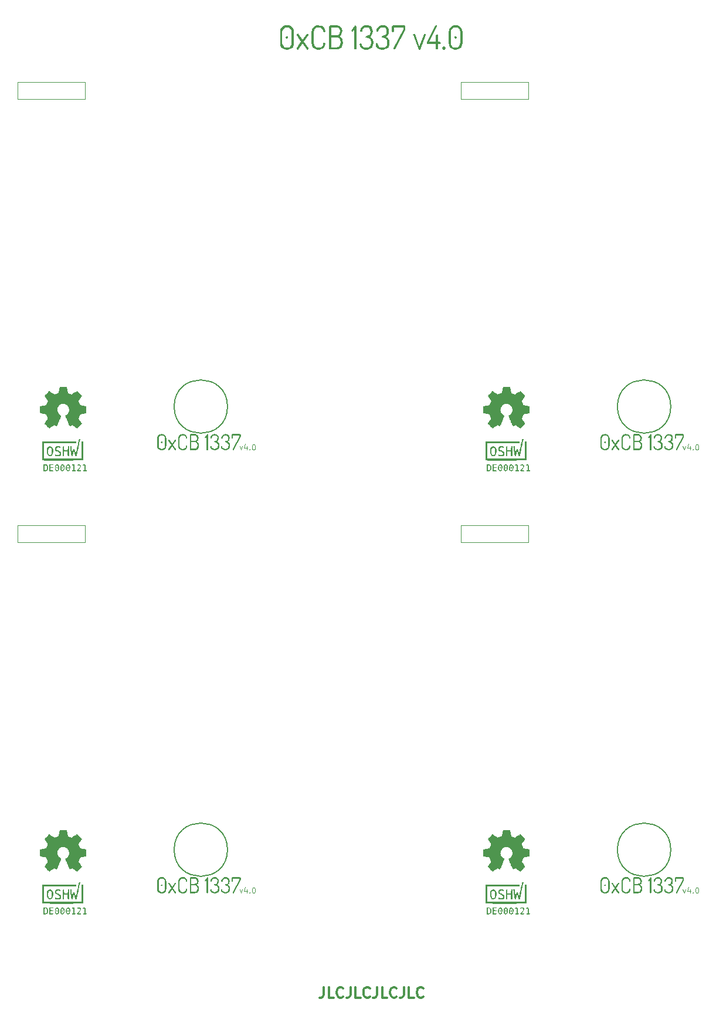
<source format=gbr>
%TF.GenerationSoftware,KiCad,Pcbnew,6.0.0*%
%TF.CreationDate,2022-01-09T18:32:07+01:00*%
%TF.ProjectId,panel,70616e65-6c2e-46b6-9963-61645f706362,rev?*%
%TF.SameCoordinates,Original*%
%TF.FileFunction,Legend,Top*%
%TF.FilePolarity,Positive*%
%FSLAX46Y46*%
G04 Gerber Fmt 4.6, Leading zero omitted, Abs format (unit mm)*
G04 Created by KiCad (PCBNEW 6.0.0) date 2022-01-09 18:32:07*
%MOMM*%
%LPD*%
G01*
G04 APERTURE LIST*
%ADD10C,0.120000*%
%ADD11C,0.300000*%
%ADD12C,0.010000*%
%ADD13C,0.200000*%
%ADD14C,3.750000*%
%ADD15C,0.500000*%
%ADD16C,1.750000*%
%ADD17C,4.000000*%
%ADD18C,2.500000*%
%ADD19R,2.000000X2.000000*%
%ADD20C,2.000000*%
%ADD21R,3.200000X2.000000*%
%ADD22R,1.600000X2.000000*%
%ADD23O,1.600000X2.000000*%
%ADD24C,1.500000*%
%ADD25C,1.000000*%
%ADD26O,1.000000X1.800000*%
%ADD27O,1.000000X2.200000*%
%ADD28C,1.700000*%
G04 APERTURE END LIST*
D10*
X62917846Y-72037731D02*
X63108323Y-72571064D01*
X63298799Y-72037731D01*
X63946418Y-72037731D02*
X63946418Y-72571064D01*
X63755942Y-71732969D02*
X63565465Y-72304398D01*
X64060704Y-72304398D01*
X64365465Y-72494874D02*
X64403561Y-72532969D01*
X64365465Y-72571064D01*
X64327370Y-72532969D01*
X64365465Y-72494874D01*
X64365465Y-72571064D01*
X64898799Y-71771064D02*
X64974989Y-71771064D01*
X65051180Y-71809160D01*
X65089275Y-71847255D01*
X65127370Y-71923445D01*
X65165465Y-72075826D01*
X65165465Y-72266302D01*
X65127370Y-72418683D01*
X65089275Y-72494874D01*
X65051180Y-72532969D01*
X64974989Y-72571064D01*
X64898799Y-72571064D01*
X64822608Y-72532969D01*
X64784513Y-72494874D01*
X64746418Y-72418683D01*
X64708323Y-72266302D01*
X64708323Y-72075826D01*
X64746418Y-71923445D01*
X64784513Y-71847255D01*
X64822608Y-71809160D01*
X64898799Y-71771064D01*
X126917849Y-72037731D02*
X127108326Y-72571064D01*
X127298802Y-72037731D01*
X127946421Y-72037731D02*
X127946421Y-72571064D01*
X127755945Y-71732969D02*
X127565468Y-72304398D01*
X128060707Y-72304398D01*
X128365468Y-72494874D02*
X128403564Y-72532969D01*
X128365468Y-72571064D01*
X128327373Y-72532969D01*
X128365468Y-72494874D01*
X128365468Y-72571064D01*
X128898802Y-71771064D02*
X128974992Y-71771064D01*
X129051183Y-71809160D01*
X129089278Y-71847255D01*
X129127373Y-71923445D01*
X129165468Y-72075826D01*
X129165468Y-72266302D01*
X129127373Y-72418683D01*
X129089278Y-72494874D01*
X129051183Y-72532969D01*
X128974992Y-72571064D01*
X128898802Y-72571064D01*
X128822611Y-72532969D01*
X128784516Y-72494874D01*
X128746421Y-72418683D01*
X128708326Y-72266302D01*
X128708326Y-72075826D01*
X128746421Y-71923445D01*
X128784516Y-71847255D01*
X128822611Y-71809160D01*
X128898802Y-71771064D01*
X62917846Y-136037739D02*
X63108323Y-136571072D01*
X63298799Y-136037739D01*
X63946418Y-136037739D02*
X63946418Y-136571072D01*
X63755942Y-135732977D02*
X63565465Y-136304406D01*
X64060704Y-136304406D01*
X64365465Y-136494882D02*
X64403561Y-136532977D01*
X64365465Y-136571072D01*
X64327370Y-136532977D01*
X64365465Y-136494882D01*
X64365465Y-136571072D01*
X64898799Y-135771072D02*
X64974989Y-135771072D01*
X65051180Y-135809168D01*
X65089275Y-135847263D01*
X65127370Y-135923453D01*
X65165465Y-136075834D01*
X65165465Y-136266310D01*
X65127370Y-136418691D01*
X65089275Y-136494882D01*
X65051180Y-136532977D01*
X64974989Y-136571072D01*
X64898799Y-136571072D01*
X64822608Y-136532977D01*
X64784513Y-136494882D01*
X64746418Y-136418691D01*
X64708323Y-136266310D01*
X64708323Y-136075834D01*
X64746418Y-135923453D01*
X64784513Y-135847263D01*
X64822608Y-135809168D01*
X64898799Y-135771072D01*
X126917849Y-136037739D02*
X127108326Y-136571072D01*
X127298802Y-136037739D01*
X127946421Y-136037739D02*
X127946421Y-136571072D01*
X127755945Y-135732977D02*
X127565468Y-136304406D01*
X128060707Y-136304406D01*
X128365468Y-136494882D02*
X128403564Y-136532977D01*
X128365468Y-136571072D01*
X128327373Y-136532977D01*
X128365468Y-136494882D01*
X128365468Y-136571072D01*
X128898802Y-135771072D02*
X128974992Y-135771072D01*
X129051183Y-135809168D01*
X129089278Y-135847263D01*
X129127373Y-135923453D01*
X129165468Y-136075834D01*
X129165468Y-136266310D01*
X129127373Y-136418691D01*
X129089278Y-136494882D01*
X129051183Y-136532977D01*
X128974992Y-136571072D01*
X128898802Y-136571072D01*
X128822611Y-136532977D01*
X128784516Y-136494882D01*
X128746421Y-136418691D01*
X128708326Y-136266310D01*
X128708326Y-136075834D01*
X128746421Y-135923453D01*
X128784516Y-135847263D01*
X128822611Y-135809168D01*
X128898802Y-135771072D01*
D11*
X75071394Y-150179570D02*
X75071394Y-151250999D01*
X74999966Y-151465284D01*
X74857108Y-151608141D01*
X74642823Y-151679570D01*
X74499966Y-151679570D01*
X76499966Y-151679570D02*
X75785680Y-151679570D01*
X75785680Y-150179570D01*
X77857108Y-151536713D02*
X77785680Y-151608141D01*
X77571394Y-151679570D01*
X77428537Y-151679570D01*
X77214251Y-151608141D01*
X77071394Y-151465284D01*
X76999966Y-151322427D01*
X76928537Y-151036713D01*
X76928537Y-150822427D01*
X76999966Y-150536713D01*
X77071394Y-150393856D01*
X77214251Y-150250999D01*
X77428537Y-150179570D01*
X77571394Y-150179570D01*
X77785680Y-150250999D01*
X77857108Y-150322427D01*
X78928537Y-150179570D02*
X78928537Y-151250999D01*
X78857108Y-151465284D01*
X78714251Y-151608141D01*
X78499966Y-151679570D01*
X78357108Y-151679570D01*
X80357108Y-151679570D02*
X79642823Y-151679570D01*
X79642823Y-150179570D01*
X81714251Y-151536713D02*
X81642823Y-151608141D01*
X81428537Y-151679570D01*
X81285680Y-151679570D01*
X81071394Y-151608141D01*
X80928537Y-151465284D01*
X80857108Y-151322427D01*
X80785680Y-151036713D01*
X80785680Y-150822427D01*
X80857108Y-150536713D01*
X80928537Y-150393856D01*
X81071394Y-150250999D01*
X81285680Y-150179570D01*
X81428537Y-150179570D01*
X81642823Y-150250999D01*
X81714251Y-150322427D01*
X82785680Y-150179570D02*
X82785680Y-151250999D01*
X82714251Y-151465284D01*
X82571394Y-151608141D01*
X82357108Y-151679570D01*
X82214251Y-151679570D01*
X84214251Y-151679570D02*
X83499966Y-151679570D01*
X83499966Y-150179570D01*
X85571394Y-151536713D02*
X85499966Y-151608141D01*
X85285680Y-151679570D01*
X85142823Y-151679570D01*
X84928537Y-151608141D01*
X84785680Y-151465284D01*
X84714251Y-151322427D01*
X84642823Y-151036713D01*
X84642823Y-150822427D01*
X84714251Y-150536713D01*
X84785680Y-150393856D01*
X84928537Y-150250999D01*
X85142823Y-150179570D01*
X85285680Y-150179570D01*
X85499966Y-150250999D01*
X85571394Y-150322427D01*
X86642823Y-150179570D02*
X86642823Y-151250999D01*
X86571394Y-151465284D01*
X86428537Y-151608141D01*
X86214251Y-151679570D01*
X86071394Y-151679570D01*
X88071394Y-151679570D02*
X87357108Y-151679570D01*
X87357108Y-150179570D01*
X89428537Y-151536713D02*
X89357108Y-151608141D01*
X89142823Y-151679570D01*
X88999966Y-151679570D01*
X88785680Y-151608141D01*
X88642823Y-151465284D01*
X88571394Y-151322427D01*
X88499966Y-151036713D01*
X88499966Y-150822427D01*
X88571394Y-150536713D01*
X88642823Y-150393856D01*
X88785680Y-150250999D01*
X88999966Y-150179570D01*
X89142823Y-150179570D01*
X89357108Y-150250999D01*
X89428537Y-150322427D01*
%TO.C,kibuzzard-61DB1B97*%
G36*
X91362131Y-11276925D02*
G01*
X91421663Y-11319787D01*
X91445475Y-11391225D01*
X91431188Y-11453137D01*
X90335813Y-13624838D01*
X91264500Y-13624838D01*
X91264500Y-12705675D01*
X91314506Y-12615187D01*
X91421663Y-12586612D01*
X91531200Y-12615187D01*
X91578825Y-12705675D01*
X91578825Y-13624838D01*
X91840763Y-13624838D01*
X91933631Y-13670081D01*
X91964588Y-13772475D01*
X91928869Y-13877250D01*
X91840763Y-13924875D01*
X91578825Y-13924875D01*
X91578825Y-14620200D01*
X91531200Y-14713069D01*
X91452619Y-14744025D01*
X91393088Y-14744025D01*
X91314506Y-14713069D01*
X91264500Y-14620200D01*
X91264500Y-13924875D01*
X90054825Y-13924875D01*
X89964337Y-13889156D01*
X89931000Y-13796288D01*
X89938144Y-13753425D01*
X89950050Y-13715325D01*
X91145438Y-11357887D01*
X91214494Y-11284069D01*
X91293075Y-11262637D01*
X91362131Y-11276925D01*
G37*
G36*
X68803955Y-11946056D02*
G01*
X68902181Y-11686500D01*
X69055772Y-11493619D01*
X69254606Y-11362650D01*
X69490945Y-11287641D01*
X69757050Y-11262637D01*
X70023750Y-11287641D01*
X70261875Y-11362650D01*
X70463091Y-11493619D01*
X70619062Y-11686500D01*
X70719075Y-11946056D01*
X70752412Y-12277050D01*
X70752412Y-13753425D01*
X70719075Y-14087991D01*
X70619062Y-14348738D01*
X70463091Y-14541619D01*
X70261875Y-14672588D01*
X69897544Y-14772600D01*
X69618937Y-14772600D01*
X69256987Y-14672588D01*
X69056367Y-14541619D01*
X68902181Y-14348738D01*
X68803955Y-14087991D01*
X68771212Y-13753425D01*
X69085537Y-13753425D01*
X69129591Y-14079656D01*
X69261750Y-14305875D01*
X69473681Y-14438034D01*
X69757050Y-14482088D01*
X70041609Y-14438034D01*
X70257112Y-14305875D01*
X70392844Y-14079656D01*
X70438087Y-13753425D01*
X70438087Y-12277050D01*
X70392844Y-11954391D01*
X70257112Y-11729362D01*
X70041609Y-11597203D01*
X69757050Y-11553150D01*
X69473681Y-11597203D01*
X69261750Y-11729362D01*
X69129591Y-11954391D01*
X69085537Y-12277050D01*
X69085537Y-13753425D01*
X68771212Y-13753425D01*
X68771212Y-12277050D01*
X68803955Y-11946056D01*
G37*
G36*
X93140330Y-11946056D02*
G01*
X93238556Y-11686500D01*
X93392147Y-11493619D01*
X93590981Y-11362650D01*
X93827320Y-11287641D01*
X94093425Y-11262637D01*
X94360125Y-11287641D01*
X94598250Y-11362650D01*
X94799466Y-11493619D01*
X94955438Y-11686500D01*
X95055450Y-11946056D01*
X95088788Y-12277050D01*
X95088788Y-13753425D01*
X95055450Y-14087991D01*
X94955438Y-14348738D01*
X94799466Y-14541619D01*
X94598250Y-14672588D01*
X94233919Y-14772600D01*
X93955313Y-14772600D01*
X93593363Y-14672588D01*
X93392742Y-14541619D01*
X93238556Y-14348738D01*
X93140330Y-14087991D01*
X93107588Y-13753425D01*
X93421913Y-13753425D01*
X93465966Y-14079656D01*
X93598125Y-14305875D01*
X93810056Y-14438034D01*
X94093425Y-14482088D01*
X94377984Y-14438034D01*
X94593488Y-14305875D01*
X94729219Y-14079656D01*
X94774463Y-13753425D01*
X94774463Y-12277050D01*
X94729219Y-11954391D01*
X94593488Y-11729362D01*
X94377984Y-11597203D01*
X94093425Y-11553150D01*
X93810056Y-11597203D01*
X93598125Y-11729362D01*
X93465966Y-11954391D01*
X93421913Y-12277050D01*
X93421913Y-13753425D01*
X93107588Y-13753425D01*
X93107588Y-12277050D01*
X93140330Y-11946056D01*
G37*
G36*
X74590987Y-11290022D02*
G01*
X74833875Y-11372175D01*
X75027352Y-11499572D01*
X75169631Y-11662687D01*
X75257142Y-11851997D01*
X75286312Y-12057975D01*
X75245831Y-12210375D01*
X75129150Y-12248475D01*
X75007706Y-12212756D01*
X74971987Y-12129412D01*
X74941031Y-11953200D01*
X74845781Y-11762700D01*
X74645756Y-11612681D01*
X74305237Y-11553150D01*
X74011153Y-11597203D01*
X73795650Y-11729362D01*
X73663491Y-11954391D01*
X73619437Y-12277050D01*
X73619437Y-13753425D01*
X73664086Y-14079656D01*
X73798031Y-14305875D01*
X74017702Y-14438034D01*
X74319525Y-14482088D01*
X74657662Y-14422556D01*
X74845781Y-14274919D01*
X74933887Y-14084419D01*
X74971987Y-13896300D01*
X75014850Y-13803431D01*
X75124387Y-13772475D01*
X75245831Y-13812956D01*
X75286312Y-13967738D01*
X75256547Y-14174311D01*
X75167250Y-14365406D01*
X75022589Y-14530903D01*
X74826731Y-14660681D01*
X74621348Y-14744620D01*
X74448112Y-14772600D01*
X74157600Y-14772600D01*
X73798031Y-14672588D01*
X73595030Y-14541619D01*
X73438462Y-14348738D01*
X73338450Y-14087991D01*
X73305112Y-13753425D01*
X73305112Y-12277050D01*
X73339045Y-11946056D01*
X73440844Y-11686500D01*
X73599197Y-11493619D01*
X73802794Y-11362650D01*
X74040323Y-11287641D01*
X74300475Y-11262637D01*
X74590987Y-11290022D01*
G37*
G36*
X81500184Y-11282878D02*
G01*
X81710925Y-11343600D01*
X81885352Y-11450161D01*
X82018106Y-11607919D01*
X82102045Y-11822827D01*
X82130025Y-12100837D01*
X82102045Y-12393731D01*
X82018106Y-12624712D01*
X81892495Y-12794972D01*
X81739500Y-12905700D01*
X81931191Y-13016428D01*
X82087163Y-13177163D01*
X82190747Y-13395047D01*
X82225275Y-13677225D01*
X82225275Y-13767713D01*
X82191938Y-14097516D01*
X82091925Y-14353500D01*
X81935358Y-14542809D01*
X81732356Y-14672588D01*
X81368025Y-14772600D01*
X81103706Y-14772600D01*
X80791762Y-14698781D01*
X80482200Y-14510663D01*
X80301225Y-14258250D01*
X80244075Y-13986788D01*
X80279794Y-13853438D01*
X80386950Y-13820100D01*
X80520300Y-13855819D01*
X80553637Y-13953450D01*
X80584594Y-14122519D01*
X80691750Y-14296350D01*
X80896537Y-14429700D01*
X81220387Y-14482088D01*
X81518044Y-14438630D01*
X81734737Y-14308256D01*
X81866897Y-14086205D01*
X81910950Y-13767713D01*
X81910950Y-13677225D01*
X81864516Y-13392666D01*
X81725212Y-13196213D01*
X81508519Y-13081913D01*
X81229912Y-13043813D01*
X81139425Y-13003331D01*
X81110850Y-12910462D01*
X81139425Y-12815212D01*
X81229912Y-12772350D01*
X81553762Y-12717581D01*
X81756169Y-12529462D01*
X81825225Y-12162750D01*
X81790697Y-11892478D01*
X81687112Y-11700787D01*
X81508519Y-11586487D01*
X81248962Y-11548387D01*
X80941781Y-11598394D01*
X80753662Y-11726981D01*
X80663175Y-11891287D01*
X80639362Y-12057975D01*
X80603644Y-12167512D01*
X80486962Y-12210375D01*
X80386950Y-12196087D01*
X80339325Y-12138937D01*
X80325037Y-12029400D01*
X80365519Y-11798419D01*
X80508394Y-11546006D01*
X80791762Y-11343600D01*
X80998931Y-11282878D01*
X81258487Y-11262637D01*
X81500184Y-11282878D01*
G37*
G36*
X83824284Y-11282878D02*
G01*
X84035025Y-11343600D01*
X84209452Y-11450161D01*
X84342206Y-11607919D01*
X84426145Y-11822827D01*
X84454125Y-12100837D01*
X84426145Y-12393731D01*
X84342206Y-12624712D01*
X84216595Y-12794972D01*
X84063600Y-12905700D01*
X84255291Y-13016428D01*
X84411263Y-13177163D01*
X84514847Y-13395047D01*
X84549375Y-13677225D01*
X84549375Y-13767713D01*
X84516038Y-14097516D01*
X84416025Y-14353500D01*
X84259458Y-14542809D01*
X84056456Y-14672588D01*
X83692125Y-14772600D01*
X83427806Y-14772600D01*
X83115863Y-14698781D01*
X82806300Y-14510663D01*
X82625325Y-14258250D01*
X82568175Y-13986788D01*
X82603894Y-13853438D01*
X82711050Y-13820100D01*
X82844400Y-13855819D01*
X82877738Y-13953450D01*
X82908694Y-14122519D01*
X83015850Y-14296350D01*
X83220638Y-14429700D01*
X83544488Y-14482088D01*
X83842144Y-14438630D01*
X84058838Y-14308256D01*
X84190997Y-14086205D01*
X84235050Y-13767713D01*
X84235050Y-13677225D01*
X84188616Y-13392666D01*
X84049313Y-13196213D01*
X83832619Y-13081913D01*
X83554013Y-13043813D01*
X83463525Y-13003331D01*
X83434950Y-12910462D01*
X83463525Y-12815212D01*
X83554013Y-12772350D01*
X83877863Y-12717581D01*
X84080269Y-12529462D01*
X84149325Y-12162750D01*
X84114797Y-11892478D01*
X84011213Y-11700787D01*
X83832619Y-11586487D01*
X83573063Y-11548387D01*
X83265881Y-11598394D01*
X83077763Y-11726981D01*
X82987275Y-11891287D01*
X82963463Y-12057975D01*
X82927744Y-12167512D01*
X82811063Y-12210375D01*
X82711050Y-12196087D01*
X82663425Y-12138937D01*
X82649138Y-12029400D01*
X82689619Y-11798419D01*
X82832494Y-11546006D01*
X83115863Y-11343600D01*
X83323031Y-11282878D01*
X83582588Y-11262637D01*
X83824284Y-11282878D01*
G37*
G36*
X86821088Y-11300737D02*
G01*
X86868713Y-11381700D01*
X86868713Y-11791275D01*
X86856806Y-11857950D01*
X86821088Y-11929387D01*
X85406625Y-14691638D01*
X85339950Y-14748788D01*
X85278038Y-14748788D01*
X85208981Y-14732119D01*
X85137544Y-14682113D01*
X85111350Y-14601150D01*
X85130400Y-14534475D01*
X86554388Y-11810325D01*
X86554388Y-11553150D01*
X85201838Y-11553150D01*
X85201838Y-12100837D01*
X85154213Y-12184181D01*
X85044675Y-12219900D01*
X84935138Y-12184181D01*
X84887513Y-12100837D01*
X84887513Y-11381700D01*
X84932756Y-11300737D01*
X85030388Y-11262637D01*
X86721075Y-11262637D01*
X86821088Y-11300737D01*
G37*
G36*
X75884006Y-11293594D02*
G01*
X75981637Y-11262637D01*
X76762687Y-11262637D01*
X77018077Y-11278116D01*
X77250844Y-11324550D01*
X77449678Y-11414442D01*
X77603269Y-11560294D01*
X77701495Y-11775202D01*
X77734237Y-12072262D01*
X77706258Y-12347892D01*
X77622319Y-12574706D01*
X77493136Y-12746752D01*
X77329425Y-12858075D01*
X77586600Y-13015237D01*
X77758050Y-13272412D01*
X77804484Y-13452197D01*
X77819962Y-13677225D01*
X77819962Y-13762950D01*
X77789006Y-14087991D01*
X77696137Y-14339213D01*
X77549691Y-14523759D01*
X77358000Y-14648775D01*
X77131781Y-14720213D01*
X76881750Y-14744025D01*
X75950681Y-14744025D01*
X75879244Y-14708306D01*
X75838762Y-14624963D01*
X75838762Y-14453513D01*
X76153087Y-14453513D01*
X76838887Y-14453513D01*
X77118684Y-14411245D01*
X77329425Y-14284444D01*
X77461584Y-14065964D01*
X77505637Y-13748663D01*
X77505637Y-13667700D01*
X77461584Y-13350994D01*
X77329425Y-13143825D01*
X77118684Y-13029525D01*
X76838887Y-12991425D01*
X76153087Y-12991425D01*
X76153087Y-14453513D01*
X75838762Y-14453513D01*
X75838762Y-12719962D01*
X76153087Y-12719962D01*
X76772212Y-12719962D01*
X77061534Y-12685434D01*
X77262750Y-12581850D01*
X77380622Y-12393731D01*
X77419912Y-12105600D01*
X77334187Y-11762700D01*
X77100825Y-11598394D01*
X76753162Y-11553150D01*
X76153087Y-11553150D01*
X76153087Y-12719962D01*
X75838762Y-12719962D01*
X75838762Y-11381700D01*
X75884006Y-11293594D01*
G37*
G36*
X79734487Y-11288831D02*
G01*
X79777350Y-11376937D01*
X79777350Y-14620200D01*
X79727344Y-14713069D01*
X79648762Y-14744025D01*
X79589231Y-14744025D01*
X79510650Y-14713069D01*
X79463025Y-14620200D01*
X79463025Y-11796037D01*
X79272525Y-12105600D01*
X79229662Y-12148462D01*
X79182037Y-12162750D01*
X79093931Y-12119887D01*
X79058212Y-12024637D01*
X79082025Y-11946056D01*
X79129650Y-11881762D01*
X79520175Y-11329312D01*
X79567800Y-11279306D01*
X79639237Y-11257875D01*
X79734487Y-11288831D01*
G37*
G36*
X89716688Y-12500887D02*
G01*
X89792888Y-12550894D01*
X89826225Y-12619950D01*
X89821463Y-12662812D01*
X89807175Y-12696150D01*
X89040413Y-14705925D01*
X88985644Y-14760694D01*
X88921350Y-14782125D01*
X88871344Y-14782125D01*
X88807050Y-14763075D01*
X88754663Y-14705925D01*
X87987900Y-12696150D01*
X87975994Y-12662812D01*
X87968850Y-12624712D01*
X87997425Y-12553275D01*
X88071244Y-12500887D01*
X88154588Y-12481837D01*
X88223644Y-12498506D01*
X88268888Y-12553275D01*
X88897538Y-14267775D01*
X89526188Y-12572325D01*
X89559525Y-12508031D01*
X89635725Y-12481837D01*
X89716688Y-12500887D01*
G37*
G36*
X72747900Y-12484219D02*
G01*
X72821719Y-12541369D01*
X72852675Y-12619950D01*
X72828862Y-12681862D01*
X72204975Y-13605788D01*
X72843150Y-14558288D01*
X72857437Y-14586863D01*
X72862200Y-14624963D01*
X72833625Y-14694019D01*
X72762187Y-14753550D01*
X72676462Y-14777363D01*
X72626456Y-14765456D01*
X72585975Y-14729738D01*
X72004950Y-13839150D01*
X71428687Y-14729738D01*
X71383444Y-14765456D01*
X71342962Y-14777363D01*
X71312006Y-14777363D01*
X71252475Y-14753550D01*
X71178656Y-14694019D01*
X71147700Y-14624963D01*
X71166750Y-14558288D01*
X71800162Y-13605788D01*
X71181037Y-12681862D01*
X71166750Y-12650906D01*
X71157225Y-12619950D01*
X71188181Y-12546131D01*
X71262000Y-12486600D01*
X71347725Y-12462787D01*
X71397731Y-12472312D01*
X71442975Y-12510412D01*
X72004950Y-13381950D01*
X72571687Y-12510412D01*
X72612169Y-12474694D01*
X72662175Y-12462787D01*
X72747900Y-12484219D01*
G37*
G36*
X92571806Y-14393981D02*
G01*
X92636100Y-14553525D01*
X92571806Y-14705925D01*
X92464650Y-14772600D01*
X92374163Y-14772600D01*
X92264625Y-14705925D01*
X92202713Y-14553525D01*
X92264625Y-14393981D01*
X92421788Y-14329688D01*
X92571806Y-14393981D01*
G37*
G36*
X69885637Y-12896175D02*
G01*
X69933262Y-13020000D01*
X69885637Y-13143825D01*
X69761812Y-13196213D01*
X69635606Y-13143825D01*
X69585600Y-13020000D01*
X69635606Y-12896175D01*
X69761812Y-12848550D01*
X69885637Y-12896175D01*
G37*
G36*
X94222013Y-12896175D02*
G01*
X94269638Y-13020000D01*
X94222013Y-13143825D01*
X94098188Y-13196213D01*
X93971981Y-13143825D01*
X93921975Y-13020000D01*
X93971981Y-12896175D01*
X94098188Y-12848550D01*
X94222013Y-12896175D01*
G37*
D10*
%TO.C,U1*%
X30845933Y-83473939D02*
X30845933Y-85886939D01*
X30845933Y-83473939D02*
X40624933Y-83473939D01*
X40624933Y-83473939D02*
X40624933Y-85886939D01*
X40624933Y-85886939D02*
X30845933Y-85886939D01*
D12*
%TO.C,REF\u002A\u002A*%
X37956518Y-63901996D02*
X38040339Y-64346620D01*
X38040339Y-64346620D02*
X38349624Y-64474118D01*
X38349624Y-64474118D02*
X38658910Y-64601616D01*
X38658910Y-64601616D02*
X39029950Y-64349311D01*
X39029950Y-64349311D02*
X39133861Y-64279061D01*
X39133861Y-64279061D02*
X39227791Y-64216337D01*
X39227791Y-64216337D02*
X39307356Y-64164003D01*
X39307356Y-64164003D02*
X39368174Y-64124922D01*
X39368174Y-64124922D02*
X39405861Y-64101958D01*
X39405861Y-64101958D02*
X39416125Y-64097007D01*
X39416125Y-64097007D02*
X39434614Y-64109741D01*
X39434614Y-64109741D02*
X39474124Y-64144947D01*
X39474124Y-64144947D02*
X39530226Y-64198127D01*
X39530226Y-64198127D02*
X39598491Y-64264783D01*
X39598491Y-64264783D02*
X39674490Y-64340419D01*
X39674490Y-64340419D02*
X39753796Y-64420537D01*
X39753796Y-64420537D02*
X39831979Y-64500639D01*
X39831979Y-64500639D02*
X39904611Y-64576229D01*
X39904611Y-64576229D02*
X39967263Y-64642810D01*
X39967263Y-64642810D02*
X40015507Y-64695883D01*
X40015507Y-64695883D02*
X40044914Y-64730952D01*
X40044914Y-64730952D02*
X40051945Y-64742688D01*
X40051945Y-64742688D02*
X40041827Y-64764325D01*
X40041827Y-64764325D02*
X40013463Y-64811727D01*
X40013463Y-64811727D02*
X39969833Y-64880258D01*
X39969833Y-64880258D02*
X39913922Y-64965280D01*
X39913922Y-64965280D02*
X39848710Y-65062158D01*
X39848710Y-65062158D02*
X39810923Y-65117415D01*
X39810923Y-65117415D02*
X39742047Y-65218313D01*
X39742047Y-65218313D02*
X39680844Y-65309364D01*
X39680844Y-65309364D02*
X39630282Y-65386035D01*
X39630282Y-65386035D02*
X39593332Y-65443793D01*
X39593332Y-65443793D02*
X39572962Y-65478108D01*
X39572962Y-65478108D02*
X39569901Y-65485319D01*
X39569901Y-65485319D02*
X39576840Y-65505813D01*
X39576840Y-65505813D02*
X39595755Y-65553578D01*
X39595755Y-65553578D02*
X39623791Y-65621897D01*
X39623791Y-65621897D02*
X39658095Y-65704054D01*
X39658095Y-65704054D02*
X39695813Y-65793335D01*
X39695813Y-65793335D02*
X39734091Y-65883023D01*
X39734091Y-65883023D02*
X39770074Y-65966403D01*
X39770074Y-65966403D02*
X39800910Y-66036759D01*
X39800910Y-66036759D02*
X39823743Y-66087375D01*
X39823743Y-66087375D02*
X39835721Y-66111536D01*
X39835721Y-66111536D02*
X39836428Y-66112487D01*
X39836428Y-66112487D02*
X39855235Y-66117101D01*
X39855235Y-66117101D02*
X39905322Y-66127393D01*
X39905322Y-66127393D02*
X39981497Y-66142352D01*
X39981497Y-66142352D02*
X40078569Y-66160966D01*
X40078569Y-66160966D02*
X40191347Y-66182224D01*
X40191347Y-66182224D02*
X40257146Y-66194483D01*
X40257146Y-66194483D02*
X40377654Y-66217427D01*
X40377654Y-66217427D02*
X40486501Y-66239260D01*
X40486501Y-66239260D02*
X40578180Y-66258787D01*
X40578180Y-66258787D02*
X40647185Y-66274813D01*
X40647185Y-66274813D02*
X40688008Y-66286144D01*
X40688008Y-66286144D02*
X40696215Y-66289739D01*
X40696215Y-66289739D02*
X40704252Y-66314071D01*
X40704252Y-66314071D02*
X40710737Y-66369024D01*
X40710737Y-66369024D02*
X40715674Y-66448173D01*
X40715674Y-66448173D02*
X40719068Y-66545091D01*
X40719068Y-66545091D02*
X40720922Y-66653352D01*
X40720922Y-66653352D02*
X40721242Y-66766530D01*
X40721242Y-66766530D02*
X40720031Y-66878200D01*
X40720031Y-66878200D02*
X40717294Y-66981933D01*
X40717294Y-66981933D02*
X40713035Y-67071306D01*
X40713035Y-67071306D02*
X40707259Y-67139891D01*
X40707259Y-67139891D02*
X40699971Y-67181262D01*
X40699971Y-67181262D02*
X40695599Y-67189875D01*
X40695599Y-67189875D02*
X40669468Y-67200198D01*
X40669468Y-67200198D02*
X40614097Y-67214957D01*
X40614097Y-67214957D02*
X40536811Y-67232417D01*
X40536811Y-67232417D02*
X40444934Y-67250845D01*
X40444934Y-67250845D02*
X40412862Y-67256806D01*
X40412862Y-67256806D02*
X40258228Y-67285131D01*
X40258228Y-67285131D02*
X40136079Y-67307941D01*
X40136079Y-67307941D02*
X40042377Y-67326145D01*
X40042377Y-67326145D02*
X39973088Y-67340648D01*
X39973088Y-67340648D02*
X39924175Y-67352357D01*
X39924175Y-67352357D02*
X39891601Y-67362180D01*
X39891601Y-67362180D02*
X39871332Y-67371021D01*
X39871332Y-67371021D02*
X39859330Y-67379789D01*
X39859330Y-67379789D02*
X39857651Y-67381522D01*
X39857651Y-67381522D02*
X39840888Y-67409436D01*
X39840888Y-67409436D02*
X39815318Y-67463760D01*
X39815318Y-67463760D02*
X39783492Y-67537842D01*
X39783492Y-67537842D02*
X39747964Y-67625030D01*
X39747964Y-67625030D02*
X39711287Y-67718673D01*
X39711287Y-67718673D02*
X39676015Y-67812117D01*
X39676015Y-67812117D02*
X39644700Y-67898712D01*
X39644700Y-67898712D02*
X39619897Y-67971805D01*
X39619897Y-67971805D02*
X39604158Y-68024743D01*
X39604158Y-68024743D02*
X39600036Y-68050876D01*
X39600036Y-68050876D02*
X39600380Y-68051791D01*
X39600380Y-68051791D02*
X39614345Y-68073151D01*
X39614345Y-68073151D02*
X39646026Y-68120149D01*
X39646026Y-68120149D02*
X39692095Y-68187892D01*
X39692095Y-68187892D02*
X39749222Y-68271488D01*
X39749222Y-68271488D02*
X39814077Y-68366047D01*
X39814077Y-68366047D02*
X39832547Y-68392919D01*
X39832547Y-68392919D02*
X39898403Y-68490340D01*
X39898403Y-68490340D02*
X39956354Y-68579228D01*
X39956354Y-68579228D02*
X40003242Y-68654477D01*
X40003242Y-68654477D02*
X40035911Y-68710985D01*
X40035911Y-68710985D02*
X40051204Y-68743646D01*
X40051204Y-68743646D02*
X40051945Y-68747658D01*
X40051945Y-68747658D02*
X40039096Y-68768749D01*
X40039096Y-68768749D02*
X40003592Y-68810529D01*
X40003592Y-68810529D02*
X39949997Y-68868510D01*
X39949997Y-68868510D02*
X39882875Y-68938200D01*
X39882875Y-68938200D02*
X39806791Y-69015110D01*
X39806791Y-69015110D02*
X39726308Y-69094748D01*
X39726308Y-69094748D02*
X39645991Y-69172626D01*
X39645991Y-69172626D02*
X39570403Y-69244251D01*
X39570403Y-69244251D02*
X39504109Y-69305135D01*
X39504109Y-69305135D02*
X39451673Y-69350786D01*
X39451673Y-69350786D02*
X39417659Y-69376715D01*
X39417659Y-69376715D02*
X39408249Y-69380948D01*
X39408249Y-69380948D02*
X39386347Y-69370977D01*
X39386347Y-69370977D02*
X39341504Y-69344085D01*
X39341504Y-69344085D02*
X39281025Y-69304801D01*
X39281025Y-69304801D02*
X39234493Y-69273182D01*
X39234493Y-69273182D02*
X39150179Y-69215163D01*
X39150179Y-69215163D02*
X39050330Y-69146849D01*
X39050330Y-69146849D02*
X38950177Y-69078644D01*
X38950177Y-69078644D02*
X38896331Y-69042140D01*
X38896331Y-69042140D02*
X38714075Y-68918865D01*
X38714075Y-68918865D02*
X38561085Y-69001585D01*
X38561085Y-69001585D02*
X38491386Y-69037824D01*
X38491386Y-69037824D02*
X38432118Y-69065991D01*
X38432118Y-69065991D02*
X38392015Y-69082056D01*
X38392015Y-69082056D02*
X38381807Y-69084291D01*
X38381807Y-69084291D02*
X38369533Y-69067787D01*
X38369533Y-69067787D02*
X38345317Y-69021147D01*
X38345317Y-69021147D02*
X38310967Y-68948674D01*
X38310967Y-68948674D02*
X38268292Y-68854671D01*
X38268292Y-68854671D02*
X38219098Y-68743439D01*
X38219098Y-68743439D02*
X38165194Y-68619280D01*
X38165194Y-68619280D02*
X38108388Y-68486497D01*
X38108388Y-68486497D02*
X38050486Y-68349392D01*
X38050486Y-68349392D02*
X37993297Y-68212267D01*
X37993297Y-68212267D02*
X37938628Y-68079423D01*
X37938628Y-68079423D02*
X37888288Y-67955163D01*
X37888288Y-67955163D02*
X37844084Y-67843790D01*
X37844084Y-67843790D02*
X37807823Y-67749604D01*
X37807823Y-67749604D02*
X37781313Y-67676909D01*
X37781313Y-67676909D02*
X37766362Y-67630006D01*
X37766362Y-67630006D02*
X37763958Y-67613898D01*
X37763958Y-67613898D02*
X37783015Y-67593351D01*
X37783015Y-67593351D02*
X37824740Y-67559998D01*
X37824740Y-67559998D02*
X37880410Y-67520767D01*
X37880410Y-67520767D02*
X37885082Y-67517664D01*
X37885082Y-67517664D02*
X38028968Y-67402488D01*
X38028968Y-67402488D02*
X38144987Y-67268118D01*
X38144987Y-67268118D02*
X38232134Y-67118849D01*
X38232134Y-67118849D02*
X38289403Y-66958978D01*
X38289403Y-66958978D02*
X38315790Y-66792802D01*
X38315790Y-66792802D02*
X38310289Y-66624617D01*
X38310289Y-66624617D02*
X38271894Y-66458720D01*
X38271894Y-66458720D02*
X38199599Y-66299407D01*
X38199599Y-66299407D02*
X38178330Y-66264552D01*
X38178330Y-66264552D02*
X38067700Y-66123802D01*
X38067700Y-66123802D02*
X37937006Y-66010779D01*
X37937006Y-66010779D02*
X37790768Y-65926068D01*
X37790768Y-65926068D02*
X37633512Y-65870259D01*
X37633512Y-65870259D02*
X37469761Y-65843939D01*
X37469761Y-65843939D02*
X37304037Y-65847695D01*
X37304037Y-65847695D02*
X37140866Y-65882115D01*
X37140866Y-65882115D02*
X36984769Y-65947788D01*
X36984769Y-65947788D02*
X36840271Y-66045300D01*
X36840271Y-66045300D02*
X36795573Y-66084878D01*
X36795573Y-66084878D02*
X36681816Y-66208768D01*
X36681816Y-66208768D02*
X36598922Y-66339189D01*
X36598922Y-66339189D02*
X36542060Y-66485380D01*
X36542060Y-66485380D02*
X36510391Y-66630153D01*
X36510391Y-66630153D02*
X36502573Y-66792925D01*
X36502573Y-66792925D02*
X36528642Y-66956505D01*
X36528642Y-66956505D02*
X36585949Y-67115363D01*
X36585949Y-67115363D02*
X36671848Y-67263971D01*
X36671848Y-67263971D02*
X36783690Y-67396800D01*
X36783690Y-67396800D02*
X36918827Y-67508321D01*
X36918827Y-67508321D02*
X36936587Y-67520076D01*
X36936587Y-67520076D02*
X36992854Y-67558573D01*
X36992854Y-67558573D02*
X37035627Y-67591928D01*
X37035627Y-67591928D02*
X37056076Y-67613225D01*
X37056076Y-67613225D02*
X37056373Y-67613898D01*
X37056373Y-67613898D02*
X37051983Y-67636936D01*
X37051983Y-67636936D02*
X37034580Y-67689222D01*
X37034580Y-67689222D02*
X37005972Y-67766455D01*
X37005972Y-67766455D02*
X36967969Y-67864333D01*
X36967969Y-67864333D02*
X36922378Y-67978556D01*
X36922378Y-67978556D02*
X36871007Y-68104823D01*
X36871007Y-68104823D02*
X36815666Y-68238832D01*
X36815666Y-68238832D02*
X36758162Y-68376283D01*
X36758162Y-68376283D02*
X36700305Y-68512873D01*
X36700305Y-68512873D02*
X36643902Y-68644302D01*
X36643902Y-68644302D02*
X36590762Y-68766270D01*
X36590762Y-68766270D02*
X36542694Y-68874474D01*
X36542694Y-68874474D02*
X36501505Y-68964614D01*
X36501505Y-68964614D02*
X36469005Y-69032388D01*
X36469005Y-69032388D02*
X36447001Y-69073495D01*
X36447001Y-69073495D02*
X36438140Y-69084291D01*
X36438140Y-69084291D02*
X36411064Y-69075884D01*
X36411064Y-69075884D02*
X36360401Y-69053337D01*
X36360401Y-69053337D02*
X36294887Y-69020678D01*
X36294887Y-69020678D02*
X36258863Y-69001585D01*
X36258863Y-69001585D02*
X36105872Y-68918865D01*
X36105872Y-68918865D02*
X35923616Y-69042140D01*
X35923616Y-69042140D02*
X35830579Y-69105293D01*
X35830579Y-69105293D02*
X35728719Y-69174792D01*
X35728719Y-69174792D02*
X35633266Y-69240230D01*
X35633266Y-69240230D02*
X35585454Y-69273182D01*
X35585454Y-69273182D02*
X35518209Y-69318338D01*
X35518209Y-69318338D02*
X35461268Y-69354122D01*
X35461268Y-69354122D02*
X35422058Y-69376003D01*
X35422058Y-69376003D02*
X35409323Y-69380628D01*
X35409323Y-69380628D02*
X35390787Y-69368150D01*
X35390787Y-69368150D02*
X35349763Y-69333317D01*
X35349763Y-69333317D02*
X35290229Y-69279743D01*
X35290229Y-69279743D02*
X35216162Y-69211048D01*
X35216162Y-69211048D02*
X35131539Y-69130846D01*
X35131539Y-69130846D02*
X35078019Y-69079351D01*
X35078019Y-69079351D02*
X34984385Y-68987351D01*
X34984385Y-68987351D02*
X34903463Y-68905064D01*
X34903463Y-68905064D02*
X34838527Y-68836010D01*
X34838527Y-68836010D02*
X34792846Y-68783709D01*
X34792846Y-68783709D02*
X34769693Y-68751681D01*
X34769693Y-68751681D02*
X34767472Y-68745181D01*
X34767472Y-68745181D02*
X34777780Y-68720459D01*
X34777780Y-68720459D02*
X34806265Y-68670470D01*
X34806265Y-68670470D02*
X34849767Y-68600277D01*
X34849767Y-68600277D02*
X34905127Y-68514940D01*
X34905127Y-68514940D02*
X34969184Y-68419521D01*
X34969184Y-68419521D02*
X34987401Y-68392919D01*
X34987401Y-68392919D02*
X35053777Y-68296232D01*
X35053777Y-68296232D02*
X35113326Y-68209182D01*
X35113326Y-68209182D02*
X35162720Y-68136660D01*
X35162720Y-68136660D02*
X35198629Y-68083558D01*
X35198629Y-68083558D02*
X35217723Y-68054768D01*
X35217723Y-68054768D02*
X35219568Y-68051791D01*
X35219568Y-68051791D02*
X35216809Y-68028847D01*
X35216809Y-68028847D02*
X35202166Y-67978401D01*
X35202166Y-67978401D02*
X35178191Y-67907106D01*
X35178191Y-67907106D02*
X35147438Y-67821612D01*
X35147438Y-67821612D02*
X35112460Y-67728572D01*
X35112460Y-67728572D02*
X35075811Y-67634639D01*
X35075811Y-67634639D02*
X35040043Y-67546464D01*
X35040043Y-67546464D02*
X35007710Y-67470699D01*
X35007710Y-67470699D02*
X34981366Y-67413996D01*
X34981366Y-67413996D02*
X34963562Y-67383008D01*
X34963562Y-67383008D02*
X34962297Y-67381522D01*
X34962297Y-67381522D02*
X34951410Y-67372666D01*
X34951410Y-67372666D02*
X34933022Y-67363908D01*
X34933022Y-67363908D02*
X34903098Y-67354342D01*
X34903098Y-67354342D02*
X34857601Y-67343061D01*
X34857601Y-67343061D02*
X34792495Y-67329158D01*
X34792495Y-67329158D02*
X34703743Y-67311728D01*
X34703743Y-67311728D02*
X34587311Y-67289863D01*
X34587311Y-67289863D02*
X34439162Y-67262656D01*
X34439162Y-67262656D02*
X34407086Y-67256806D01*
X34407086Y-67256806D02*
X34312018Y-67238439D01*
X34312018Y-67238439D02*
X34229139Y-67220470D01*
X34229139Y-67220470D02*
X34165774Y-67204634D01*
X34165774Y-67204634D02*
X34129246Y-67192665D01*
X34129246Y-67192665D02*
X34124348Y-67189875D01*
X34124348Y-67189875D02*
X34116277Y-67165137D01*
X34116277Y-67165137D02*
X34109717Y-67109855D01*
X34109717Y-67109855D02*
X34104671Y-67030454D01*
X34104671Y-67030454D02*
X34101145Y-66933361D01*
X34101145Y-66933361D02*
X34099143Y-66825003D01*
X34099143Y-66825003D02*
X34098668Y-66711805D01*
X34098668Y-66711805D02*
X34099727Y-66600193D01*
X34099727Y-66600193D02*
X34102322Y-66496594D01*
X34102322Y-66496594D02*
X34106458Y-66407433D01*
X34106458Y-66407433D02*
X34112141Y-66339137D01*
X34112141Y-66339137D02*
X34119373Y-66298131D01*
X34119373Y-66298131D02*
X34123733Y-66289739D01*
X34123733Y-66289739D02*
X34148006Y-66281273D01*
X34148006Y-66281273D02*
X34203278Y-66267500D01*
X34203278Y-66267500D02*
X34284042Y-66249615D01*
X34284042Y-66249615D02*
X34384792Y-66228813D01*
X34384792Y-66228813D02*
X34500021Y-66206288D01*
X34500021Y-66206288D02*
X34562802Y-66194483D01*
X34562802Y-66194483D02*
X34681917Y-66172216D01*
X34681917Y-66172216D02*
X34788139Y-66152044D01*
X34788139Y-66152044D02*
X34876277Y-66134980D01*
X34876277Y-66134980D02*
X34941138Y-66122034D01*
X34941138Y-66122034D02*
X34977530Y-66114220D01*
X34977530Y-66114220D02*
X34983520Y-66112487D01*
X34983520Y-66112487D02*
X34993643Y-66092955D01*
X34993643Y-66092955D02*
X35015042Y-66045908D01*
X35015042Y-66045908D02*
X35044865Y-65978068D01*
X35044865Y-65978068D02*
X35080259Y-65896156D01*
X35080259Y-65896156D02*
X35118372Y-65806893D01*
X35118372Y-65806893D02*
X35156351Y-65717000D01*
X35156351Y-65717000D02*
X35191344Y-65633200D01*
X35191344Y-65633200D02*
X35220498Y-65562212D01*
X35220498Y-65562212D02*
X35240961Y-65510759D01*
X35240961Y-65510759D02*
X35249881Y-65485562D01*
X35249881Y-65485562D02*
X35250047Y-65484461D01*
X35250047Y-65484461D02*
X35239935Y-65464584D01*
X35239935Y-65464584D02*
X35211587Y-65418842D01*
X35211587Y-65418842D02*
X35167981Y-65351782D01*
X35167981Y-65351782D02*
X35112098Y-65267949D01*
X35112098Y-65267949D02*
X35046917Y-65171891D01*
X35046917Y-65171891D02*
X35009025Y-65116715D01*
X35009025Y-65116715D02*
X34939979Y-65015546D01*
X34939979Y-65015546D02*
X34878654Y-64923695D01*
X34878654Y-64923695D02*
X34828041Y-64845809D01*
X34828041Y-64845809D02*
X34791133Y-64786534D01*
X34791133Y-64786534D02*
X34770922Y-64750516D01*
X34770922Y-64750516D02*
X34768003Y-64742442D01*
X34768003Y-64742442D02*
X34780551Y-64723649D01*
X34780551Y-64723649D02*
X34815241Y-64683522D01*
X34815241Y-64683522D02*
X34867641Y-64626558D01*
X34867641Y-64626558D02*
X34933320Y-64557250D01*
X34933320Y-64557250D02*
X35007848Y-64480096D01*
X35007848Y-64480096D02*
X35086791Y-64399590D01*
X35086791Y-64399590D02*
X35165721Y-64320228D01*
X35165721Y-64320228D02*
X35240204Y-64246505D01*
X35240204Y-64246505D02*
X35305810Y-64182917D01*
X35305810Y-64182917D02*
X35358108Y-64133959D01*
X35358108Y-64133959D02*
X35392665Y-64104126D01*
X35392665Y-64104126D02*
X35404226Y-64097007D01*
X35404226Y-64097007D02*
X35423050Y-64107018D01*
X35423050Y-64107018D02*
X35468073Y-64135143D01*
X35468073Y-64135143D02*
X35534917Y-64178519D01*
X35534917Y-64178519D02*
X35619205Y-64234283D01*
X35619205Y-64234283D02*
X35716560Y-64299571D01*
X35716560Y-64299571D02*
X35789997Y-64349311D01*
X35789997Y-64349311D02*
X36161037Y-64601616D01*
X36161037Y-64601616D02*
X36779609Y-64346620D01*
X36779609Y-64346620D02*
X36863429Y-63901996D01*
X36863429Y-63901996D02*
X36947250Y-63457372D01*
X36947250Y-63457372D02*
X37872698Y-63457372D01*
X37872698Y-63457372D02*
X37956518Y-63901996D01*
X37956518Y-63901996D02*
X37956518Y-63901996D01*
G36*
X37956518Y-63901996D02*
G01*
X38040339Y-64346620D01*
X38349624Y-64474118D01*
X38658910Y-64601616D01*
X39029950Y-64349311D01*
X39133861Y-64279061D01*
X39227791Y-64216337D01*
X39307356Y-64164003D01*
X39368174Y-64124922D01*
X39405861Y-64101958D01*
X39416125Y-64097007D01*
X39434614Y-64109741D01*
X39474124Y-64144947D01*
X39530226Y-64198127D01*
X39598491Y-64264783D01*
X39674490Y-64340419D01*
X39753796Y-64420537D01*
X39831979Y-64500639D01*
X39904611Y-64576229D01*
X39967263Y-64642810D01*
X40015507Y-64695883D01*
X40044914Y-64730952D01*
X40051945Y-64742688D01*
X40041827Y-64764325D01*
X40013463Y-64811727D01*
X39969833Y-64880258D01*
X39913922Y-64965280D01*
X39848710Y-65062158D01*
X39810923Y-65117415D01*
X39742047Y-65218313D01*
X39680844Y-65309364D01*
X39630282Y-65386035D01*
X39593332Y-65443793D01*
X39572962Y-65478108D01*
X39569901Y-65485319D01*
X39576840Y-65505813D01*
X39595755Y-65553578D01*
X39623791Y-65621897D01*
X39658095Y-65704054D01*
X39695813Y-65793335D01*
X39734091Y-65883023D01*
X39770074Y-65966403D01*
X39800910Y-66036759D01*
X39823743Y-66087375D01*
X39835721Y-66111536D01*
X39836428Y-66112487D01*
X39855235Y-66117101D01*
X39905322Y-66127393D01*
X39981497Y-66142352D01*
X40078569Y-66160966D01*
X40191347Y-66182224D01*
X40257146Y-66194483D01*
X40377654Y-66217427D01*
X40486501Y-66239260D01*
X40578180Y-66258787D01*
X40647185Y-66274813D01*
X40688008Y-66286144D01*
X40696215Y-66289739D01*
X40704252Y-66314071D01*
X40710737Y-66369024D01*
X40715674Y-66448173D01*
X40719068Y-66545091D01*
X40720922Y-66653352D01*
X40721242Y-66766530D01*
X40720031Y-66878200D01*
X40717294Y-66981933D01*
X40713035Y-67071306D01*
X40707259Y-67139891D01*
X40699971Y-67181262D01*
X40695599Y-67189875D01*
X40669468Y-67200198D01*
X40614097Y-67214957D01*
X40536811Y-67232417D01*
X40444934Y-67250845D01*
X40412862Y-67256806D01*
X40258228Y-67285131D01*
X40136079Y-67307941D01*
X40042377Y-67326145D01*
X39973088Y-67340648D01*
X39924175Y-67352357D01*
X39891601Y-67362180D01*
X39871332Y-67371021D01*
X39859330Y-67379789D01*
X39857651Y-67381522D01*
X39840888Y-67409436D01*
X39815318Y-67463760D01*
X39783492Y-67537842D01*
X39747964Y-67625030D01*
X39711287Y-67718673D01*
X39676015Y-67812117D01*
X39644700Y-67898712D01*
X39619897Y-67971805D01*
X39604158Y-68024743D01*
X39600036Y-68050876D01*
X39600380Y-68051791D01*
X39614345Y-68073151D01*
X39646026Y-68120149D01*
X39692095Y-68187892D01*
X39749222Y-68271488D01*
X39814077Y-68366047D01*
X39832547Y-68392919D01*
X39898403Y-68490340D01*
X39956354Y-68579228D01*
X40003242Y-68654477D01*
X40035911Y-68710985D01*
X40051204Y-68743646D01*
X40051945Y-68747658D01*
X40039096Y-68768749D01*
X40003592Y-68810529D01*
X39949997Y-68868510D01*
X39882875Y-68938200D01*
X39806791Y-69015110D01*
X39726308Y-69094748D01*
X39645991Y-69172626D01*
X39570403Y-69244251D01*
X39504109Y-69305135D01*
X39451673Y-69350786D01*
X39417659Y-69376715D01*
X39408249Y-69380948D01*
X39386347Y-69370977D01*
X39341504Y-69344085D01*
X39281025Y-69304801D01*
X39234493Y-69273182D01*
X39150179Y-69215163D01*
X39050330Y-69146849D01*
X38950177Y-69078644D01*
X38896331Y-69042140D01*
X38714075Y-68918865D01*
X38561085Y-69001585D01*
X38491386Y-69037824D01*
X38432118Y-69065991D01*
X38392015Y-69082056D01*
X38381807Y-69084291D01*
X38369533Y-69067787D01*
X38345317Y-69021147D01*
X38310967Y-68948674D01*
X38268292Y-68854671D01*
X38219098Y-68743439D01*
X38165194Y-68619280D01*
X38108388Y-68486497D01*
X38050486Y-68349392D01*
X37993297Y-68212267D01*
X37938628Y-68079423D01*
X37888288Y-67955163D01*
X37844084Y-67843790D01*
X37807823Y-67749604D01*
X37781313Y-67676909D01*
X37766362Y-67630006D01*
X37763958Y-67613898D01*
X37783015Y-67593351D01*
X37824740Y-67559998D01*
X37880410Y-67520767D01*
X37885082Y-67517664D01*
X38028968Y-67402488D01*
X38144987Y-67268118D01*
X38232134Y-67118849D01*
X38289403Y-66958978D01*
X38315790Y-66792802D01*
X38310289Y-66624617D01*
X38271894Y-66458720D01*
X38199599Y-66299407D01*
X38178330Y-66264552D01*
X38067700Y-66123802D01*
X37937006Y-66010779D01*
X37790768Y-65926068D01*
X37633512Y-65870259D01*
X37469761Y-65843939D01*
X37304037Y-65847695D01*
X37140866Y-65882115D01*
X36984769Y-65947788D01*
X36840271Y-66045300D01*
X36795573Y-66084878D01*
X36681816Y-66208768D01*
X36598922Y-66339189D01*
X36542060Y-66485380D01*
X36510391Y-66630153D01*
X36502573Y-66792925D01*
X36528642Y-66956505D01*
X36585949Y-67115363D01*
X36671848Y-67263971D01*
X36783690Y-67396800D01*
X36918827Y-67508321D01*
X36936587Y-67520076D01*
X36992854Y-67558573D01*
X37035627Y-67591928D01*
X37056076Y-67613225D01*
X37056373Y-67613898D01*
X37051983Y-67636936D01*
X37034580Y-67689222D01*
X37005972Y-67766455D01*
X36967969Y-67864333D01*
X36922378Y-67978556D01*
X36871007Y-68104823D01*
X36815666Y-68238832D01*
X36758162Y-68376283D01*
X36700305Y-68512873D01*
X36643902Y-68644302D01*
X36590762Y-68766270D01*
X36542694Y-68874474D01*
X36501505Y-68964614D01*
X36469005Y-69032388D01*
X36447001Y-69073495D01*
X36438140Y-69084291D01*
X36411064Y-69075884D01*
X36360401Y-69053337D01*
X36294887Y-69020678D01*
X36258863Y-69001585D01*
X36105872Y-68918865D01*
X35923616Y-69042140D01*
X35830579Y-69105293D01*
X35728719Y-69174792D01*
X35633266Y-69240230D01*
X35585454Y-69273182D01*
X35518209Y-69318338D01*
X35461268Y-69354122D01*
X35422058Y-69376003D01*
X35409323Y-69380628D01*
X35390787Y-69368150D01*
X35349763Y-69333317D01*
X35290229Y-69279743D01*
X35216162Y-69211048D01*
X35131539Y-69130846D01*
X35078019Y-69079351D01*
X34984385Y-68987351D01*
X34903463Y-68905064D01*
X34838527Y-68836010D01*
X34792846Y-68783709D01*
X34769693Y-68751681D01*
X34767472Y-68745181D01*
X34777780Y-68720459D01*
X34806265Y-68670470D01*
X34849767Y-68600277D01*
X34905127Y-68514940D01*
X34969184Y-68419521D01*
X34987401Y-68392919D01*
X35053777Y-68296232D01*
X35113326Y-68209182D01*
X35162720Y-68136660D01*
X35198629Y-68083558D01*
X35217723Y-68054768D01*
X35219568Y-68051791D01*
X35216809Y-68028847D01*
X35202166Y-67978401D01*
X35178191Y-67907106D01*
X35147438Y-67821612D01*
X35112460Y-67728572D01*
X35075811Y-67634639D01*
X35040043Y-67546464D01*
X35007710Y-67470699D01*
X34981366Y-67413996D01*
X34963562Y-67383008D01*
X34962297Y-67381522D01*
X34951410Y-67372666D01*
X34933022Y-67363908D01*
X34903098Y-67354342D01*
X34857601Y-67343061D01*
X34792495Y-67329158D01*
X34703743Y-67311728D01*
X34587311Y-67289863D01*
X34439162Y-67262656D01*
X34407086Y-67256806D01*
X34312018Y-67238439D01*
X34229139Y-67220470D01*
X34165774Y-67204634D01*
X34129246Y-67192665D01*
X34124348Y-67189875D01*
X34116277Y-67165137D01*
X34109717Y-67109855D01*
X34104671Y-67030454D01*
X34101145Y-66933361D01*
X34099143Y-66825003D01*
X34098668Y-66711805D01*
X34099727Y-66600193D01*
X34102322Y-66496594D01*
X34106458Y-66407433D01*
X34112141Y-66339137D01*
X34119373Y-66298131D01*
X34123733Y-66289739D01*
X34148006Y-66281273D01*
X34203278Y-66267500D01*
X34284042Y-66249615D01*
X34384792Y-66228813D01*
X34500021Y-66206288D01*
X34562802Y-66194483D01*
X34681917Y-66172216D01*
X34788139Y-66152044D01*
X34876277Y-66134980D01*
X34941138Y-66122034D01*
X34977530Y-66114220D01*
X34983520Y-66112487D01*
X34993643Y-66092955D01*
X35015042Y-66045908D01*
X35044865Y-65978068D01*
X35080259Y-65896156D01*
X35118372Y-65806893D01*
X35156351Y-65717000D01*
X35191344Y-65633200D01*
X35220498Y-65562212D01*
X35240961Y-65510759D01*
X35249881Y-65485562D01*
X35250047Y-65484461D01*
X35239935Y-65464584D01*
X35211587Y-65418842D01*
X35167981Y-65351782D01*
X35112098Y-65267949D01*
X35046917Y-65171891D01*
X35009025Y-65116715D01*
X34939979Y-65015546D01*
X34878654Y-64923695D01*
X34828041Y-64845809D01*
X34791133Y-64786534D01*
X34770922Y-64750516D01*
X34768003Y-64742442D01*
X34780551Y-64723649D01*
X34815241Y-64683522D01*
X34867641Y-64626558D01*
X34933320Y-64557250D01*
X35007848Y-64480096D01*
X35086791Y-64399590D01*
X35165721Y-64320228D01*
X35240204Y-64246505D01*
X35305810Y-64182917D01*
X35358108Y-64133959D01*
X35392665Y-64104126D01*
X35404226Y-64097007D01*
X35423050Y-64107018D01*
X35468073Y-64135143D01*
X35534917Y-64178519D01*
X35619205Y-64234283D01*
X35716560Y-64299571D01*
X35789997Y-64349311D01*
X36161037Y-64601616D01*
X36779609Y-64346620D01*
X36863429Y-63901996D01*
X36947250Y-63457372D01*
X37872698Y-63457372D01*
X37956518Y-63901996D01*
G37*
X37956518Y-63901996D02*
X38040339Y-64346620D01*
X38349624Y-64474118D01*
X38658910Y-64601616D01*
X39029950Y-64349311D01*
X39133861Y-64279061D01*
X39227791Y-64216337D01*
X39307356Y-64164003D01*
X39368174Y-64124922D01*
X39405861Y-64101958D01*
X39416125Y-64097007D01*
X39434614Y-64109741D01*
X39474124Y-64144947D01*
X39530226Y-64198127D01*
X39598491Y-64264783D01*
X39674490Y-64340419D01*
X39753796Y-64420537D01*
X39831979Y-64500639D01*
X39904611Y-64576229D01*
X39967263Y-64642810D01*
X40015507Y-64695883D01*
X40044914Y-64730952D01*
X40051945Y-64742688D01*
X40041827Y-64764325D01*
X40013463Y-64811727D01*
X39969833Y-64880258D01*
X39913922Y-64965280D01*
X39848710Y-65062158D01*
X39810923Y-65117415D01*
X39742047Y-65218313D01*
X39680844Y-65309364D01*
X39630282Y-65386035D01*
X39593332Y-65443793D01*
X39572962Y-65478108D01*
X39569901Y-65485319D01*
X39576840Y-65505813D01*
X39595755Y-65553578D01*
X39623791Y-65621897D01*
X39658095Y-65704054D01*
X39695813Y-65793335D01*
X39734091Y-65883023D01*
X39770074Y-65966403D01*
X39800910Y-66036759D01*
X39823743Y-66087375D01*
X39835721Y-66111536D01*
X39836428Y-66112487D01*
X39855235Y-66117101D01*
X39905322Y-66127393D01*
X39981497Y-66142352D01*
X40078569Y-66160966D01*
X40191347Y-66182224D01*
X40257146Y-66194483D01*
X40377654Y-66217427D01*
X40486501Y-66239260D01*
X40578180Y-66258787D01*
X40647185Y-66274813D01*
X40688008Y-66286144D01*
X40696215Y-66289739D01*
X40704252Y-66314071D01*
X40710737Y-66369024D01*
X40715674Y-66448173D01*
X40719068Y-66545091D01*
X40720922Y-66653352D01*
X40721242Y-66766530D01*
X40720031Y-66878200D01*
X40717294Y-66981933D01*
X40713035Y-67071306D01*
X40707259Y-67139891D01*
X40699971Y-67181262D01*
X40695599Y-67189875D01*
X40669468Y-67200198D01*
X40614097Y-67214957D01*
X40536811Y-67232417D01*
X40444934Y-67250845D01*
X40412862Y-67256806D01*
X40258228Y-67285131D01*
X40136079Y-67307941D01*
X40042377Y-67326145D01*
X39973088Y-67340648D01*
X39924175Y-67352357D01*
X39891601Y-67362180D01*
X39871332Y-67371021D01*
X39859330Y-67379789D01*
X39857651Y-67381522D01*
X39840888Y-67409436D01*
X39815318Y-67463760D01*
X39783492Y-67537842D01*
X39747964Y-67625030D01*
X39711287Y-67718673D01*
X39676015Y-67812117D01*
X39644700Y-67898712D01*
X39619897Y-67971805D01*
X39604158Y-68024743D01*
X39600036Y-68050876D01*
X39600380Y-68051791D01*
X39614345Y-68073151D01*
X39646026Y-68120149D01*
X39692095Y-68187892D01*
X39749222Y-68271488D01*
X39814077Y-68366047D01*
X39832547Y-68392919D01*
X39898403Y-68490340D01*
X39956354Y-68579228D01*
X40003242Y-68654477D01*
X40035911Y-68710985D01*
X40051204Y-68743646D01*
X40051945Y-68747658D01*
X40039096Y-68768749D01*
X40003592Y-68810529D01*
X39949997Y-68868510D01*
X39882875Y-68938200D01*
X39806791Y-69015110D01*
X39726308Y-69094748D01*
X39645991Y-69172626D01*
X39570403Y-69244251D01*
X39504109Y-69305135D01*
X39451673Y-69350786D01*
X39417659Y-69376715D01*
X39408249Y-69380948D01*
X39386347Y-69370977D01*
X39341504Y-69344085D01*
X39281025Y-69304801D01*
X39234493Y-69273182D01*
X39150179Y-69215163D01*
X39050330Y-69146849D01*
X38950177Y-69078644D01*
X38896331Y-69042140D01*
X38714075Y-68918865D01*
X38561085Y-69001585D01*
X38491386Y-69037824D01*
X38432118Y-69065991D01*
X38392015Y-69082056D01*
X38381807Y-69084291D01*
X38369533Y-69067787D01*
X38345317Y-69021147D01*
X38310967Y-68948674D01*
X38268292Y-68854671D01*
X38219098Y-68743439D01*
X38165194Y-68619280D01*
X38108388Y-68486497D01*
X38050486Y-68349392D01*
X37993297Y-68212267D01*
X37938628Y-68079423D01*
X37888288Y-67955163D01*
X37844084Y-67843790D01*
X37807823Y-67749604D01*
X37781313Y-67676909D01*
X37766362Y-67630006D01*
X37763958Y-67613898D01*
X37783015Y-67593351D01*
X37824740Y-67559998D01*
X37880410Y-67520767D01*
X37885082Y-67517664D01*
X38028968Y-67402488D01*
X38144987Y-67268118D01*
X38232134Y-67118849D01*
X38289403Y-66958978D01*
X38315790Y-66792802D01*
X38310289Y-66624617D01*
X38271894Y-66458720D01*
X38199599Y-66299407D01*
X38178330Y-66264552D01*
X38067700Y-66123802D01*
X37937006Y-66010779D01*
X37790768Y-65926068D01*
X37633512Y-65870259D01*
X37469761Y-65843939D01*
X37304037Y-65847695D01*
X37140866Y-65882115D01*
X36984769Y-65947788D01*
X36840271Y-66045300D01*
X36795573Y-66084878D01*
X36681816Y-66208768D01*
X36598922Y-66339189D01*
X36542060Y-66485380D01*
X36510391Y-66630153D01*
X36502573Y-66792925D01*
X36528642Y-66956505D01*
X36585949Y-67115363D01*
X36671848Y-67263971D01*
X36783690Y-67396800D01*
X36918827Y-67508321D01*
X36936587Y-67520076D01*
X36992854Y-67558573D01*
X37035627Y-67591928D01*
X37056076Y-67613225D01*
X37056373Y-67613898D01*
X37051983Y-67636936D01*
X37034580Y-67689222D01*
X37005972Y-67766455D01*
X36967969Y-67864333D01*
X36922378Y-67978556D01*
X36871007Y-68104823D01*
X36815666Y-68238832D01*
X36758162Y-68376283D01*
X36700305Y-68512873D01*
X36643902Y-68644302D01*
X36590762Y-68766270D01*
X36542694Y-68874474D01*
X36501505Y-68964614D01*
X36469005Y-69032388D01*
X36447001Y-69073495D01*
X36438140Y-69084291D01*
X36411064Y-69075884D01*
X36360401Y-69053337D01*
X36294887Y-69020678D01*
X36258863Y-69001585D01*
X36105872Y-68918865D01*
X35923616Y-69042140D01*
X35830579Y-69105293D01*
X35728719Y-69174792D01*
X35633266Y-69240230D01*
X35585454Y-69273182D01*
X35518209Y-69318338D01*
X35461268Y-69354122D01*
X35422058Y-69376003D01*
X35409323Y-69380628D01*
X35390787Y-69368150D01*
X35349763Y-69333317D01*
X35290229Y-69279743D01*
X35216162Y-69211048D01*
X35131539Y-69130846D01*
X35078019Y-69079351D01*
X34984385Y-68987351D01*
X34903463Y-68905064D01*
X34838527Y-68836010D01*
X34792846Y-68783709D01*
X34769693Y-68751681D01*
X34767472Y-68745181D01*
X34777780Y-68720459D01*
X34806265Y-68670470D01*
X34849767Y-68600277D01*
X34905127Y-68514940D01*
X34969184Y-68419521D01*
X34987401Y-68392919D01*
X35053777Y-68296232D01*
X35113326Y-68209182D01*
X35162720Y-68136660D01*
X35198629Y-68083558D01*
X35217723Y-68054768D01*
X35219568Y-68051791D01*
X35216809Y-68028847D01*
X35202166Y-67978401D01*
X35178191Y-67907106D01*
X35147438Y-67821612D01*
X35112460Y-67728572D01*
X35075811Y-67634639D01*
X35040043Y-67546464D01*
X35007710Y-67470699D01*
X34981366Y-67413996D01*
X34963562Y-67383008D01*
X34962297Y-67381522D01*
X34951410Y-67372666D01*
X34933022Y-67363908D01*
X34903098Y-67354342D01*
X34857601Y-67343061D01*
X34792495Y-67329158D01*
X34703743Y-67311728D01*
X34587311Y-67289863D01*
X34439162Y-67262656D01*
X34407086Y-67256806D01*
X34312018Y-67238439D01*
X34229139Y-67220470D01*
X34165774Y-67204634D01*
X34129246Y-67192665D01*
X34124348Y-67189875D01*
X34116277Y-67165137D01*
X34109717Y-67109855D01*
X34104671Y-67030454D01*
X34101145Y-66933361D01*
X34099143Y-66825003D01*
X34098668Y-66711805D01*
X34099727Y-66600193D01*
X34102322Y-66496594D01*
X34106458Y-66407433D01*
X34112141Y-66339137D01*
X34119373Y-66298131D01*
X34123733Y-66289739D01*
X34148006Y-66281273D01*
X34203278Y-66267500D01*
X34284042Y-66249615D01*
X34384792Y-66228813D01*
X34500021Y-66206288D01*
X34562802Y-66194483D01*
X34681917Y-66172216D01*
X34788139Y-66152044D01*
X34876277Y-66134980D01*
X34941138Y-66122034D01*
X34977530Y-66114220D01*
X34983520Y-66112487D01*
X34993643Y-66092955D01*
X35015042Y-66045908D01*
X35044865Y-65978068D01*
X35080259Y-65896156D01*
X35118372Y-65806893D01*
X35156351Y-65717000D01*
X35191344Y-65633200D01*
X35220498Y-65562212D01*
X35240961Y-65510759D01*
X35249881Y-65485562D01*
X35250047Y-65484461D01*
X35239935Y-65464584D01*
X35211587Y-65418842D01*
X35167981Y-65351782D01*
X35112098Y-65267949D01*
X35046917Y-65171891D01*
X35009025Y-65116715D01*
X34939979Y-65015546D01*
X34878654Y-64923695D01*
X34828041Y-64845809D01*
X34791133Y-64786534D01*
X34770922Y-64750516D01*
X34768003Y-64742442D01*
X34780551Y-64723649D01*
X34815241Y-64683522D01*
X34867641Y-64626558D01*
X34933320Y-64557250D01*
X35007848Y-64480096D01*
X35086791Y-64399590D01*
X35165721Y-64320228D01*
X35240204Y-64246505D01*
X35305810Y-64182917D01*
X35358108Y-64133959D01*
X35392665Y-64104126D01*
X35404226Y-64097007D01*
X35423050Y-64107018D01*
X35468073Y-64135143D01*
X35534917Y-64178519D01*
X35619205Y-64234283D01*
X35716560Y-64299571D01*
X35789997Y-64349311D01*
X36161037Y-64601616D01*
X36779609Y-64346620D01*
X36863429Y-63901996D01*
X36947250Y-63457372D01*
X37872698Y-63457372D01*
X37956518Y-63901996D01*
D10*
%TO.C,U1*%
X40624933Y-19473931D02*
X40624933Y-21886931D01*
X30845933Y-19473931D02*
X40624933Y-19473931D01*
X40624933Y-21886931D02*
X30845933Y-21886931D01*
X30845933Y-19473931D02*
X30845933Y-21886931D01*
X94845936Y-83473939D02*
X104624936Y-83473939D01*
X104624936Y-85886939D02*
X94845936Y-85886939D01*
X94845936Y-83473939D02*
X94845936Y-85886939D01*
X104624936Y-83473939D02*
X104624936Y-85886939D01*
%TO.C,G\u002A\u002A\u002A*%
G36*
X37409758Y-139081824D02*
G01*
X37420704Y-139126272D01*
X37399368Y-139210329D01*
X37340818Y-139227006D01*
X37302965Y-139210030D01*
X37269485Y-139153526D01*
X37288252Y-139087727D01*
X37346303Y-139049677D01*
X37359448Y-139048633D01*
X37409758Y-139081824D01*
G37*
G36*
X37058389Y-138884632D02*
G01*
X37089377Y-138811837D01*
X37137676Y-138751855D01*
X37266582Y-138664507D01*
X37414050Y-138654794D01*
X37478911Y-138673480D01*
X37564128Y-138745584D01*
X37622385Y-138872435D01*
X37653683Y-139033459D01*
X37658023Y-139208082D01*
X37635404Y-139375730D01*
X37585825Y-139515828D01*
X37509288Y-139607804D01*
X37478911Y-139623785D01*
X37325046Y-139646186D01*
X37188021Y-139590556D01*
X37137676Y-139545410D01*
X37086092Y-139480104D01*
X37056685Y-139405663D01*
X37043535Y-139297857D01*
X37040704Y-139148633D01*
X37180704Y-139148633D01*
X37187878Y-139288385D01*
X37206293Y-139404526D01*
X37222111Y-139451262D01*
X37294341Y-139517104D01*
X37387312Y-139518793D01*
X37463306Y-139465497D01*
X37493886Y-139386893D01*
X37512197Y-139251958D01*
X37515704Y-139148633D01*
X37502554Y-138956904D01*
X37461153Y-138834823D01*
X37388570Y-138776153D01*
X37337213Y-138768633D01*
X37255754Y-138802904D01*
X37204276Y-138907165D01*
X37181884Y-139083590D01*
X37180704Y-139148633D01*
X37040704Y-139148633D01*
X37044138Y-138988821D01*
X37058389Y-138884632D01*
G37*
G36*
X40610010Y-138652232D02*
G01*
X40635799Y-138671227D01*
X40650916Y-138720060D01*
X40658209Y-138812625D01*
X40660522Y-138962820D01*
X40660704Y-139088633D01*
X40660704Y-139528633D01*
X40760704Y-139528633D01*
X40841131Y-139549496D01*
X40860704Y-139588633D01*
X40844237Y-139621232D01*
X40785028Y-139639889D01*
X40668363Y-139647758D01*
X40580704Y-139648633D01*
X40428575Y-139645104D01*
X40341507Y-139632416D01*
X40304786Y-139607417D01*
X40300704Y-139588633D01*
X40335476Y-139540376D01*
X40400704Y-139528633D01*
X40447304Y-139525933D01*
X40476570Y-139507771D01*
X40492536Y-139459050D01*
X40499230Y-139364677D01*
X40500686Y-139209554D01*
X40500704Y-139154179D01*
X40500704Y-138779726D01*
X40400704Y-138798842D01*
X40321962Y-138798403D01*
X40300704Y-138757961D01*
X40337497Y-138701282D01*
X40436686Y-138662768D01*
X40570704Y-138649179D01*
X40610010Y-138652232D01*
G37*
G36*
X36258389Y-138884632D02*
G01*
X36289377Y-138811837D01*
X36337676Y-138751855D01*
X36466582Y-138664507D01*
X36614050Y-138654794D01*
X36678911Y-138673480D01*
X36764128Y-138745584D01*
X36822385Y-138872435D01*
X36853683Y-139033459D01*
X36858023Y-139208082D01*
X36835404Y-139375730D01*
X36785825Y-139515828D01*
X36709288Y-139607804D01*
X36678911Y-139623785D01*
X36525046Y-139646186D01*
X36388021Y-139590556D01*
X36337676Y-139545410D01*
X36286092Y-139480104D01*
X36256685Y-139405663D01*
X36243535Y-139297857D01*
X36240704Y-139148633D01*
X36380704Y-139148633D01*
X36387878Y-139288385D01*
X36406293Y-139404526D01*
X36422111Y-139451262D01*
X36494341Y-139517104D01*
X36587312Y-139518793D01*
X36663306Y-139465497D01*
X36693886Y-139386893D01*
X36712197Y-139251958D01*
X36715704Y-139148633D01*
X36702554Y-138956904D01*
X36661153Y-138834823D01*
X36588570Y-138776153D01*
X36537213Y-138768633D01*
X36455754Y-138802904D01*
X36404276Y-138907165D01*
X36381884Y-139083590D01*
X36380704Y-139148633D01*
X36240704Y-139148633D01*
X36244138Y-138988821D01*
X36258389Y-138884632D01*
G37*
G36*
X39828340Y-138663018D02*
G01*
X39931803Y-138710901D01*
X40013588Y-138807517D01*
X40024141Y-138933849D01*
X39963112Y-139091068D01*
X39830152Y-139280345D01*
X39726147Y-139398633D01*
X39605010Y-139528633D01*
X39832857Y-139528633D01*
X39968177Y-139533688D01*
X40039076Y-139551506D01*
X40060648Y-139586059D01*
X40060704Y-139588633D01*
X40045631Y-139619418D01*
X39990945Y-139637894D01*
X39882440Y-139646722D01*
X39740704Y-139648633D01*
X39569682Y-139644789D01*
X39467710Y-139632104D01*
X39424153Y-139608844D01*
X39420704Y-139596479D01*
X39447548Y-139539843D01*
X39515727Y-139455002D01*
X39560697Y-139408639D01*
X39673988Y-139287309D01*
X39782700Y-139153271D01*
X39806728Y-139119939D01*
X39870603Y-139016837D01*
X39889185Y-138944272D01*
X39869676Y-138872410D01*
X39867593Y-138867779D01*
X39792926Y-138789231D01*
X39678669Y-138767663D01*
X39544716Y-138806561D01*
X39538074Y-138810040D01*
X39478755Y-138830130D01*
X39461082Y-138790712D01*
X39460704Y-138774319D01*
X39495150Y-138703865D01*
X39583198Y-138659772D01*
X39701908Y-138645126D01*
X39828340Y-138663018D01*
G37*
G36*
X39889196Y-135027051D02*
G01*
X39900704Y-135051195D01*
X39892640Y-135096716D01*
X39870127Y-135208628D01*
X39835677Y-135375139D01*
X39791805Y-135584460D01*
X39741024Y-135824798D01*
X39685849Y-136084364D01*
X39628793Y-136351367D01*
X39572371Y-136614016D01*
X39519096Y-136860522D01*
X39471482Y-137079092D01*
X39432044Y-137257938D01*
X39403295Y-137385267D01*
X39400191Y-137398633D01*
X39351979Y-137473326D01*
X39286553Y-137488633D01*
X39243659Y-137482360D01*
X39210481Y-137454343D01*
X39180805Y-137390783D01*
X39148415Y-137277879D01*
X39107095Y-137101832D01*
X39101875Y-137078633D01*
X39009823Y-136668633D01*
X38935439Y-136988633D01*
X38897795Y-137150570D01*
X38864979Y-137291723D01*
X38842963Y-137386401D01*
X38840118Y-137398633D01*
X38795881Y-137464595D01*
X38724504Y-137490113D01*
X38659391Y-137468514D01*
X38639865Y-137438633D01*
X38624420Y-137373310D01*
X38602145Y-137249549D01*
X38575313Y-137083405D01*
X38546198Y-136890936D01*
X38517077Y-136688197D01*
X38490222Y-136491247D01*
X38467908Y-136316141D01*
X38452410Y-136178937D01*
X38446001Y-136095690D01*
X38447227Y-136078633D01*
X38492148Y-136055641D01*
X38561684Y-136049219D01*
X38613960Y-136060944D01*
X38620704Y-136072106D01*
X38625746Y-136137752D01*
X38639238Y-136258203D01*
X38658726Y-136415321D01*
X38681757Y-136590969D01*
X38705878Y-136767009D01*
X38728636Y-136925303D01*
X38747578Y-137047715D01*
X38760250Y-137116107D01*
X38763013Y-137124275D01*
X38778339Y-137108593D01*
X38780704Y-137080206D01*
X38789157Y-137012374D01*
X38811409Y-136891792D01*
X38842796Y-136743548D01*
X38845538Y-136731349D01*
X38880742Y-136584059D01*
X38909739Y-136499328D01*
X38942165Y-136461300D01*
X38987656Y-136454118D01*
X39012609Y-136456442D01*
X39071836Y-136472642D01*
X39111586Y-136516551D01*
X39143546Y-136607197D01*
X39167541Y-136708633D01*
X39200373Y-136855649D01*
X39230154Y-136984796D01*
X39245588Y-137048633D01*
X39260927Y-137049582D01*
X39288400Y-136977531D01*
X39328345Y-136831189D01*
X39381100Y-136609263D01*
X39447000Y-136310459D01*
X39485658Y-136128633D01*
X39544213Y-135851951D01*
X39598140Y-135599937D01*
X39645048Y-135383543D01*
X39682545Y-135213722D01*
X39708240Y-135101428D01*
X39719285Y-135058633D01*
X39763679Y-135020752D01*
X39833030Y-135009704D01*
X39889196Y-135027051D01*
G37*
G36*
X35076916Y-136616971D02*
G01*
X35129134Y-136372355D01*
X35220658Y-136196854D01*
X35352348Y-136089425D01*
X35525066Y-136049029D01*
X35546535Y-136048633D01*
X35716554Y-136084312D01*
X35851577Y-136187108D01*
X35948238Y-136350656D01*
X36003172Y-136568593D01*
X36013014Y-136834553D01*
X36006975Y-136919526D01*
X35965711Y-137157481D01*
X35889985Y-137326842D01*
X35775104Y-137433272D01*
X35616373Y-137482433D01*
X35536158Y-137487360D01*
X35398949Y-137476303D01*
X35301615Y-137431912D01*
X35248308Y-137385328D01*
X35163388Y-137255068D01*
X35102746Y-137070546D01*
X35071608Y-136855195D01*
X35071940Y-136834606D01*
X35289857Y-136834606D01*
X35301474Y-137014039D01*
X35330635Y-137164768D01*
X35377952Y-137265317D01*
X35378014Y-137265392D01*
X35471551Y-137323263D01*
X35585652Y-137322443D01*
X35690709Y-137266550D01*
X35728353Y-137222572D01*
X35769982Y-137111421D01*
X35794667Y-136948528D01*
X35802408Y-136760335D01*
X35793203Y-136573285D01*
X35767054Y-136413819D01*
X35728353Y-136314693D01*
X35631184Y-136227935D01*
X35511796Y-136212837D01*
X35406621Y-136259359D01*
X35354167Y-136338846D01*
X35316814Y-136475534D01*
X35295174Y-136647946D01*
X35289857Y-136834606D01*
X35071940Y-136834606D01*
X35075203Y-136632453D01*
X35076916Y-136616971D01*
G37*
G36*
X36935704Y-136073633D02*
G01*
X37025974Y-136105405D01*
X37058712Y-136164901D01*
X37060704Y-136197912D01*
X37049396Y-136267806D01*
X37005798Y-136274431D01*
X36990704Y-136268971D01*
X36819497Y-136222464D01*
X36662139Y-136219741D01*
X36536610Y-136257804D01*
X36460892Y-136333653D01*
X36451670Y-136358858D01*
X36448146Y-136480350D01*
X36512772Y-136570791D01*
X36649613Y-136634918D01*
X36700009Y-136648466D01*
X36845425Y-136697330D01*
X36977800Y-136764479D01*
X37023043Y-136796739D01*
X37097582Y-136872635D01*
X37132096Y-136956628D01*
X37140698Y-137083733D01*
X37140704Y-137088633D01*
X37132870Y-137216868D01*
X37099500Y-137301489D01*
X37025787Y-137378160D01*
X37017634Y-137385077D01*
X36926760Y-137448158D01*
X36828051Y-137478639D01*
X36687806Y-137486247D01*
X36667634Y-137486097D01*
X36524334Y-137478367D01*
X36401782Y-137461275D01*
X36350704Y-137447386D01*
X36275298Y-137381013D01*
X36260704Y-137308894D01*
X36265092Y-137241617D01*
X36293105Y-137228436D01*
X36367010Y-137261562D01*
X36378717Y-137267605D01*
X36512186Y-137311983D01*
X36662730Y-137326734D01*
X36797511Y-137311120D01*
X36869019Y-137278633D01*
X36952982Y-137178215D01*
X36961732Y-137075118D01*
X36899436Y-136976607D01*
X36770260Y-136889946D01*
X36612569Y-136831471D01*
X36431273Y-136761620D01*
X36319343Y-136668264D01*
X36267277Y-136541289D01*
X36260704Y-136457103D01*
X36293047Y-136281154D01*
X36386514Y-136152760D01*
X36535761Y-136074958D01*
X36735441Y-136050783D01*
X36935704Y-136073633D01*
G37*
G36*
X38300704Y-137488633D02*
G01*
X38200704Y-137488633D01*
X38152279Y-137485511D01*
X38122725Y-137465586D01*
X38107383Y-137413021D01*
X38101596Y-137311975D01*
X38100704Y-137148633D01*
X38100704Y-136808633D01*
X37580704Y-136808633D01*
X37580704Y-137148633D01*
X37579259Y-137313856D01*
X37572427Y-137414768D01*
X37556464Y-137467039D01*
X37527624Y-137486342D01*
X37499448Y-137488633D01*
X37424101Y-137466352D01*
X37398417Y-137437097D01*
X37392418Y-137381348D01*
X37388507Y-137260228D01*
X37386861Y-137088341D01*
X37387663Y-136880292D01*
X37389672Y-136727097D01*
X37394117Y-136483951D01*
X37399174Y-136309199D01*
X37406558Y-136191244D01*
X37417983Y-136118486D01*
X37435166Y-136079328D01*
X37459820Y-136062172D01*
X37488900Y-136056087D01*
X37534449Y-136055030D01*
X37561938Y-136078717D01*
X37577141Y-136143326D01*
X37585838Y-136265032D01*
X37588900Y-136336087D01*
X37600704Y-136628633D01*
X38097124Y-136652357D01*
X38108914Y-136360495D01*
X38117093Y-136209252D01*
X38130365Y-136120284D01*
X38154651Y-136075873D01*
X38195871Y-136058298D01*
X38210704Y-136055850D01*
X38300704Y-136043068D01*
X38300704Y-137488633D01*
G37*
G36*
X38209758Y-139081824D02*
G01*
X38220704Y-139126272D01*
X38199368Y-139210329D01*
X38140818Y-139227006D01*
X38102965Y-139210030D01*
X38069485Y-139153526D01*
X38088252Y-139087727D01*
X38146303Y-139049677D01*
X38159448Y-139048633D01*
X38209758Y-139081824D01*
G37*
G36*
X39010010Y-138652232D02*
G01*
X39035799Y-138671227D01*
X39050916Y-138720060D01*
X39058209Y-138812625D01*
X39060522Y-138962820D01*
X39060704Y-139088633D01*
X39060704Y-139528633D01*
X39160704Y-139528633D01*
X39241131Y-139549496D01*
X39260704Y-139588633D01*
X39244237Y-139621232D01*
X39185028Y-139639889D01*
X39068363Y-139647758D01*
X38980704Y-139648633D01*
X38828575Y-139645104D01*
X38741507Y-139632416D01*
X38704786Y-139607417D01*
X38700704Y-139588633D01*
X38735476Y-139540376D01*
X38800704Y-139528633D01*
X38847304Y-139525933D01*
X38876570Y-139507771D01*
X38892536Y-139459050D01*
X38899230Y-139364677D01*
X38900686Y-139209554D01*
X38900704Y-139154179D01*
X38900704Y-138779726D01*
X38800704Y-138798842D01*
X38721962Y-138798403D01*
X38700704Y-138757961D01*
X38737497Y-138701282D01*
X38836686Y-138662768D01*
X38970704Y-138649179D01*
X39010010Y-138652232D01*
G37*
G36*
X34823780Y-138648633D02*
G01*
X34959931Y-138656883D01*
X35053544Y-138690538D01*
X35141170Y-138762953D01*
X35143780Y-138765556D01*
X35207675Y-138837560D01*
X35242902Y-138909761D01*
X35257796Y-139009467D01*
X35260704Y-139148633D01*
X35257141Y-139297640D01*
X35240898Y-139394071D01*
X35203639Y-139465231D01*
X35143780Y-139531709D01*
X35055811Y-139605349D01*
X34962836Y-139639870D01*
X34828306Y-139648628D01*
X34823780Y-139648633D01*
X34620704Y-139648633D01*
X34620704Y-139148633D01*
X34780704Y-139148633D01*
X34781537Y-139324719D01*
X34786503Y-139435780D01*
X34799298Y-139496791D01*
X34823617Y-139522726D01*
X34863156Y-139528560D01*
X34874504Y-139528633D01*
X34975356Y-139499744D01*
X35029013Y-139458633D01*
X35096709Y-139326202D01*
X35119510Y-139151088D01*
X35101086Y-138990330D01*
X35054271Y-138857180D01*
X34980368Y-138788405D01*
X34870704Y-138769245D01*
X34828984Y-138772851D01*
X34802667Y-138794314D01*
X34788212Y-138848566D01*
X34782075Y-138950540D01*
X34780715Y-139115167D01*
X34780704Y-139148633D01*
X34620704Y-139148633D01*
X34620704Y-138648633D01*
X34823780Y-138648633D01*
G37*
G36*
X39300704Y-135607983D02*
G01*
X34680704Y-135628633D01*
X34659438Y-137848633D01*
X40100704Y-137848633D01*
X40100704Y-135368633D01*
X40341754Y-135368633D01*
X40320704Y-138108633D01*
X37397628Y-138118890D01*
X36921142Y-138120202D01*
X36468072Y-138120748D01*
X36044762Y-138120565D01*
X35657552Y-138119688D01*
X35312783Y-138118154D01*
X35016798Y-138115999D01*
X34775938Y-138113257D01*
X34596544Y-138109965D01*
X34484958Y-138106159D01*
X34447628Y-138102224D01*
X34441248Y-138057211D01*
X34435408Y-137941652D01*
X34430292Y-137764999D01*
X34426085Y-137536704D01*
X34422970Y-137266218D01*
X34421133Y-136962996D01*
X34420704Y-136721966D01*
X34420704Y-135368633D01*
X39300704Y-135368633D01*
X39300704Y-135607983D01*
G37*
G36*
X35918945Y-138651776D02*
G01*
X36011832Y-138663133D01*
X36053830Y-138685600D01*
X36060704Y-138708633D01*
X36040952Y-138744816D01*
X35971647Y-138763445D01*
X35840704Y-138768633D01*
X35620704Y-138768633D01*
X35620704Y-138906542D01*
X35624090Y-138987319D01*
X35647755Y-139029542D01*
X35711958Y-139047903D01*
X35827559Y-139056542D01*
X35973151Y-139075287D01*
X36047300Y-139104570D01*
X36048724Y-139135680D01*
X35976144Y-139159909D01*
X35844037Y-139168633D01*
X35620704Y-139168633D01*
X35620704Y-139528633D01*
X35840704Y-139528633D01*
X35973377Y-139534019D01*
X36041682Y-139552921D01*
X36060704Y-139588633D01*
X36044988Y-139620281D01*
X35988199Y-139638858D01*
X35875866Y-139647258D01*
X35760704Y-139648633D01*
X35460704Y-139648633D01*
X35460704Y-138648633D01*
X35760704Y-138648633D01*
X35918945Y-138651776D01*
G37*
G36*
X37858389Y-138884632D02*
G01*
X37889377Y-138811837D01*
X37937676Y-138751855D01*
X38066582Y-138664507D01*
X38214050Y-138654794D01*
X38278911Y-138673480D01*
X38364128Y-138745584D01*
X38422385Y-138872435D01*
X38453683Y-139033459D01*
X38458023Y-139208082D01*
X38435404Y-139375730D01*
X38385825Y-139515828D01*
X38309288Y-139607804D01*
X38278911Y-139623785D01*
X38125046Y-139646186D01*
X37988021Y-139590556D01*
X37937676Y-139545410D01*
X37886092Y-139480104D01*
X37856685Y-139405663D01*
X37843535Y-139297857D01*
X37840704Y-139148633D01*
X37980704Y-139148633D01*
X37987878Y-139288385D01*
X38006293Y-139404526D01*
X38022111Y-139451262D01*
X38094341Y-139517104D01*
X38187312Y-139518793D01*
X38263306Y-139465497D01*
X38293886Y-139386893D01*
X38312197Y-139251958D01*
X38315704Y-139148633D01*
X38302554Y-138956904D01*
X38261153Y-138834823D01*
X38188570Y-138776153D01*
X38137213Y-138768633D01*
X38055754Y-138802904D01*
X38004276Y-138907165D01*
X37981884Y-139083590D01*
X37980704Y-139148633D01*
X37840704Y-139148633D01*
X37844138Y-138988821D01*
X37858389Y-138884632D01*
G37*
G36*
X36609758Y-139081824D02*
G01*
X36620704Y-139126272D01*
X36599368Y-139210329D01*
X36540818Y-139227006D01*
X36502965Y-139210030D01*
X36469485Y-139153526D01*
X36488252Y-139087727D01*
X36546303Y-139049677D01*
X36559448Y-139048633D01*
X36609758Y-139081824D01*
G37*
%TO.C,kibuzzard-61BA68AC*%
G36*
X118898057Y-70307429D02*
G01*
X119059982Y-70362197D01*
X119188966Y-70447129D01*
X119283819Y-70555872D01*
X119342160Y-70682079D01*
X119361607Y-70819397D01*
X119334619Y-70920997D01*
X119256832Y-70946397D01*
X119175869Y-70922585D01*
X119152057Y-70867022D01*
X119131419Y-70749547D01*
X119067919Y-70622547D01*
X118934569Y-70522535D01*
X118707557Y-70482847D01*
X118511501Y-70512216D01*
X118367832Y-70600322D01*
X118279726Y-70750341D01*
X118250357Y-70965447D01*
X118250357Y-71949698D01*
X118280123Y-72167185D01*
X118369419Y-72317998D01*
X118515866Y-72406104D01*
X118717082Y-72435473D01*
X118942507Y-72395785D01*
X119067919Y-72297360D01*
X119126657Y-72170360D01*
X119152057Y-72044948D01*
X119180632Y-71983035D01*
X119253657Y-71962398D01*
X119334619Y-71989385D01*
X119361607Y-72092573D01*
X119341763Y-72230288D01*
X119282232Y-72357685D01*
X119185791Y-72468016D01*
X119055219Y-72554535D01*
X118918298Y-72610494D01*
X118802807Y-72629148D01*
X118609132Y-72629148D01*
X118369419Y-72562473D01*
X118234085Y-72475160D01*
X118129707Y-72346573D01*
X118063032Y-72172741D01*
X118040807Y-71949698D01*
X118040807Y-70965447D01*
X118063429Y-70744785D01*
X118131294Y-70571747D01*
X118236863Y-70443160D01*
X118372594Y-70355847D01*
X118530948Y-70305841D01*
X118704382Y-70289172D01*
X118898057Y-70307429D01*
G37*
G36*
X122327057Y-70306635D02*
G01*
X122355632Y-70365372D01*
X122355632Y-72527548D01*
X122322295Y-72589460D01*
X122269907Y-72610098D01*
X122230220Y-72610098D01*
X122177832Y-72589460D01*
X122146082Y-72527548D01*
X122146082Y-70644772D01*
X122019082Y-70851147D01*
X121990507Y-70879722D01*
X121958757Y-70889247D01*
X121900020Y-70860672D01*
X121876207Y-70797172D01*
X121892082Y-70744785D01*
X121923832Y-70701922D01*
X122184182Y-70333622D01*
X122215932Y-70300285D01*
X122263557Y-70285997D01*
X122327057Y-70306635D01*
G37*
G36*
X119760069Y-70309810D02*
G01*
X119825157Y-70289172D01*
X120345857Y-70289172D01*
X120516116Y-70299491D01*
X120671294Y-70330447D01*
X120803851Y-70390376D01*
X120906244Y-70487610D01*
X120971729Y-70630882D01*
X120993557Y-70828922D01*
X120974904Y-71012676D01*
X120918944Y-71163885D01*
X120832823Y-71278582D01*
X120723682Y-71352797D01*
X120895132Y-71457572D01*
X121009432Y-71629023D01*
X121040388Y-71748879D01*
X121050707Y-71898898D01*
X121050707Y-71956048D01*
X121030069Y-72172741D01*
X120968157Y-72340223D01*
X120870526Y-72463254D01*
X120742732Y-72546598D01*
X120591919Y-72594223D01*
X120425232Y-72610098D01*
X119804519Y-72610098D01*
X119756894Y-72586285D01*
X119729907Y-72530723D01*
X119729907Y-72416423D01*
X119939457Y-72416423D01*
X120396657Y-72416423D01*
X120583188Y-72388244D01*
X120723682Y-72303710D01*
X120811788Y-72158057D01*
X120841157Y-71946523D01*
X120841157Y-71892548D01*
X120811788Y-71681410D01*
X120723682Y-71543298D01*
X120583188Y-71467098D01*
X120396657Y-71441697D01*
X119939457Y-71441697D01*
X119939457Y-72416423D01*
X119729907Y-72416423D01*
X119729907Y-71260722D01*
X119939457Y-71260722D01*
X120352207Y-71260722D01*
X120545088Y-71237704D01*
X120679232Y-71168647D01*
X120757813Y-71043235D01*
X120784007Y-70851147D01*
X120726857Y-70622547D01*
X120571282Y-70513010D01*
X120339507Y-70482847D01*
X119939457Y-70482847D01*
X119939457Y-71260722D01*
X119729907Y-71260722D01*
X119729907Y-70368547D01*
X119760069Y-70309810D01*
G37*
G36*
X125053588Y-70302666D02*
G01*
X125194082Y-70343147D01*
X125310366Y-70414188D01*
X125398870Y-70519360D01*
X125454829Y-70662632D01*
X125473482Y-70847972D01*
X125454829Y-71043235D01*
X125398870Y-71197222D01*
X125315129Y-71310729D01*
X125213132Y-71384547D01*
X125340926Y-71458366D01*
X125444907Y-71565523D01*
X125513963Y-71710779D01*
X125536982Y-71898898D01*
X125536982Y-71959222D01*
X125514757Y-72179091D01*
X125448082Y-72349748D01*
X125343704Y-72475954D01*
X125208370Y-72562473D01*
X124965482Y-72629148D01*
X124789270Y-72629148D01*
X124581307Y-72579935D01*
X124374932Y-72454523D01*
X124254282Y-72286248D01*
X124216182Y-72105273D01*
X124239995Y-72016373D01*
X124311432Y-71994148D01*
X124400332Y-72017960D01*
X124422557Y-72083048D01*
X124443195Y-72195760D01*
X124514632Y-72311648D01*
X124651157Y-72400548D01*
X124867057Y-72435473D01*
X125065494Y-72406501D01*
X125209957Y-72319585D01*
X125298063Y-72171551D01*
X125327432Y-71959222D01*
X125327432Y-71898898D01*
X125296476Y-71709191D01*
X125203607Y-71578223D01*
X125059145Y-71502023D01*
X124873407Y-71476623D01*
X124813082Y-71449635D01*
X124794032Y-71387722D01*
X124813082Y-71324222D01*
X124873407Y-71295647D01*
X125089307Y-71259135D01*
X125224245Y-71133722D01*
X125270282Y-70889247D01*
X125247263Y-70709066D01*
X125178207Y-70581272D01*
X125059145Y-70505072D01*
X124886107Y-70479672D01*
X124681320Y-70513010D01*
X124555907Y-70598735D01*
X124495582Y-70708272D01*
X124479707Y-70819397D01*
X124455895Y-70892422D01*
X124378107Y-70920997D01*
X124311432Y-70911472D01*
X124279682Y-70873372D01*
X124270157Y-70800347D01*
X124297145Y-70646360D01*
X124392395Y-70478085D01*
X124581307Y-70343147D01*
X124719420Y-70302666D01*
X124892457Y-70289172D01*
X125053588Y-70302666D01*
G37*
G36*
X115761157Y-71378197D02*
G01*
X115792907Y-71460748D01*
X115761157Y-71543298D01*
X115678607Y-71578223D01*
X115594469Y-71543298D01*
X115561132Y-71460748D01*
X115594469Y-71378197D01*
X115678607Y-71346447D01*
X115761157Y-71378197D01*
G37*
G36*
X127051457Y-70314572D02*
G01*
X127083207Y-70368547D01*
X127083207Y-70641597D01*
X127075270Y-70686047D01*
X127051457Y-70733672D01*
X126108482Y-72575173D01*
X126064032Y-72613273D01*
X126022757Y-72613273D01*
X125976720Y-72602160D01*
X125929095Y-72568823D01*
X125911632Y-72514848D01*
X125924332Y-72470398D01*
X126873657Y-70654297D01*
X126873657Y-70482847D01*
X125971957Y-70482847D01*
X125971957Y-70847972D01*
X125940207Y-70903535D01*
X125867182Y-70927347D01*
X125794157Y-70903535D01*
X125762407Y-70847972D01*
X125762407Y-70368547D01*
X125792570Y-70314572D01*
X125857657Y-70289172D01*
X126984782Y-70289172D01*
X127051457Y-70314572D01*
G37*
G36*
X117669332Y-71103560D02*
G01*
X117718544Y-71141660D01*
X117739182Y-71194047D01*
X117723307Y-71235322D01*
X117307382Y-71851273D01*
X117732832Y-72486273D01*
X117742357Y-72505323D01*
X117745532Y-72530723D01*
X117726482Y-72576760D01*
X117678857Y-72616448D01*
X117621707Y-72632323D01*
X117588369Y-72624385D01*
X117561382Y-72600573D01*
X117174032Y-72006848D01*
X116789857Y-72600573D01*
X116759694Y-72624385D01*
X116732707Y-72632323D01*
X116712069Y-72632323D01*
X116672382Y-72616448D01*
X116623169Y-72576760D01*
X116602532Y-72530723D01*
X116615232Y-72486273D01*
X117037507Y-71851273D01*
X116624757Y-71235322D01*
X116615232Y-71214685D01*
X116608882Y-71194047D01*
X116629519Y-71144835D01*
X116678732Y-71105147D01*
X116735882Y-71089272D01*
X116769219Y-71095622D01*
X116799382Y-71121022D01*
X117174032Y-71702048D01*
X117551857Y-71121022D01*
X117578844Y-71097210D01*
X117612182Y-71089272D01*
X117669332Y-71103560D01*
G37*
G36*
X115040035Y-70744785D02*
G01*
X115105519Y-70571747D01*
X115207913Y-70443160D01*
X115340469Y-70355847D01*
X115498029Y-70305841D01*
X115675432Y-70289172D01*
X115853232Y-70305841D01*
X116011982Y-70355847D01*
X116146126Y-70443160D01*
X116250107Y-70571747D01*
X116316782Y-70744785D01*
X116339007Y-70965447D01*
X116339007Y-71949698D01*
X116316782Y-72172741D01*
X116250107Y-72346573D01*
X116146126Y-72475160D01*
X116011982Y-72562473D01*
X115769094Y-72629148D01*
X115583357Y-72629148D01*
X115342057Y-72562473D01*
X115208310Y-72475160D01*
X115105519Y-72346573D01*
X115040035Y-72172741D01*
X115018207Y-71949698D01*
X115227757Y-71949698D01*
X115257126Y-72167185D01*
X115345232Y-72317998D01*
X115486519Y-72406104D01*
X115675432Y-72435473D01*
X115865138Y-72406104D01*
X116008807Y-72317998D01*
X116099294Y-72167185D01*
X116129457Y-71949698D01*
X116129457Y-70965447D01*
X116099294Y-70750341D01*
X116008807Y-70600322D01*
X115865138Y-70512216D01*
X115675432Y-70482847D01*
X115486519Y-70512216D01*
X115345232Y-70600322D01*
X115257126Y-70750341D01*
X115227757Y-70965447D01*
X115227757Y-71949698D01*
X115018207Y-71949698D01*
X115018207Y-70965447D01*
X115040035Y-70744785D01*
G37*
G36*
X123504188Y-70302666D02*
G01*
X123644682Y-70343147D01*
X123760966Y-70414188D01*
X123849470Y-70519360D01*
X123905429Y-70662632D01*
X123924082Y-70847972D01*
X123905429Y-71043235D01*
X123849470Y-71197222D01*
X123765729Y-71310729D01*
X123663732Y-71384547D01*
X123791526Y-71458366D01*
X123895507Y-71565523D01*
X123964563Y-71710779D01*
X123987582Y-71898898D01*
X123987582Y-71959222D01*
X123965357Y-72179091D01*
X123898682Y-72349748D01*
X123794304Y-72475954D01*
X123658970Y-72562473D01*
X123416082Y-72629148D01*
X123239870Y-72629148D01*
X123031907Y-72579935D01*
X122825532Y-72454523D01*
X122704882Y-72286248D01*
X122666782Y-72105273D01*
X122690595Y-72016373D01*
X122762032Y-71994148D01*
X122850932Y-72017960D01*
X122873157Y-72083048D01*
X122893795Y-72195760D01*
X122965232Y-72311648D01*
X123101757Y-72400548D01*
X123317657Y-72435473D01*
X123516095Y-72406501D01*
X123660557Y-72319585D01*
X123748663Y-72171551D01*
X123778032Y-71959222D01*
X123778032Y-71898898D01*
X123747076Y-71709191D01*
X123654207Y-71578223D01*
X123509745Y-71502023D01*
X123324007Y-71476623D01*
X123263682Y-71449635D01*
X123244632Y-71387722D01*
X123263682Y-71324222D01*
X123324007Y-71295647D01*
X123539907Y-71259135D01*
X123674845Y-71133722D01*
X123720882Y-70889247D01*
X123697863Y-70709066D01*
X123628807Y-70581272D01*
X123509745Y-70505072D01*
X123336707Y-70479672D01*
X123131920Y-70513010D01*
X123006507Y-70598735D01*
X122946182Y-70708272D01*
X122930307Y-70819397D01*
X122906495Y-70892422D01*
X122828707Y-70920997D01*
X122762032Y-70911472D01*
X122730282Y-70873372D01*
X122720757Y-70800347D01*
X122747745Y-70646360D01*
X122842995Y-70478085D01*
X123031907Y-70343147D01*
X123170020Y-70302666D01*
X123343057Y-70289172D01*
X123504188Y-70302666D01*
G37*
G36*
X55760066Y-70309810D02*
G01*
X55825154Y-70289172D01*
X56345854Y-70289172D01*
X56516113Y-70299491D01*
X56671291Y-70330447D01*
X56803848Y-70390376D01*
X56906241Y-70487610D01*
X56971726Y-70630882D01*
X56993554Y-70828922D01*
X56974901Y-71012676D01*
X56918941Y-71163885D01*
X56832820Y-71278582D01*
X56723679Y-71352797D01*
X56895129Y-71457572D01*
X57009429Y-71629023D01*
X57040385Y-71748879D01*
X57050704Y-71898898D01*
X57050704Y-71956048D01*
X57030066Y-72172741D01*
X56968154Y-72340223D01*
X56870523Y-72463254D01*
X56742729Y-72546598D01*
X56591916Y-72594223D01*
X56425229Y-72610098D01*
X55804516Y-72610098D01*
X55756891Y-72586285D01*
X55729904Y-72530723D01*
X55729904Y-72416423D01*
X55939454Y-72416423D01*
X56396654Y-72416423D01*
X56583185Y-72388244D01*
X56723679Y-72303710D01*
X56811785Y-72158057D01*
X56841154Y-71946523D01*
X56841154Y-71892548D01*
X56811785Y-71681410D01*
X56723679Y-71543298D01*
X56583185Y-71467098D01*
X56396654Y-71441697D01*
X55939454Y-71441697D01*
X55939454Y-72416423D01*
X55729904Y-72416423D01*
X55729904Y-71260722D01*
X55939454Y-71260722D01*
X56352204Y-71260722D01*
X56545085Y-71237704D01*
X56679229Y-71168647D01*
X56757810Y-71043235D01*
X56784004Y-70851147D01*
X56726854Y-70622547D01*
X56571279Y-70513010D01*
X56339504Y-70482847D01*
X55939454Y-70482847D01*
X55939454Y-71260722D01*
X55729904Y-71260722D01*
X55729904Y-70368547D01*
X55760066Y-70309810D01*
G37*
G36*
X58327054Y-70306635D02*
G01*
X58355629Y-70365372D01*
X58355629Y-72527548D01*
X58322292Y-72589460D01*
X58269904Y-72610098D01*
X58230217Y-72610098D01*
X58177829Y-72589460D01*
X58146079Y-72527548D01*
X58146079Y-70644772D01*
X58019079Y-70851147D01*
X57990504Y-70879722D01*
X57958754Y-70889247D01*
X57900017Y-70860672D01*
X57876204Y-70797172D01*
X57892079Y-70744785D01*
X57923829Y-70701922D01*
X58184179Y-70333622D01*
X58215929Y-70300285D01*
X58263554Y-70285997D01*
X58327054Y-70306635D01*
G37*
G36*
X59504185Y-70302666D02*
G01*
X59644679Y-70343147D01*
X59760963Y-70414188D01*
X59849467Y-70519360D01*
X59905426Y-70662632D01*
X59924079Y-70847972D01*
X59905426Y-71043235D01*
X59849467Y-71197222D01*
X59765726Y-71310729D01*
X59663729Y-71384547D01*
X59791523Y-71458366D01*
X59895504Y-71565523D01*
X59964560Y-71710779D01*
X59987579Y-71898898D01*
X59987579Y-71959222D01*
X59965354Y-72179091D01*
X59898679Y-72349748D01*
X59794301Y-72475954D01*
X59658967Y-72562473D01*
X59416079Y-72629148D01*
X59239867Y-72629148D01*
X59031904Y-72579935D01*
X58825529Y-72454523D01*
X58704879Y-72286248D01*
X58666779Y-72105273D01*
X58690592Y-72016373D01*
X58762029Y-71994148D01*
X58850929Y-72017960D01*
X58873154Y-72083048D01*
X58893792Y-72195760D01*
X58965229Y-72311648D01*
X59101754Y-72400548D01*
X59317654Y-72435473D01*
X59516092Y-72406501D01*
X59660554Y-72319585D01*
X59748660Y-72171551D01*
X59778029Y-71959222D01*
X59778029Y-71898898D01*
X59747073Y-71709191D01*
X59654204Y-71578223D01*
X59509742Y-71502023D01*
X59324004Y-71476623D01*
X59263679Y-71449635D01*
X59244629Y-71387722D01*
X59263679Y-71324222D01*
X59324004Y-71295647D01*
X59539904Y-71259135D01*
X59674842Y-71133722D01*
X59720879Y-70889247D01*
X59697860Y-70709066D01*
X59628804Y-70581272D01*
X59509742Y-70505072D01*
X59336704Y-70479672D01*
X59131917Y-70513010D01*
X59006504Y-70598735D01*
X58946179Y-70708272D01*
X58930304Y-70819397D01*
X58906492Y-70892422D01*
X58828704Y-70920997D01*
X58762029Y-70911472D01*
X58730279Y-70873372D01*
X58720754Y-70800347D01*
X58747742Y-70646360D01*
X58842992Y-70478085D01*
X59031904Y-70343147D01*
X59170017Y-70302666D01*
X59343054Y-70289172D01*
X59504185Y-70302666D01*
G37*
G36*
X63051454Y-70314572D02*
G01*
X63083204Y-70368547D01*
X63083204Y-70641597D01*
X63075267Y-70686047D01*
X63051454Y-70733672D01*
X62108479Y-72575173D01*
X62064029Y-72613273D01*
X62022754Y-72613273D01*
X61976717Y-72602160D01*
X61929092Y-72568823D01*
X61911629Y-72514848D01*
X61924329Y-72470398D01*
X62873654Y-70654297D01*
X62873654Y-70482847D01*
X61971954Y-70482847D01*
X61971954Y-70847972D01*
X61940204Y-70903535D01*
X61867179Y-70927347D01*
X61794154Y-70903535D01*
X61762404Y-70847972D01*
X61762404Y-70368547D01*
X61792567Y-70314572D01*
X61857654Y-70289172D01*
X62984779Y-70289172D01*
X63051454Y-70314572D01*
G37*
G36*
X53669329Y-71103560D02*
G01*
X53718541Y-71141660D01*
X53739179Y-71194047D01*
X53723304Y-71235322D01*
X53307379Y-71851273D01*
X53732829Y-72486273D01*
X53742354Y-72505323D01*
X53745529Y-72530723D01*
X53726479Y-72576760D01*
X53678854Y-72616448D01*
X53621704Y-72632323D01*
X53588366Y-72624385D01*
X53561379Y-72600573D01*
X53174029Y-72006848D01*
X52789854Y-72600573D01*
X52759691Y-72624385D01*
X52732704Y-72632323D01*
X52712066Y-72632323D01*
X52672379Y-72616448D01*
X52623166Y-72576760D01*
X52602529Y-72530723D01*
X52615229Y-72486273D01*
X53037504Y-71851273D01*
X52624754Y-71235322D01*
X52615229Y-71214685D01*
X52608879Y-71194047D01*
X52629516Y-71144835D01*
X52678729Y-71105147D01*
X52735879Y-71089272D01*
X52769216Y-71095622D01*
X52799379Y-71121022D01*
X53174029Y-71702048D01*
X53551854Y-71121022D01*
X53578841Y-71097210D01*
X53612179Y-71089272D01*
X53669329Y-71103560D01*
G37*
G36*
X54898054Y-70307429D02*
G01*
X55059979Y-70362197D01*
X55188963Y-70447129D01*
X55283816Y-70555872D01*
X55342157Y-70682079D01*
X55361604Y-70819397D01*
X55334616Y-70920997D01*
X55256829Y-70946397D01*
X55175866Y-70922585D01*
X55152054Y-70867022D01*
X55131416Y-70749547D01*
X55067916Y-70622547D01*
X54934566Y-70522535D01*
X54707554Y-70482847D01*
X54511498Y-70512216D01*
X54367829Y-70600322D01*
X54279723Y-70750341D01*
X54250354Y-70965447D01*
X54250354Y-71949698D01*
X54280120Y-72167185D01*
X54369416Y-72317998D01*
X54515863Y-72406104D01*
X54717079Y-72435473D01*
X54942504Y-72395785D01*
X55067916Y-72297360D01*
X55126654Y-72170360D01*
X55152054Y-72044948D01*
X55180629Y-71983035D01*
X55253654Y-71962398D01*
X55334616Y-71989385D01*
X55361604Y-72092573D01*
X55341760Y-72230288D01*
X55282229Y-72357685D01*
X55185788Y-72468016D01*
X55055216Y-72554535D01*
X54918295Y-72610494D01*
X54802804Y-72629148D01*
X54609129Y-72629148D01*
X54369416Y-72562473D01*
X54234082Y-72475160D01*
X54129704Y-72346573D01*
X54063029Y-72172741D01*
X54040804Y-71949698D01*
X54040804Y-70965447D01*
X54063426Y-70744785D01*
X54131291Y-70571747D01*
X54236860Y-70443160D01*
X54372591Y-70355847D01*
X54530945Y-70305841D01*
X54704379Y-70289172D01*
X54898054Y-70307429D01*
G37*
G36*
X51761154Y-71378197D02*
G01*
X51792904Y-71460748D01*
X51761154Y-71543298D01*
X51678604Y-71578223D01*
X51594466Y-71543298D01*
X51561129Y-71460748D01*
X51594466Y-71378197D01*
X51678604Y-71346447D01*
X51761154Y-71378197D01*
G37*
G36*
X51040032Y-70744785D02*
G01*
X51105516Y-70571747D01*
X51207910Y-70443160D01*
X51340466Y-70355847D01*
X51498026Y-70305841D01*
X51675429Y-70289172D01*
X51853229Y-70305841D01*
X52011979Y-70355847D01*
X52146123Y-70443160D01*
X52250104Y-70571747D01*
X52316779Y-70744785D01*
X52339004Y-70965447D01*
X52339004Y-71949698D01*
X52316779Y-72172741D01*
X52250104Y-72346573D01*
X52146123Y-72475160D01*
X52011979Y-72562473D01*
X51769091Y-72629148D01*
X51583354Y-72629148D01*
X51342054Y-72562473D01*
X51208307Y-72475160D01*
X51105516Y-72346573D01*
X51040032Y-72172741D01*
X51018204Y-71949698D01*
X51227754Y-71949698D01*
X51257123Y-72167185D01*
X51345229Y-72317998D01*
X51486516Y-72406104D01*
X51675429Y-72435473D01*
X51865135Y-72406104D01*
X52008804Y-72317998D01*
X52099291Y-72167185D01*
X52129454Y-71949698D01*
X52129454Y-70965447D01*
X52099291Y-70750341D01*
X52008804Y-70600322D01*
X51865135Y-70512216D01*
X51675429Y-70482847D01*
X51486516Y-70512216D01*
X51345229Y-70600322D01*
X51257123Y-70750341D01*
X51227754Y-70965447D01*
X51227754Y-71949698D01*
X51018204Y-71949698D01*
X51018204Y-70965447D01*
X51040032Y-70744785D01*
G37*
G36*
X61053585Y-70302666D02*
G01*
X61194079Y-70343147D01*
X61310363Y-70414188D01*
X61398867Y-70519360D01*
X61454826Y-70662632D01*
X61473479Y-70847972D01*
X61454826Y-71043235D01*
X61398867Y-71197222D01*
X61315126Y-71310729D01*
X61213129Y-71384547D01*
X61340923Y-71458366D01*
X61444904Y-71565523D01*
X61513960Y-71710779D01*
X61536979Y-71898898D01*
X61536979Y-71959222D01*
X61514754Y-72179091D01*
X61448079Y-72349748D01*
X61343701Y-72475954D01*
X61208367Y-72562473D01*
X60965479Y-72629148D01*
X60789267Y-72629148D01*
X60581304Y-72579935D01*
X60374929Y-72454523D01*
X60254279Y-72286248D01*
X60216179Y-72105273D01*
X60239992Y-72016373D01*
X60311429Y-71994148D01*
X60400329Y-72017960D01*
X60422554Y-72083048D01*
X60443192Y-72195760D01*
X60514629Y-72311648D01*
X60651154Y-72400548D01*
X60867054Y-72435473D01*
X61065491Y-72406501D01*
X61209954Y-72319585D01*
X61298060Y-72171551D01*
X61327429Y-71959222D01*
X61327429Y-71898898D01*
X61296473Y-71709191D01*
X61203604Y-71578223D01*
X61059142Y-71502023D01*
X60873404Y-71476623D01*
X60813079Y-71449635D01*
X60794029Y-71387722D01*
X60813079Y-71324222D01*
X60873404Y-71295647D01*
X61089304Y-71259135D01*
X61224242Y-71133722D01*
X61270279Y-70889247D01*
X61247260Y-70709066D01*
X61178204Y-70581272D01*
X61059142Y-70505072D01*
X60886104Y-70479672D01*
X60681317Y-70513010D01*
X60555904Y-70598735D01*
X60495579Y-70708272D01*
X60479704Y-70819397D01*
X60455892Y-70892422D01*
X60378104Y-70920997D01*
X60311429Y-70911472D01*
X60279679Y-70873372D01*
X60270154Y-70800347D01*
X60297142Y-70646360D01*
X60392392Y-70478085D01*
X60581304Y-70343147D01*
X60719417Y-70302666D01*
X60892454Y-70289172D01*
X61053585Y-70302666D01*
G37*
G36*
X53669329Y-135103568D02*
G01*
X53718541Y-135141668D01*
X53739179Y-135194055D01*
X53723304Y-135235330D01*
X53307379Y-135851281D01*
X53732829Y-136486281D01*
X53742354Y-136505331D01*
X53745529Y-136530731D01*
X53726479Y-136576768D01*
X53678854Y-136616456D01*
X53621704Y-136632331D01*
X53588366Y-136624393D01*
X53561379Y-136600581D01*
X53174029Y-136006856D01*
X52789854Y-136600581D01*
X52759691Y-136624393D01*
X52732704Y-136632331D01*
X52712066Y-136632331D01*
X52672379Y-136616456D01*
X52623166Y-136576768D01*
X52602529Y-136530731D01*
X52615229Y-136486281D01*
X53037504Y-135851281D01*
X52624754Y-135235330D01*
X52615229Y-135214693D01*
X52608879Y-135194055D01*
X52629516Y-135144843D01*
X52678729Y-135105155D01*
X52735879Y-135089280D01*
X52769216Y-135095630D01*
X52799379Y-135121030D01*
X53174029Y-135702056D01*
X53551854Y-135121030D01*
X53578841Y-135097218D01*
X53612179Y-135089280D01*
X53669329Y-135103568D01*
G37*
G36*
X54898054Y-134307437D02*
G01*
X55059979Y-134362205D01*
X55188963Y-134447137D01*
X55283816Y-134555880D01*
X55342157Y-134682087D01*
X55361604Y-134819405D01*
X55334616Y-134921005D01*
X55256829Y-134946405D01*
X55175866Y-134922593D01*
X55152054Y-134867030D01*
X55131416Y-134749555D01*
X55067916Y-134622555D01*
X54934566Y-134522543D01*
X54707554Y-134482855D01*
X54511498Y-134512224D01*
X54367829Y-134600330D01*
X54279723Y-134750349D01*
X54250354Y-134965455D01*
X54250354Y-135949706D01*
X54280120Y-136167193D01*
X54369416Y-136318006D01*
X54515863Y-136406112D01*
X54717079Y-136435481D01*
X54942504Y-136395793D01*
X55067916Y-136297368D01*
X55126654Y-136170368D01*
X55152054Y-136044956D01*
X55180629Y-135983043D01*
X55253654Y-135962406D01*
X55334616Y-135989393D01*
X55361604Y-136092581D01*
X55341760Y-136230296D01*
X55282229Y-136357693D01*
X55185788Y-136468024D01*
X55055216Y-136554543D01*
X54918295Y-136610502D01*
X54802804Y-136629156D01*
X54609129Y-136629156D01*
X54369416Y-136562481D01*
X54234082Y-136475168D01*
X54129704Y-136346581D01*
X54063029Y-136172749D01*
X54040804Y-135949706D01*
X54040804Y-134965455D01*
X54063426Y-134744793D01*
X54131291Y-134571755D01*
X54236860Y-134443168D01*
X54372591Y-134355855D01*
X54530945Y-134305849D01*
X54704379Y-134289180D01*
X54898054Y-134307437D01*
G37*
G36*
X61053585Y-134302674D02*
G01*
X61194079Y-134343155D01*
X61310363Y-134414196D01*
X61398867Y-134519368D01*
X61454826Y-134662640D01*
X61473479Y-134847980D01*
X61454826Y-135043243D01*
X61398867Y-135197230D01*
X61315126Y-135310737D01*
X61213129Y-135384555D01*
X61340923Y-135458374D01*
X61444904Y-135565531D01*
X61513960Y-135710787D01*
X61536979Y-135898906D01*
X61536979Y-135959230D01*
X61514754Y-136179099D01*
X61448079Y-136349756D01*
X61343701Y-136475962D01*
X61208367Y-136562481D01*
X60965479Y-136629156D01*
X60789267Y-136629156D01*
X60581304Y-136579943D01*
X60374929Y-136454531D01*
X60254279Y-136286256D01*
X60216179Y-136105281D01*
X60239992Y-136016381D01*
X60311429Y-135994156D01*
X60400329Y-136017968D01*
X60422554Y-136083056D01*
X60443192Y-136195768D01*
X60514629Y-136311656D01*
X60651154Y-136400556D01*
X60867054Y-136435481D01*
X61065491Y-136406509D01*
X61209954Y-136319593D01*
X61298060Y-136171559D01*
X61327429Y-135959230D01*
X61327429Y-135898906D01*
X61296473Y-135709199D01*
X61203604Y-135578231D01*
X61059142Y-135502031D01*
X60873404Y-135476631D01*
X60813079Y-135449643D01*
X60794029Y-135387730D01*
X60813079Y-135324230D01*
X60873404Y-135295655D01*
X61089304Y-135259143D01*
X61224242Y-135133730D01*
X61270279Y-134889255D01*
X61247260Y-134709074D01*
X61178204Y-134581280D01*
X61059142Y-134505080D01*
X60886104Y-134479680D01*
X60681317Y-134513018D01*
X60555904Y-134598743D01*
X60495579Y-134708280D01*
X60479704Y-134819405D01*
X60455892Y-134892430D01*
X60378104Y-134921005D01*
X60311429Y-134911480D01*
X60279679Y-134873380D01*
X60270154Y-134800355D01*
X60297142Y-134646368D01*
X60392392Y-134478093D01*
X60581304Y-134343155D01*
X60719417Y-134302674D01*
X60892454Y-134289180D01*
X61053585Y-134302674D01*
G37*
G36*
X55760066Y-134309818D02*
G01*
X55825154Y-134289180D01*
X56345854Y-134289180D01*
X56516113Y-134299499D01*
X56671291Y-134330455D01*
X56803848Y-134390384D01*
X56906241Y-134487618D01*
X56971726Y-134630890D01*
X56993554Y-134828930D01*
X56974901Y-135012684D01*
X56918941Y-135163893D01*
X56832820Y-135278590D01*
X56723679Y-135352805D01*
X56895129Y-135457580D01*
X57009429Y-135629031D01*
X57040385Y-135748887D01*
X57050704Y-135898906D01*
X57050704Y-135956056D01*
X57030066Y-136172749D01*
X56968154Y-136340231D01*
X56870523Y-136463262D01*
X56742729Y-136546606D01*
X56591916Y-136594231D01*
X56425229Y-136610106D01*
X55804516Y-136610106D01*
X55756891Y-136586293D01*
X55729904Y-136530731D01*
X55729904Y-136416431D01*
X55939454Y-136416431D01*
X56396654Y-136416431D01*
X56583185Y-136388252D01*
X56723679Y-136303718D01*
X56811785Y-136158065D01*
X56841154Y-135946531D01*
X56841154Y-135892556D01*
X56811785Y-135681418D01*
X56723679Y-135543306D01*
X56583185Y-135467106D01*
X56396654Y-135441705D01*
X55939454Y-135441705D01*
X55939454Y-136416431D01*
X55729904Y-136416431D01*
X55729904Y-135260730D01*
X55939454Y-135260730D01*
X56352204Y-135260730D01*
X56545085Y-135237712D01*
X56679229Y-135168655D01*
X56757810Y-135043243D01*
X56784004Y-134851155D01*
X56726854Y-134622555D01*
X56571279Y-134513018D01*
X56339504Y-134482855D01*
X55939454Y-134482855D01*
X55939454Y-135260730D01*
X55729904Y-135260730D01*
X55729904Y-134368555D01*
X55760066Y-134309818D01*
G37*
G36*
X51040032Y-134744793D02*
G01*
X51105516Y-134571755D01*
X51207910Y-134443168D01*
X51340466Y-134355855D01*
X51498026Y-134305849D01*
X51675429Y-134289180D01*
X51853229Y-134305849D01*
X52011979Y-134355855D01*
X52146123Y-134443168D01*
X52250104Y-134571755D01*
X52316779Y-134744793D01*
X52339004Y-134965455D01*
X52339004Y-135949706D01*
X52316779Y-136172749D01*
X52250104Y-136346581D01*
X52146123Y-136475168D01*
X52011979Y-136562481D01*
X51769091Y-136629156D01*
X51583354Y-136629156D01*
X51342054Y-136562481D01*
X51208307Y-136475168D01*
X51105516Y-136346581D01*
X51040032Y-136172749D01*
X51018204Y-135949706D01*
X51227754Y-135949706D01*
X51257123Y-136167193D01*
X51345229Y-136318006D01*
X51486516Y-136406112D01*
X51675429Y-136435481D01*
X51865135Y-136406112D01*
X52008804Y-136318006D01*
X52099291Y-136167193D01*
X52129454Y-135949706D01*
X52129454Y-134965455D01*
X52099291Y-134750349D01*
X52008804Y-134600330D01*
X51865135Y-134512224D01*
X51675429Y-134482855D01*
X51486516Y-134512224D01*
X51345229Y-134600330D01*
X51257123Y-134750349D01*
X51227754Y-134965455D01*
X51227754Y-135949706D01*
X51018204Y-135949706D01*
X51018204Y-134965455D01*
X51040032Y-134744793D01*
G37*
G36*
X63051454Y-134314580D02*
G01*
X63083204Y-134368555D01*
X63083204Y-134641605D01*
X63075267Y-134686055D01*
X63051454Y-134733680D01*
X62108479Y-136575181D01*
X62064029Y-136613281D01*
X62022754Y-136613281D01*
X61976717Y-136602168D01*
X61929092Y-136568831D01*
X61911629Y-136514856D01*
X61924329Y-136470406D01*
X62873654Y-134654305D01*
X62873654Y-134482855D01*
X61971954Y-134482855D01*
X61971954Y-134847980D01*
X61940204Y-134903543D01*
X61867179Y-134927355D01*
X61794154Y-134903543D01*
X61762404Y-134847980D01*
X61762404Y-134368555D01*
X61792567Y-134314580D01*
X61857654Y-134289180D01*
X62984779Y-134289180D01*
X63051454Y-134314580D01*
G37*
G36*
X51761154Y-135378205D02*
G01*
X51792904Y-135460756D01*
X51761154Y-135543306D01*
X51678604Y-135578231D01*
X51594466Y-135543306D01*
X51561129Y-135460756D01*
X51594466Y-135378205D01*
X51678604Y-135346455D01*
X51761154Y-135378205D01*
G37*
G36*
X59504185Y-134302674D02*
G01*
X59644679Y-134343155D01*
X59760963Y-134414196D01*
X59849467Y-134519368D01*
X59905426Y-134662640D01*
X59924079Y-134847980D01*
X59905426Y-135043243D01*
X59849467Y-135197230D01*
X59765726Y-135310737D01*
X59663729Y-135384555D01*
X59791523Y-135458374D01*
X59895504Y-135565531D01*
X59964560Y-135710787D01*
X59987579Y-135898906D01*
X59987579Y-135959230D01*
X59965354Y-136179099D01*
X59898679Y-136349756D01*
X59794301Y-136475962D01*
X59658967Y-136562481D01*
X59416079Y-136629156D01*
X59239867Y-136629156D01*
X59031904Y-136579943D01*
X58825529Y-136454531D01*
X58704879Y-136286256D01*
X58666779Y-136105281D01*
X58690592Y-136016381D01*
X58762029Y-135994156D01*
X58850929Y-136017968D01*
X58873154Y-136083056D01*
X58893792Y-136195768D01*
X58965229Y-136311656D01*
X59101754Y-136400556D01*
X59317654Y-136435481D01*
X59516092Y-136406509D01*
X59660554Y-136319593D01*
X59748660Y-136171559D01*
X59778029Y-135959230D01*
X59778029Y-135898906D01*
X59747073Y-135709199D01*
X59654204Y-135578231D01*
X59509742Y-135502031D01*
X59324004Y-135476631D01*
X59263679Y-135449643D01*
X59244629Y-135387730D01*
X59263679Y-135324230D01*
X59324004Y-135295655D01*
X59539904Y-135259143D01*
X59674842Y-135133730D01*
X59720879Y-134889255D01*
X59697860Y-134709074D01*
X59628804Y-134581280D01*
X59509742Y-134505080D01*
X59336704Y-134479680D01*
X59131917Y-134513018D01*
X59006504Y-134598743D01*
X58946179Y-134708280D01*
X58930304Y-134819405D01*
X58906492Y-134892430D01*
X58828704Y-134921005D01*
X58762029Y-134911480D01*
X58730279Y-134873380D01*
X58720754Y-134800355D01*
X58747742Y-134646368D01*
X58842992Y-134478093D01*
X59031904Y-134343155D01*
X59170017Y-134302674D01*
X59343054Y-134289180D01*
X59504185Y-134302674D01*
G37*
G36*
X58327054Y-134306643D02*
G01*
X58355629Y-134365380D01*
X58355629Y-136527556D01*
X58322292Y-136589468D01*
X58269904Y-136610106D01*
X58230217Y-136610106D01*
X58177829Y-136589468D01*
X58146079Y-136527556D01*
X58146079Y-134644780D01*
X58019079Y-134851155D01*
X57990504Y-134879730D01*
X57958754Y-134889255D01*
X57900017Y-134860680D01*
X57876204Y-134797180D01*
X57892079Y-134744793D01*
X57923829Y-134701930D01*
X58184179Y-134333630D01*
X58215929Y-134300293D01*
X58263554Y-134286005D01*
X58327054Y-134306643D01*
G37*
D12*
%TO.C,REF\u002A\u002A*%
X37956518Y-127902004D02*
X38040339Y-128346628D01*
X38040339Y-128346628D02*
X38349624Y-128474126D01*
X38349624Y-128474126D02*
X38658910Y-128601624D01*
X38658910Y-128601624D02*
X39029950Y-128349319D01*
X39029950Y-128349319D02*
X39133861Y-128279069D01*
X39133861Y-128279069D02*
X39227791Y-128216345D01*
X39227791Y-128216345D02*
X39307356Y-128164011D01*
X39307356Y-128164011D02*
X39368174Y-128124930D01*
X39368174Y-128124930D02*
X39405861Y-128101966D01*
X39405861Y-128101966D02*
X39416125Y-128097015D01*
X39416125Y-128097015D02*
X39434614Y-128109749D01*
X39434614Y-128109749D02*
X39474124Y-128144955D01*
X39474124Y-128144955D02*
X39530226Y-128198135D01*
X39530226Y-128198135D02*
X39598491Y-128264791D01*
X39598491Y-128264791D02*
X39674490Y-128340427D01*
X39674490Y-128340427D02*
X39753796Y-128420545D01*
X39753796Y-128420545D02*
X39831979Y-128500647D01*
X39831979Y-128500647D02*
X39904611Y-128576237D01*
X39904611Y-128576237D02*
X39967263Y-128642818D01*
X39967263Y-128642818D02*
X40015507Y-128695891D01*
X40015507Y-128695891D02*
X40044914Y-128730960D01*
X40044914Y-128730960D02*
X40051945Y-128742696D01*
X40051945Y-128742696D02*
X40041827Y-128764333D01*
X40041827Y-128764333D02*
X40013463Y-128811735D01*
X40013463Y-128811735D02*
X39969833Y-128880266D01*
X39969833Y-128880266D02*
X39913922Y-128965288D01*
X39913922Y-128965288D02*
X39848710Y-129062166D01*
X39848710Y-129062166D02*
X39810923Y-129117423D01*
X39810923Y-129117423D02*
X39742047Y-129218321D01*
X39742047Y-129218321D02*
X39680844Y-129309372D01*
X39680844Y-129309372D02*
X39630282Y-129386043D01*
X39630282Y-129386043D02*
X39593332Y-129443801D01*
X39593332Y-129443801D02*
X39572962Y-129478116D01*
X39572962Y-129478116D02*
X39569901Y-129485327D01*
X39569901Y-129485327D02*
X39576840Y-129505821D01*
X39576840Y-129505821D02*
X39595755Y-129553586D01*
X39595755Y-129553586D02*
X39623791Y-129621905D01*
X39623791Y-129621905D02*
X39658095Y-129704062D01*
X39658095Y-129704062D02*
X39695813Y-129793343D01*
X39695813Y-129793343D02*
X39734091Y-129883031D01*
X39734091Y-129883031D02*
X39770074Y-129966411D01*
X39770074Y-129966411D02*
X39800910Y-130036767D01*
X39800910Y-130036767D02*
X39823743Y-130087383D01*
X39823743Y-130087383D02*
X39835721Y-130111544D01*
X39835721Y-130111544D02*
X39836428Y-130112495D01*
X39836428Y-130112495D02*
X39855235Y-130117109D01*
X39855235Y-130117109D02*
X39905322Y-130127401D01*
X39905322Y-130127401D02*
X39981497Y-130142360D01*
X39981497Y-130142360D02*
X40078569Y-130160974D01*
X40078569Y-130160974D02*
X40191347Y-130182232D01*
X40191347Y-130182232D02*
X40257146Y-130194491D01*
X40257146Y-130194491D02*
X40377654Y-130217435D01*
X40377654Y-130217435D02*
X40486501Y-130239268D01*
X40486501Y-130239268D02*
X40578180Y-130258795D01*
X40578180Y-130258795D02*
X40647185Y-130274821D01*
X40647185Y-130274821D02*
X40688008Y-130286152D01*
X40688008Y-130286152D02*
X40696215Y-130289747D01*
X40696215Y-130289747D02*
X40704252Y-130314079D01*
X40704252Y-130314079D02*
X40710737Y-130369032D01*
X40710737Y-130369032D02*
X40715674Y-130448181D01*
X40715674Y-130448181D02*
X40719068Y-130545099D01*
X40719068Y-130545099D02*
X40720922Y-130653360D01*
X40720922Y-130653360D02*
X40721242Y-130766538D01*
X40721242Y-130766538D02*
X40720031Y-130878208D01*
X40720031Y-130878208D02*
X40717294Y-130981941D01*
X40717294Y-130981941D02*
X40713035Y-131071314D01*
X40713035Y-131071314D02*
X40707259Y-131139899D01*
X40707259Y-131139899D02*
X40699971Y-131181270D01*
X40699971Y-131181270D02*
X40695599Y-131189883D01*
X40695599Y-131189883D02*
X40669468Y-131200206D01*
X40669468Y-131200206D02*
X40614097Y-131214965D01*
X40614097Y-131214965D02*
X40536811Y-131232425D01*
X40536811Y-131232425D02*
X40444934Y-131250853D01*
X40444934Y-131250853D02*
X40412862Y-131256814D01*
X40412862Y-131256814D02*
X40258228Y-131285139D01*
X40258228Y-131285139D02*
X40136079Y-131307949D01*
X40136079Y-131307949D02*
X40042377Y-131326153D01*
X40042377Y-131326153D02*
X39973088Y-131340656D01*
X39973088Y-131340656D02*
X39924175Y-131352365D01*
X39924175Y-131352365D02*
X39891601Y-131362188D01*
X39891601Y-131362188D02*
X39871332Y-131371029D01*
X39871332Y-131371029D02*
X39859330Y-131379797D01*
X39859330Y-131379797D02*
X39857651Y-131381530D01*
X39857651Y-131381530D02*
X39840888Y-131409444D01*
X39840888Y-131409444D02*
X39815318Y-131463768D01*
X39815318Y-131463768D02*
X39783492Y-131537850D01*
X39783492Y-131537850D02*
X39747964Y-131625038D01*
X39747964Y-131625038D02*
X39711287Y-131718681D01*
X39711287Y-131718681D02*
X39676015Y-131812125D01*
X39676015Y-131812125D02*
X39644700Y-131898720D01*
X39644700Y-131898720D02*
X39619897Y-131971813D01*
X39619897Y-131971813D02*
X39604158Y-132024751D01*
X39604158Y-132024751D02*
X39600036Y-132050884D01*
X39600036Y-132050884D02*
X39600380Y-132051799D01*
X39600380Y-132051799D02*
X39614345Y-132073159D01*
X39614345Y-132073159D02*
X39646026Y-132120157D01*
X39646026Y-132120157D02*
X39692095Y-132187900D01*
X39692095Y-132187900D02*
X39749222Y-132271496D01*
X39749222Y-132271496D02*
X39814077Y-132366055D01*
X39814077Y-132366055D02*
X39832547Y-132392927D01*
X39832547Y-132392927D02*
X39898403Y-132490348D01*
X39898403Y-132490348D02*
X39956354Y-132579236D01*
X39956354Y-132579236D02*
X40003242Y-132654485D01*
X40003242Y-132654485D02*
X40035911Y-132710993D01*
X40035911Y-132710993D02*
X40051204Y-132743654D01*
X40051204Y-132743654D02*
X40051945Y-132747666D01*
X40051945Y-132747666D02*
X40039096Y-132768757D01*
X40039096Y-132768757D02*
X40003592Y-132810537D01*
X40003592Y-132810537D02*
X39949997Y-132868518D01*
X39949997Y-132868518D02*
X39882875Y-132938208D01*
X39882875Y-132938208D02*
X39806791Y-133015118D01*
X39806791Y-133015118D02*
X39726308Y-133094756D01*
X39726308Y-133094756D02*
X39645991Y-133172634D01*
X39645991Y-133172634D02*
X39570403Y-133244259D01*
X39570403Y-133244259D02*
X39504109Y-133305143D01*
X39504109Y-133305143D02*
X39451673Y-133350794D01*
X39451673Y-133350794D02*
X39417659Y-133376723D01*
X39417659Y-133376723D02*
X39408249Y-133380956D01*
X39408249Y-133380956D02*
X39386347Y-133370985D01*
X39386347Y-133370985D02*
X39341504Y-133344093D01*
X39341504Y-133344093D02*
X39281025Y-133304809D01*
X39281025Y-133304809D02*
X39234493Y-133273190D01*
X39234493Y-133273190D02*
X39150179Y-133215171D01*
X39150179Y-133215171D02*
X39050330Y-133146857D01*
X39050330Y-133146857D02*
X38950177Y-133078652D01*
X38950177Y-133078652D02*
X38896331Y-133042148D01*
X38896331Y-133042148D02*
X38714075Y-132918873D01*
X38714075Y-132918873D02*
X38561085Y-133001593D01*
X38561085Y-133001593D02*
X38491386Y-133037832D01*
X38491386Y-133037832D02*
X38432118Y-133065999D01*
X38432118Y-133065999D02*
X38392015Y-133082064D01*
X38392015Y-133082064D02*
X38381807Y-133084299D01*
X38381807Y-133084299D02*
X38369533Y-133067795D01*
X38369533Y-133067795D02*
X38345317Y-133021155D01*
X38345317Y-133021155D02*
X38310967Y-132948682D01*
X38310967Y-132948682D02*
X38268292Y-132854679D01*
X38268292Y-132854679D02*
X38219098Y-132743447D01*
X38219098Y-132743447D02*
X38165194Y-132619288D01*
X38165194Y-132619288D02*
X38108388Y-132486505D01*
X38108388Y-132486505D02*
X38050486Y-132349400D01*
X38050486Y-132349400D02*
X37993297Y-132212275D01*
X37993297Y-132212275D02*
X37938628Y-132079431D01*
X37938628Y-132079431D02*
X37888288Y-131955171D01*
X37888288Y-131955171D02*
X37844084Y-131843798D01*
X37844084Y-131843798D02*
X37807823Y-131749612D01*
X37807823Y-131749612D02*
X37781313Y-131676917D01*
X37781313Y-131676917D02*
X37766362Y-131630014D01*
X37766362Y-131630014D02*
X37763958Y-131613906D01*
X37763958Y-131613906D02*
X37783015Y-131593359D01*
X37783015Y-131593359D02*
X37824740Y-131560006D01*
X37824740Y-131560006D02*
X37880410Y-131520775D01*
X37880410Y-131520775D02*
X37885082Y-131517672D01*
X37885082Y-131517672D02*
X38028968Y-131402496D01*
X38028968Y-131402496D02*
X38144987Y-131268126D01*
X38144987Y-131268126D02*
X38232134Y-131118857D01*
X38232134Y-131118857D02*
X38289403Y-130958986D01*
X38289403Y-130958986D02*
X38315790Y-130792810D01*
X38315790Y-130792810D02*
X38310289Y-130624625D01*
X38310289Y-130624625D02*
X38271894Y-130458728D01*
X38271894Y-130458728D02*
X38199599Y-130299415D01*
X38199599Y-130299415D02*
X38178330Y-130264560D01*
X38178330Y-130264560D02*
X38067700Y-130123810D01*
X38067700Y-130123810D02*
X37937006Y-130010787D01*
X37937006Y-130010787D02*
X37790768Y-129926076D01*
X37790768Y-129926076D02*
X37633512Y-129870267D01*
X37633512Y-129870267D02*
X37469761Y-129843947D01*
X37469761Y-129843947D02*
X37304037Y-129847703D01*
X37304037Y-129847703D02*
X37140866Y-129882123D01*
X37140866Y-129882123D02*
X36984769Y-129947796D01*
X36984769Y-129947796D02*
X36840271Y-130045308D01*
X36840271Y-130045308D02*
X36795573Y-130084886D01*
X36795573Y-130084886D02*
X36681816Y-130208776D01*
X36681816Y-130208776D02*
X36598922Y-130339197D01*
X36598922Y-130339197D02*
X36542060Y-130485388D01*
X36542060Y-130485388D02*
X36510391Y-130630161D01*
X36510391Y-130630161D02*
X36502573Y-130792933D01*
X36502573Y-130792933D02*
X36528642Y-130956513D01*
X36528642Y-130956513D02*
X36585949Y-131115371D01*
X36585949Y-131115371D02*
X36671848Y-131263979D01*
X36671848Y-131263979D02*
X36783690Y-131396808D01*
X36783690Y-131396808D02*
X36918827Y-131508329D01*
X36918827Y-131508329D02*
X36936587Y-131520084D01*
X36936587Y-131520084D02*
X36992854Y-131558581D01*
X36992854Y-131558581D02*
X37035627Y-131591936D01*
X37035627Y-131591936D02*
X37056076Y-131613233D01*
X37056076Y-131613233D02*
X37056373Y-131613906D01*
X37056373Y-131613906D02*
X37051983Y-131636944D01*
X37051983Y-131636944D02*
X37034580Y-131689230D01*
X37034580Y-131689230D02*
X37005972Y-131766463D01*
X37005972Y-131766463D02*
X36967969Y-131864341D01*
X36967969Y-131864341D02*
X36922378Y-131978564D01*
X36922378Y-131978564D02*
X36871007Y-132104831D01*
X36871007Y-132104831D02*
X36815666Y-132238840D01*
X36815666Y-132238840D02*
X36758162Y-132376291D01*
X36758162Y-132376291D02*
X36700305Y-132512881D01*
X36700305Y-132512881D02*
X36643902Y-132644310D01*
X36643902Y-132644310D02*
X36590762Y-132766278D01*
X36590762Y-132766278D02*
X36542694Y-132874482D01*
X36542694Y-132874482D02*
X36501505Y-132964622D01*
X36501505Y-132964622D02*
X36469005Y-133032396D01*
X36469005Y-133032396D02*
X36447001Y-133073503D01*
X36447001Y-133073503D02*
X36438140Y-133084299D01*
X36438140Y-133084299D02*
X36411064Y-133075892D01*
X36411064Y-133075892D02*
X36360401Y-133053345D01*
X36360401Y-133053345D02*
X36294887Y-133020686D01*
X36294887Y-133020686D02*
X36258863Y-133001593D01*
X36258863Y-133001593D02*
X36105872Y-132918873D01*
X36105872Y-132918873D02*
X35923616Y-133042148D01*
X35923616Y-133042148D02*
X35830579Y-133105301D01*
X35830579Y-133105301D02*
X35728719Y-133174800D01*
X35728719Y-133174800D02*
X35633266Y-133240238D01*
X35633266Y-133240238D02*
X35585454Y-133273190D01*
X35585454Y-133273190D02*
X35518209Y-133318346D01*
X35518209Y-133318346D02*
X35461268Y-133354130D01*
X35461268Y-133354130D02*
X35422058Y-133376011D01*
X35422058Y-133376011D02*
X35409323Y-133380636D01*
X35409323Y-133380636D02*
X35390787Y-133368158D01*
X35390787Y-133368158D02*
X35349763Y-133333325D01*
X35349763Y-133333325D02*
X35290229Y-133279751D01*
X35290229Y-133279751D02*
X35216162Y-133211056D01*
X35216162Y-133211056D02*
X35131539Y-133130854D01*
X35131539Y-133130854D02*
X35078019Y-133079359D01*
X35078019Y-133079359D02*
X34984385Y-132987359D01*
X34984385Y-132987359D02*
X34903463Y-132905072D01*
X34903463Y-132905072D02*
X34838527Y-132836018D01*
X34838527Y-132836018D02*
X34792846Y-132783717D01*
X34792846Y-132783717D02*
X34769693Y-132751689D01*
X34769693Y-132751689D02*
X34767472Y-132745189D01*
X34767472Y-132745189D02*
X34777780Y-132720467D01*
X34777780Y-132720467D02*
X34806265Y-132670478D01*
X34806265Y-132670478D02*
X34849767Y-132600285D01*
X34849767Y-132600285D02*
X34905127Y-132514948D01*
X34905127Y-132514948D02*
X34969184Y-132419529D01*
X34969184Y-132419529D02*
X34987401Y-132392927D01*
X34987401Y-132392927D02*
X35053777Y-132296240D01*
X35053777Y-132296240D02*
X35113326Y-132209190D01*
X35113326Y-132209190D02*
X35162720Y-132136668D01*
X35162720Y-132136668D02*
X35198629Y-132083566D01*
X35198629Y-132083566D02*
X35217723Y-132054776D01*
X35217723Y-132054776D02*
X35219568Y-132051799D01*
X35219568Y-132051799D02*
X35216809Y-132028855D01*
X35216809Y-132028855D02*
X35202166Y-131978409D01*
X35202166Y-131978409D02*
X35178191Y-131907114D01*
X35178191Y-131907114D02*
X35147438Y-131821620D01*
X35147438Y-131821620D02*
X35112460Y-131728580D01*
X35112460Y-131728580D02*
X35075811Y-131634647D01*
X35075811Y-131634647D02*
X35040043Y-131546472D01*
X35040043Y-131546472D02*
X35007710Y-131470707D01*
X35007710Y-131470707D02*
X34981366Y-131414004D01*
X34981366Y-131414004D02*
X34963562Y-131383016D01*
X34963562Y-131383016D02*
X34962297Y-131381530D01*
X34962297Y-131381530D02*
X34951410Y-131372674D01*
X34951410Y-131372674D02*
X34933022Y-131363916D01*
X34933022Y-131363916D02*
X34903098Y-131354350D01*
X34903098Y-131354350D02*
X34857601Y-131343069D01*
X34857601Y-131343069D02*
X34792495Y-131329166D01*
X34792495Y-131329166D02*
X34703743Y-131311736D01*
X34703743Y-131311736D02*
X34587311Y-131289871D01*
X34587311Y-131289871D02*
X34439162Y-131262664D01*
X34439162Y-131262664D02*
X34407086Y-131256814D01*
X34407086Y-131256814D02*
X34312018Y-131238447D01*
X34312018Y-131238447D02*
X34229139Y-131220478D01*
X34229139Y-131220478D02*
X34165774Y-131204642D01*
X34165774Y-131204642D02*
X34129246Y-131192673D01*
X34129246Y-131192673D02*
X34124348Y-131189883D01*
X34124348Y-131189883D02*
X34116277Y-131165145D01*
X34116277Y-131165145D02*
X34109717Y-131109863D01*
X34109717Y-131109863D02*
X34104671Y-131030462D01*
X34104671Y-131030462D02*
X34101145Y-130933369D01*
X34101145Y-130933369D02*
X34099143Y-130825011D01*
X34099143Y-130825011D02*
X34098668Y-130711813D01*
X34098668Y-130711813D02*
X34099727Y-130600201D01*
X34099727Y-130600201D02*
X34102322Y-130496602D01*
X34102322Y-130496602D02*
X34106458Y-130407441D01*
X34106458Y-130407441D02*
X34112141Y-130339145D01*
X34112141Y-130339145D02*
X34119373Y-130298139D01*
X34119373Y-130298139D02*
X34123733Y-130289747D01*
X34123733Y-130289747D02*
X34148006Y-130281281D01*
X34148006Y-130281281D02*
X34203278Y-130267508D01*
X34203278Y-130267508D02*
X34284042Y-130249623D01*
X34284042Y-130249623D02*
X34384792Y-130228821D01*
X34384792Y-130228821D02*
X34500021Y-130206296D01*
X34500021Y-130206296D02*
X34562802Y-130194491D01*
X34562802Y-130194491D02*
X34681917Y-130172224D01*
X34681917Y-130172224D02*
X34788139Y-130152052D01*
X34788139Y-130152052D02*
X34876277Y-130134988D01*
X34876277Y-130134988D02*
X34941138Y-130122042D01*
X34941138Y-130122042D02*
X34977530Y-130114228D01*
X34977530Y-130114228D02*
X34983520Y-130112495D01*
X34983520Y-130112495D02*
X34993643Y-130092963D01*
X34993643Y-130092963D02*
X35015042Y-130045916D01*
X35015042Y-130045916D02*
X35044865Y-129978076D01*
X35044865Y-129978076D02*
X35080259Y-129896164D01*
X35080259Y-129896164D02*
X35118372Y-129806901D01*
X35118372Y-129806901D02*
X35156351Y-129717008D01*
X35156351Y-129717008D02*
X35191344Y-129633208D01*
X35191344Y-129633208D02*
X35220498Y-129562220D01*
X35220498Y-129562220D02*
X35240961Y-129510767D01*
X35240961Y-129510767D02*
X35249881Y-129485570D01*
X35249881Y-129485570D02*
X35250047Y-129484469D01*
X35250047Y-129484469D02*
X35239935Y-129464592D01*
X35239935Y-129464592D02*
X35211587Y-129418850D01*
X35211587Y-129418850D02*
X35167981Y-129351790D01*
X35167981Y-129351790D02*
X35112098Y-129267957D01*
X35112098Y-129267957D02*
X35046917Y-129171899D01*
X35046917Y-129171899D02*
X35009025Y-129116723D01*
X35009025Y-129116723D02*
X34939979Y-129015554D01*
X34939979Y-129015554D02*
X34878654Y-128923703D01*
X34878654Y-128923703D02*
X34828041Y-128845817D01*
X34828041Y-128845817D02*
X34791133Y-128786542D01*
X34791133Y-128786542D02*
X34770922Y-128750524D01*
X34770922Y-128750524D02*
X34768003Y-128742450D01*
X34768003Y-128742450D02*
X34780551Y-128723657D01*
X34780551Y-128723657D02*
X34815241Y-128683530D01*
X34815241Y-128683530D02*
X34867641Y-128626566D01*
X34867641Y-128626566D02*
X34933320Y-128557258D01*
X34933320Y-128557258D02*
X35007848Y-128480104D01*
X35007848Y-128480104D02*
X35086791Y-128399598D01*
X35086791Y-128399598D02*
X35165721Y-128320236D01*
X35165721Y-128320236D02*
X35240204Y-128246513D01*
X35240204Y-128246513D02*
X35305810Y-128182925D01*
X35305810Y-128182925D02*
X35358108Y-128133967D01*
X35358108Y-128133967D02*
X35392665Y-128104134D01*
X35392665Y-128104134D02*
X35404226Y-128097015D01*
X35404226Y-128097015D02*
X35423050Y-128107026D01*
X35423050Y-128107026D02*
X35468073Y-128135151D01*
X35468073Y-128135151D02*
X35534917Y-128178527D01*
X35534917Y-128178527D02*
X35619205Y-128234291D01*
X35619205Y-128234291D02*
X35716560Y-128299579D01*
X35716560Y-128299579D02*
X35789997Y-128349319D01*
X35789997Y-128349319D02*
X36161037Y-128601624D01*
X36161037Y-128601624D02*
X36779609Y-128346628D01*
X36779609Y-128346628D02*
X36863429Y-127902004D01*
X36863429Y-127902004D02*
X36947250Y-127457380D01*
X36947250Y-127457380D02*
X37872698Y-127457380D01*
X37872698Y-127457380D02*
X37956518Y-127902004D01*
X37956518Y-127902004D02*
X37956518Y-127902004D01*
G36*
X37956518Y-127902004D02*
G01*
X38040339Y-128346628D01*
X38349624Y-128474126D01*
X38658910Y-128601624D01*
X39029950Y-128349319D01*
X39133861Y-128279069D01*
X39227791Y-128216345D01*
X39307356Y-128164011D01*
X39368174Y-128124930D01*
X39405861Y-128101966D01*
X39416125Y-128097015D01*
X39434614Y-128109749D01*
X39474124Y-128144955D01*
X39530226Y-128198135D01*
X39598491Y-128264791D01*
X39674490Y-128340427D01*
X39753796Y-128420545D01*
X39831979Y-128500647D01*
X39904611Y-128576237D01*
X39967263Y-128642818D01*
X40015507Y-128695891D01*
X40044914Y-128730960D01*
X40051945Y-128742696D01*
X40041827Y-128764333D01*
X40013463Y-128811735D01*
X39969833Y-128880266D01*
X39913922Y-128965288D01*
X39848710Y-129062166D01*
X39810923Y-129117423D01*
X39742047Y-129218321D01*
X39680844Y-129309372D01*
X39630282Y-129386043D01*
X39593332Y-129443801D01*
X39572962Y-129478116D01*
X39569901Y-129485327D01*
X39576840Y-129505821D01*
X39595755Y-129553586D01*
X39623791Y-129621905D01*
X39658095Y-129704062D01*
X39695813Y-129793343D01*
X39734091Y-129883031D01*
X39770074Y-129966411D01*
X39800910Y-130036767D01*
X39823743Y-130087383D01*
X39835721Y-130111544D01*
X39836428Y-130112495D01*
X39855235Y-130117109D01*
X39905322Y-130127401D01*
X39981497Y-130142360D01*
X40078569Y-130160974D01*
X40191347Y-130182232D01*
X40257146Y-130194491D01*
X40377654Y-130217435D01*
X40486501Y-130239268D01*
X40578180Y-130258795D01*
X40647185Y-130274821D01*
X40688008Y-130286152D01*
X40696215Y-130289747D01*
X40704252Y-130314079D01*
X40710737Y-130369032D01*
X40715674Y-130448181D01*
X40719068Y-130545099D01*
X40720922Y-130653360D01*
X40721242Y-130766538D01*
X40720031Y-130878208D01*
X40717294Y-130981941D01*
X40713035Y-131071314D01*
X40707259Y-131139899D01*
X40699971Y-131181270D01*
X40695599Y-131189883D01*
X40669468Y-131200206D01*
X40614097Y-131214965D01*
X40536811Y-131232425D01*
X40444934Y-131250853D01*
X40412862Y-131256814D01*
X40258228Y-131285139D01*
X40136079Y-131307949D01*
X40042377Y-131326153D01*
X39973088Y-131340656D01*
X39924175Y-131352365D01*
X39891601Y-131362188D01*
X39871332Y-131371029D01*
X39859330Y-131379797D01*
X39857651Y-131381530D01*
X39840888Y-131409444D01*
X39815318Y-131463768D01*
X39783492Y-131537850D01*
X39747964Y-131625038D01*
X39711287Y-131718681D01*
X39676015Y-131812125D01*
X39644700Y-131898720D01*
X39619897Y-131971813D01*
X39604158Y-132024751D01*
X39600036Y-132050884D01*
X39600380Y-132051799D01*
X39614345Y-132073159D01*
X39646026Y-132120157D01*
X39692095Y-132187900D01*
X39749222Y-132271496D01*
X39814077Y-132366055D01*
X39832547Y-132392927D01*
X39898403Y-132490348D01*
X39956354Y-132579236D01*
X40003242Y-132654485D01*
X40035911Y-132710993D01*
X40051204Y-132743654D01*
X40051945Y-132747666D01*
X40039096Y-132768757D01*
X40003592Y-132810537D01*
X39949997Y-132868518D01*
X39882875Y-132938208D01*
X39806791Y-133015118D01*
X39726308Y-133094756D01*
X39645991Y-133172634D01*
X39570403Y-133244259D01*
X39504109Y-133305143D01*
X39451673Y-133350794D01*
X39417659Y-133376723D01*
X39408249Y-133380956D01*
X39386347Y-133370985D01*
X39341504Y-133344093D01*
X39281025Y-133304809D01*
X39234493Y-133273190D01*
X39150179Y-133215171D01*
X39050330Y-133146857D01*
X38950177Y-133078652D01*
X38896331Y-133042148D01*
X38714075Y-132918873D01*
X38561085Y-133001593D01*
X38491386Y-133037832D01*
X38432118Y-133065999D01*
X38392015Y-133082064D01*
X38381807Y-133084299D01*
X38369533Y-133067795D01*
X38345317Y-133021155D01*
X38310967Y-132948682D01*
X38268292Y-132854679D01*
X38219098Y-132743447D01*
X38165194Y-132619288D01*
X38108388Y-132486505D01*
X38050486Y-132349400D01*
X37993297Y-132212275D01*
X37938628Y-132079431D01*
X37888288Y-131955171D01*
X37844084Y-131843798D01*
X37807823Y-131749612D01*
X37781313Y-131676917D01*
X37766362Y-131630014D01*
X37763958Y-131613906D01*
X37783015Y-131593359D01*
X37824740Y-131560006D01*
X37880410Y-131520775D01*
X37885082Y-131517672D01*
X38028968Y-131402496D01*
X38144987Y-131268126D01*
X38232134Y-131118857D01*
X38289403Y-130958986D01*
X38315790Y-130792810D01*
X38310289Y-130624625D01*
X38271894Y-130458728D01*
X38199599Y-130299415D01*
X38178330Y-130264560D01*
X38067700Y-130123810D01*
X37937006Y-130010787D01*
X37790768Y-129926076D01*
X37633512Y-129870267D01*
X37469761Y-129843947D01*
X37304037Y-129847703D01*
X37140866Y-129882123D01*
X36984769Y-129947796D01*
X36840271Y-130045308D01*
X36795573Y-130084886D01*
X36681816Y-130208776D01*
X36598922Y-130339197D01*
X36542060Y-130485388D01*
X36510391Y-130630161D01*
X36502573Y-130792933D01*
X36528642Y-130956513D01*
X36585949Y-131115371D01*
X36671848Y-131263979D01*
X36783690Y-131396808D01*
X36918827Y-131508329D01*
X36936587Y-131520084D01*
X36992854Y-131558581D01*
X37035627Y-131591936D01*
X37056076Y-131613233D01*
X37056373Y-131613906D01*
X37051983Y-131636944D01*
X37034580Y-131689230D01*
X37005972Y-131766463D01*
X36967969Y-131864341D01*
X36922378Y-131978564D01*
X36871007Y-132104831D01*
X36815666Y-132238840D01*
X36758162Y-132376291D01*
X36700305Y-132512881D01*
X36643902Y-132644310D01*
X36590762Y-132766278D01*
X36542694Y-132874482D01*
X36501505Y-132964622D01*
X36469005Y-133032396D01*
X36447001Y-133073503D01*
X36438140Y-133084299D01*
X36411064Y-133075892D01*
X36360401Y-133053345D01*
X36294887Y-133020686D01*
X36258863Y-133001593D01*
X36105872Y-132918873D01*
X35923616Y-133042148D01*
X35830579Y-133105301D01*
X35728719Y-133174800D01*
X35633266Y-133240238D01*
X35585454Y-133273190D01*
X35518209Y-133318346D01*
X35461268Y-133354130D01*
X35422058Y-133376011D01*
X35409323Y-133380636D01*
X35390787Y-133368158D01*
X35349763Y-133333325D01*
X35290229Y-133279751D01*
X35216162Y-133211056D01*
X35131539Y-133130854D01*
X35078019Y-133079359D01*
X34984385Y-132987359D01*
X34903463Y-132905072D01*
X34838527Y-132836018D01*
X34792846Y-132783717D01*
X34769693Y-132751689D01*
X34767472Y-132745189D01*
X34777780Y-132720467D01*
X34806265Y-132670478D01*
X34849767Y-132600285D01*
X34905127Y-132514948D01*
X34969184Y-132419529D01*
X34987401Y-132392927D01*
X35053777Y-132296240D01*
X35113326Y-132209190D01*
X35162720Y-132136668D01*
X35198629Y-132083566D01*
X35217723Y-132054776D01*
X35219568Y-132051799D01*
X35216809Y-132028855D01*
X35202166Y-131978409D01*
X35178191Y-131907114D01*
X35147438Y-131821620D01*
X35112460Y-131728580D01*
X35075811Y-131634647D01*
X35040043Y-131546472D01*
X35007710Y-131470707D01*
X34981366Y-131414004D01*
X34963562Y-131383016D01*
X34962297Y-131381530D01*
X34951410Y-131372674D01*
X34933022Y-131363916D01*
X34903098Y-131354350D01*
X34857601Y-131343069D01*
X34792495Y-131329166D01*
X34703743Y-131311736D01*
X34587311Y-131289871D01*
X34439162Y-131262664D01*
X34407086Y-131256814D01*
X34312018Y-131238447D01*
X34229139Y-131220478D01*
X34165774Y-131204642D01*
X34129246Y-131192673D01*
X34124348Y-131189883D01*
X34116277Y-131165145D01*
X34109717Y-131109863D01*
X34104671Y-131030462D01*
X34101145Y-130933369D01*
X34099143Y-130825011D01*
X34098668Y-130711813D01*
X34099727Y-130600201D01*
X34102322Y-130496602D01*
X34106458Y-130407441D01*
X34112141Y-130339145D01*
X34119373Y-130298139D01*
X34123733Y-130289747D01*
X34148006Y-130281281D01*
X34203278Y-130267508D01*
X34284042Y-130249623D01*
X34384792Y-130228821D01*
X34500021Y-130206296D01*
X34562802Y-130194491D01*
X34681917Y-130172224D01*
X34788139Y-130152052D01*
X34876277Y-130134988D01*
X34941138Y-130122042D01*
X34977530Y-130114228D01*
X34983520Y-130112495D01*
X34993643Y-130092963D01*
X35015042Y-130045916D01*
X35044865Y-129978076D01*
X35080259Y-129896164D01*
X35118372Y-129806901D01*
X35156351Y-129717008D01*
X35191344Y-129633208D01*
X35220498Y-129562220D01*
X35240961Y-129510767D01*
X35249881Y-129485570D01*
X35250047Y-129484469D01*
X35239935Y-129464592D01*
X35211587Y-129418850D01*
X35167981Y-129351790D01*
X35112098Y-129267957D01*
X35046917Y-129171899D01*
X35009025Y-129116723D01*
X34939979Y-129015554D01*
X34878654Y-128923703D01*
X34828041Y-128845817D01*
X34791133Y-128786542D01*
X34770922Y-128750524D01*
X34768003Y-128742450D01*
X34780551Y-128723657D01*
X34815241Y-128683530D01*
X34867641Y-128626566D01*
X34933320Y-128557258D01*
X35007848Y-128480104D01*
X35086791Y-128399598D01*
X35165721Y-128320236D01*
X35240204Y-128246513D01*
X35305810Y-128182925D01*
X35358108Y-128133967D01*
X35392665Y-128104134D01*
X35404226Y-128097015D01*
X35423050Y-128107026D01*
X35468073Y-128135151D01*
X35534917Y-128178527D01*
X35619205Y-128234291D01*
X35716560Y-128299579D01*
X35789997Y-128349319D01*
X36161037Y-128601624D01*
X36779609Y-128346628D01*
X36863429Y-127902004D01*
X36947250Y-127457380D01*
X37872698Y-127457380D01*
X37956518Y-127902004D01*
G37*
X37956518Y-127902004D02*
X38040339Y-128346628D01*
X38349624Y-128474126D01*
X38658910Y-128601624D01*
X39029950Y-128349319D01*
X39133861Y-128279069D01*
X39227791Y-128216345D01*
X39307356Y-128164011D01*
X39368174Y-128124930D01*
X39405861Y-128101966D01*
X39416125Y-128097015D01*
X39434614Y-128109749D01*
X39474124Y-128144955D01*
X39530226Y-128198135D01*
X39598491Y-128264791D01*
X39674490Y-128340427D01*
X39753796Y-128420545D01*
X39831979Y-128500647D01*
X39904611Y-128576237D01*
X39967263Y-128642818D01*
X40015507Y-128695891D01*
X40044914Y-128730960D01*
X40051945Y-128742696D01*
X40041827Y-128764333D01*
X40013463Y-128811735D01*
X39969833Y-128880266D01*
X39913922Y-128965288D01*
X39848710Y-129062166D01*
X39810923Y-129117423D01*
X39742047Y-129218321D01*
X39680844Y-129309372D01*
X39630282Y-129386043D01*
X39593332Y-129443801D01*
X39572962Y-129478116D01*
X39569901Y-129485327D01*
X39576840Y-129505821D01*
X39595755Y-129553586D01*
X39623791Y-129621905D01*
X39658095Y-129704062D01*
X39695813Y-129793343D01*
X39734091Y-129883031D01*
X39770074Y-129966411D01*
X39800910Y-130036767D01*
X39823743Y-130087383D01*
X39835721Y-130111544D01*
X39836428Y-130112495D01*
X39855235Y-130117109D01*
X39905322Y-130127401D01*
X39981497Y-130142360D01*
X40078569Y-130160974D01*
X40191347Y-130182232D01*
X40257146Y-130194491D01*
X40377654Y-130217435D01*
X40486501Y-130239268D01*
X40578180Y-130258795D01*
X40647185Y-130274821D01*
X40688008Y-130286152D01*
X40696215Y-130289747D01*
X40704252Y-130314079D01*
X40710737Y-130369032D01*
X40715674Y-130448181D01*
X40719068Y-130545099D01*
X40720922Y-130653360D01*
X40721242Y-130766538D01*
X40720031Y-130878208D01*
X40717294Y-130981941D01*
X40713035Y-131071314D01*
X40707259Y-131139899D01*
X40699971Y-131181270D01*
X40695599Y-131189883D01*
X40669468Y-131200206D01*
X40614097Y-131214965D01*
X40536811Y-131232425D01*
X40444934Y-131250853D01*
X40412862Y-131256814D01*
X40258228Y-131285139D01*
X40136079Y-131307949D01*
X40042377Y-131326153D01*
X39973088Y-131340656D01*
X39924175Y-131352365D01*
X39891601Y-131362188D01*
X39871332Y-131371029D01*
X39859330Y-131379797D01*
X39857651Y-131381530D01*
X39840888Y-131409444D01*
X39815318Y-131463768D01*
X39783492Y-131537850D01*
X39747964Y-131625038D01*
X39711287Y-131718681D01*
X39676015Y-131812125D01*
X39644700Y-131898720D01*
X39619897Y-131971813D01*
X39604158Y-132024751D01*
X39600036Y-132050884D01*
X39600380Y-132051799D01*
X39614345Y-132073159D01*
X39646026Y-132120157D01*
X39692095Y-132187900D01*
X39749222Y-132271496D01*
X39814077Y-132366055D01*
X39832547Y-132392927D01*
X39898403Y-132490348D01*
X39956354Y-132579236D01*
X40003242Y-132654485D01*
X40035911Y-132710993D01*
X40051204Y-132743654D01*
X40051945Y-132747666D01*
X40039096Y-132768757D01*
X40003592Y-132810537D01*
X39949997Y-132868518D01*
X39882875Y-132938208D01*
X39806791Y-133015118D01*
X39726308Y-133094756D01*
X39645991Y-133172634D01*
X39570403Y-133244259D01*
X39504109Y-133305143D01*
X39451673Y-133350794D01*
X39417659Y-133376723D01*
X39408249Y-133380956D01*
X39386347Y-133370985D01*
X39341504Y-133344093D01*
X39281025Y-133304809D01*
X39234493Y-133273190D01*
X39150179Y-133215171D01*
X39050330Y-133146857D01*
X38950177Y-133078652D01*
X38896331Y-133042148D01*
X38714075Y-132918873D01*
X38561085Y-133001593D01*
X38491386Y-133037832D01*
X38432118Y-133065999D01*
X38392015Y-133082064D01*
X38381807Y-133084299D01*
X38369533Y-133067795D01*
X38345317Y-133021155D01*
X38310967Y-132948682D01*
X38268292Y-132854679D01*
X38219098Y-132743447D01*
X38165194Y-132619288D01*
X38108388Y-132486505D01*
X38050486Y-132349400D01*
X37993297Y-132212275D01*
X37938628Y-132079431D01*
X37888288Y-131955171D01*
X37844084Y-131843798D01*
X37807823Y-131749612D01*
X37781313Y-131676917D01*
X37766362Y-131630014D01*
X37763958Y-131613906D01*
X37783015Y-131593359D01*
X37824740Y-131560006D01*
X37880410Y-131520775D01*
X37885082Y-131517672D01*
X38028968Y-131402496D01*
X38144987Y-131268126D01*
X38232134Y-131118857D01*
X38289403Y-130958986D01*
X38315790Y-130792810D01*
X38310289Y-130624625D01*
X38271894Y-130458728D01*
X38199599Y-130299415D01*
X38178330Y-130264560D01*
X38067700Y-130123810D01*
X37937006Y-130010787D01*
X37790768Y-129926076D01*
X37633512Y-129870267D01*
X37469761Y-129843947D01*
X37304037Y-129847703D01*
X37140866Y-129882123D01*
X36984769Y-129947796D01*
X36840271Y-130045308D01*
X36795573Y-130084886D01*
X36681816Y-130208776D01*
X36598922Y-130339197D01*
X36542060Y-130485388D01*
X36510391Y-130630161D01*
X36502573Y-130792933D01*
X36528642Y-130956513D01*
X36585949Y-131115371D01*
X36671848Y-131263979D01*
X36783690Y-131396808D01*
X36918827Y-131508329D01*
X36936587Y-131520084D01*
X36992854Y-131558581D01*
X37035627Y-131591936D01*
X37056076Y-131613233D01*
X37056373Y-131613906D01*
X37051983Y-131636944D01*
X37034580Y-131689230D01*
X37005972Y-131766463D01*
X36967969Y-131864341D01*
X36922378Y-131978564D01*
X36871007Y-132104831D01*
X36815666Y-132238840D01*
X36758162Y-132376291D01*
X36700305Y-132512881D01*
X36643902Y-132644310D01*
X36590762Y-132766278D01*
X36542694Y-132874482D01*
X36501505Y-132964622D01*
X36469005Y-133032396D01*
X36447001Y-133073503D01*
X36438140Y-133084299D01*
X36411064Y-133075892D01*
X36360401Y-133053345D01*
X36294887Y-133020686D01*
X36258863Y-133001593D01*
X36105872Y-132918873D01*
X35923616Y-133042148D01*
X35830579Y-133105301D01*
X35728719Y-133174800D01*
X35633266Y-133240238D01*
X35585454Y-133273190D01*
X35518209Y-133318346D01*
X35461268Y-133354130D01*
X35422058Y-133376011D01*
X35409323Y-133380636D01*
X35390787Y-133368158D01*
X35349763Y-133333325D01*
X35290229Y-133279751D01*
X35216162Y-133211056D01*
X35131539Y-133130854D01*
X35078019Y-133079359D01*
X34984385Y-132987359D01*
X34903463Y-132905072D01*
X34838527Y-132836018D01*
X34792846Y-132783717D01*
X34769693Y-132751689D01*
X34767472Y-132745189D01*
X34777780Y-132720467D01*
X34806265Y-132670478D01*
X34849767Y-132600285D01*
X34905127Y-132514948D01*
X34969184Y-132419529D01*
X34987401Y-132392927D01*
X35053777Y-132296240D01*
X35113326Y-132209190D01*
X35162720Y-132136668D01*
X35198629Y-132083566D01*
X35217723Y-132054776D01*
X35219568Y-132051799D01*
X35216809Y-132028855D01*
X35202166Y-131978409D01*
X35178191Y-131907114D01*
X35147438Y-131821620D01*
X35112460Y-131728580D01*
X35075811Y-131634647D01*
X35040043Y-131546472D01*
X35007710Y-131470707D01*
X34981366Y-131414004D01*
X34963562Y-131383016D01*
X34962297Y-131381530D01*
X34951410Y-131372674D01*
X34933022Y-131363916D01*
X34903098Y-131354350D01*
X34857601Y-131343069D01*
X34792495Y-131329166D01*
X34703743Y-131311736D01*
X34587311Y-131289871D01*
X34439162Y-131262664D01*
X34407086Y-131256814D01*
X34312018Y-131238447D01*
X34229139Y-131220478D01*
X34165774Y-131204642D01*
X34129246Y-131192673D01*
X34124348Y-131189883D01*
X34116277Y-131165145D01*
X34109717Y-131109863D01*
X34104671Y-131030462D01*
X34101145Y-130933369D01*
X34099143Y-130825011D01*
X34098668Y-130711813D01*
X34099727Y-130600201D01*
X34102322Y-130496602D01*
X34106458Y-130407441D01*
X34112141Y-130339145D01*
X34119373Y-130298139D01*
X34123733Y-130289747D01*
X34148006Y-130281281D01*
X34203278Y-130267508D01*
X34284042Y-130249623D01*
X34384792Y-130228821D01*
X34500021Y-130206296D01*
X34562802Y-130194491D01*
X34681917Y-130172224D01*
X34788139Y-130152052D01*
X34876277Y-130134988D01*
X34941138Y-130122042D01*
X34977530Y-130114228D01*
X34983520Y-130112495D01*
X34993643Y-130092963D01*
X35015042Y-130045916D01*
X35044865Y-129978076D01*
X35080259Y-129896164D01*
X35118372Y-129806901D01*
X35156351Y-129717008D01*
X35191344Y-129633208D01*
X35220498Y-129562220D01*
X35240961Y-129510767D01*
X35249881Y-129485570D01*
X35250047Y-129484469D01*
X35239935Y-129464592D01*
X35211587Y-129418850D01*
X35167981Y-129351790D01*
X35112098Y-129267957D01*
X35046917Y-129171899D01*
X35009025Y-129116723D01*
X34939979Y-129015554D01*
X34878654Y-128923703D01*
X34828041Y-128845817D01*
X34791133Y-128786542D01*
X34770922Y-128750524D01*
X34768003Y-128742450D01*
X34780551Y-128723657D01*
X34815241Y-128683530D01*
X34867641Y-128626566D01*
X34933320Y-128557258D01*
X35007848Y-128480104D01*
X35086791Y-128399598D01*
X35165721Y-128320236D01*
X35240204Y-128246513D01*
X35305810Y-128182925D01*
X35358108Y-128133967D01*
X35392665Y-128104134D01*
X35404226Y-128097015D01*
X35423050Y-128107026D01*
X35468073Y-128135151D01*
X35534917Y-128178527D01*
X35619205Y-128234291D01*
X35716560Y-128299579D01*
X35789997Y-128349319D01*
X36161037Y-128601624D01*
X36779609Y-128346628D01*
X36863429Y-127902004D01*
X36947250Y-127457380D01*
X37872698Y-127457380D01*
X37956518Y-127902004D01*
%TO.C,G\u002A\u002A\u002A*%
G36*
X35918945Y-74651768D02*
G01*
X36011832Y-74663125D01*
X36053830Y-74685592D01*
X36060704Y-74708625D01*
X36040952Y-74744808D01*
X35971647Y-74763437D01*
X35840704Y-74768625D01*
X35620704Y-74768625D01*
X35620704Y-74906534D01*
X35624090Y-74987311D01*
X35647755Y-75029534D01*
X35711958Y-75047895D01*
X35827559Y-75056534D01*
X35973151Y-75075279D01*
X36047300Y-75104562D01*
X36048724Y-75135672D01*
X35976144Y-75159901D01*
X35844037Y-75168625D01*
X35620704Y-75168625D01*
X35620704Y-75528625D01*
X35840704Y-75528625D01*
X35973377Y-75534011D01*
X36041682Y-75552913D01*
X36060704Y-75588625D01*
X36044988Y-75620273D01*
X35988199Y-75638850D01*
X35875866Y-75647250D01*
X35760704Y-75648625D01*
X35460704Y-75648625D01*
X35460704Y-74648625D01*
X35760704Y-74648625D01*
X35918945Y-74651768D01*
G37*
G36*
X39300704Y-71607975D02*
G01*
X34680704Y-71628625D01*
X34659438Y-73848625D01*
X40100704Y-73848625D01*
X40100704Y-71368625D01*
X40341754Y-71368625D01*
X40320704Y-74108625D01*
X37397628Y-74118882D01*
X36921142Y-74120194D01*
X36468072Y-74120740D01*
X36044762Y-74120557D01*
X35657552Y-74119680D01*
X35312783Y-74118146D01*
X35016798Y-74115991D01*
X34775938Y-74113249D01*
X34596544Y-74109957D01*
X34484958Y-74106151D01*
X34447628Y-74102216D01*
X34441248Y-74057203D01*
X34435408Y-73941644D01*
X34430292Y-73764991D01*
X34426085Y-73536696D01*
X34422970Y-73266210D01*
X34421133Y-72962988D01*
X34420704Y-72721958D01*
X34420704Y-71368625D01*
X39300704Y-71368625D01*
X39300704Y-71607975D01*
G37*
G36*
X39010010Y-74652224D02*
G01*
X39035799Y-74671219D01*
X39050916Y-74720052D01*
X39058209Y-74812617D01*
X39060522Y-74962812D01*
X39060704Y-75088625D01*
X39060704Y-75528625D01*
X39160704Y-75528625D01*
X39241131Y-75549488D01*
X39260704Y-75588625D01*
X39244237Y-75621224D01*
X39185028Y-75639881D01*
X39068363Y-75647750D01*
X38980704Y-75648625D01*
X38828575Y-75645096D01*
X38741507Y-75632408D01*
X38704786Y-75607409D01*
X38700704Y-75588625D01*
X38735476Y-75540368D01*
X38800704Y-75528625D01*
X38847304Y-75525925D01*
X38876570Y-75507763D01*
X38892536Y-75459042D01*
X38899230Y-75364669D01*
X38900686Y-75209546D01*
X38900704Y-75154171D01*
X38900704Y-74779718D01*
X38800704Y-74798834D01*
X38721962Y-74798395D01*
X38700704Y-74757953D01*
X38737497Y-74701274D01*
X38836686Y-74662760D01*
X38970704Y-74649171D01*
X39010010Y-74652224D01*
G37*
G36*
X38209758Y-75081816D02*
G01*
X38220704Y-75126264D01*
X38199368Y-75210321D01*
X38140818Y-75226998D01*
X38102965Y-75210022D01*
X38069485Y-75153518D01*
X38088252Y-75087719D01*
X38146303Y-75049669D01*
X38159448Y-75048625D01*
X38209758Y-75081816D01*
G37*
G36*
X37858389Y-74884624D02*
G01*
X37889377Y-74811829D01*
X37937676Y-74751847D01*
X38066582Y-74664499D01*
X38214050Y-74654786D01*
X38278911Y-74673472D01*
X38364128Y-74745576D01*
X38422385Y-74872427D01*
X38453683Y-75033451D01*
X38458023Y-75208074D01*
X38435404Y-75375722D01*
X38385825Y-75515820D01*
X38309288Y-75607796D01*
X38278911Y-75623777D01*
X38125046Y-75646178D01*
X37988021Y-75590548D01*
X37937676Y-75545402D01*
X37886092Y-75480096D01*
X37856685Y-75405655D01*
X37843535Y-75297849D01*
X37840704Y-75148625D01*
X37980704Y-75148625D01*
X37987878Y-75288377D01*
X38006293Y-75404518D01*
X38022111Y-75451254D01*
X38094341Y-75517096D01*
X38187312Y-75518785D01*
X38263306Y-75465489D01*
X38293886Y-75386885D01*
X38312197Y-75251950D01*
X38315704Y-75148625D01*
X38302554Y-74956896D01*
X38261153Y-74834815D01*
X38188570Y-74776145D01*
X38137213Y-74768625D01*
X38055754Y-74802896D01*
X38004276Y-74907157D01*
X37981884Y-75083582D01*
X37980704Y-75148625D01*
X37840704Y-75148625D01*
X37844138Y-74988813D01*
X37858389Y-74884624D01*
G37*
G36*
X37058389Y-74884624D02*
G01*
X37089377Y-74811829D01*
X37137676Y-74751847D01*
X37266582Y-74664499D01*
X37414050Y-74654786D01*
X37478911Y-74673472D01*
X37564128Y-74745576D01*
X37622385Y-74872427D01*
X37653683Y-75033451D01*
X37658023Y-75208074D01*
X37635404Y-75375722D01*
X37585825Y-75515820D01*
X37509288Y-75607796D01*
X37478911Y-75623777D01*
X37325046Y-75646178D01*
X37188021Y-75590548D01*
X37137676Y-75545402D01*
X37086092Y-75480096D01*
X37056685Y-75405655D01*
X37043535Y-75297849D01*
X37040704Y-75148625D01*
X37180704Y-75148625D01*
X37187878Y-75288377D01*
X37206293Y-75404518D01*
X37222111Y-75451254D01*
X37294341Y-75517096D01*
X37387312Y-75518785D01*
X37463306Y-75465489D01*
X37493886Y-75386885D01*
X37512197Y-75251950D01*
X37515704Y-75148625D01*
X37502554Y-74956896D01*
X37461153Y-74834815D01*
X37388570Y-74776145D01*
X37337213Y-74768625D01*
X37255754Y-74802896D01*
X37204276Y-74907157D01*
X37181884Y-75083582D01*
X37180704Y-75148625D01*
X37040704Y-75148625D01*
X37044138Y-74988813D01*
X37058389Y-74884624D01*
G37*
G36*
X34823780Y-74648625D02*
G01*
X34959931Y-74656875D01*
X35053544Y-74690530D01*
X35141170Y-74762945D01*
X35143780Y-74765548D01*
X35207675Y-74837552D01*
X35242902Y-74909753D01*
X35257796Y-75009459D01*
X35260704Y-75148625D01*
X35257141Y-75297632D01*
X35240898Y-75394063D01*
X35203639Y-75465223D01*
X35143780Y-75531701D01*
X35055811Y-75605341D01*
X34962836Y-75639862D01*
X34828306Y-75648620D01*
X34823780Y-75648625D01*
X34620704Y-75648625D01*
X34620704Y-75148625D01*
X34780704Y-75148625D01*
X34781537Y-75324711D01*
X34786503Y-75435772D01*
X34799298Y-75496783D01*
X34823617Y-75522718D01*
X34863156Y-75528552D01*
X34874504Y-75528625D01*
X34975356Y-75499736D01*
X35029013Y-75458625D01*
X35096709Y-75326194D01*
X35119510Y-75151080D01*
X35101086Y-74990322D01*
X35054271Y-74857172D01*
X34980368Y-74788397D01*
X34870704Y-74769237D01*
X34828984Y-74772843D01*
X34802667Y-74794306D01*
X34788212Y-74848558D01*
X34782075Y-74950532D01*
X34780715Y-75115159D01*
X34780704Y-75148625D01*
X34620704Y-75148625D01*
X34620704Y-74648625D01*
X34823780Y-74648625D01*
G37*
G36*
X36258389Y-74884624D02*
G01*
X36289377Y-74811829D01*
X36337676Y-74751847D01*
X36466582Y-74664499D01*
X36614050Y-74654786D01*
X36678911Y-74673472D01*
X36764128Y-74745576D01*
X36822385Y-74872427D01*
X36853683Y-75033451D01*
X36858023Y-75208074D01*
X36835404Y-75375722D01*
X36785825Y-75515820D01*
X36709288Y-75607796D01*
X36678911Y-75623777D01*
X36525046Y-75646178D01*
X36388021Y-75590548D01*
X36337676Y-75545402D01*
X36286092Y-75480096D01*
X36256685Y-75405655D01*
X36243535Y-75297849D01*
X36240704Y-75148625D01*
X36380704Y-75148625D01*
X36387878Y-75288377D01*
X36406293Y-75404518D01*
X36422111Y-75451254D01*
X36494341Y-75517096D01*
X36587312Y-75518785D01*
X36663306Y-75465489D01*
X36693886Y-75386885D01*
X36712197Y-75251950D01*
X36715704Y-75148625D01*
X36702554Y-74956896D01*
X36661153Y-74834815D01*
X36588570Y-74776145D01*
X36537213Y-74768625D01*
X36455754Y-74802896D01*
X36404276Y-74907157D01*
X36381884Y-75083582D01*
X36380704Y-75148625D01*
X36240704Y-75148625D01*
X36244138Y-74988813D01*
X36258389Y-74884624D01*
G37*
G36*
X35076916Y-72616963D02*
G01*
X35129134Y-72372347D01*
X35220658Y-72196846D01*
X35352348Y-72089417D01*
X35525066Y-72049021D01*
X35546535Y-72048625D01*
X35716554Y-72084304D01*
X35851577Y-72187100D01*
X35948238Y-72350648D01*
X36003172Y-72568585D01*
X36013014Y-72834545D01*
X36006975Y-72919518D01*
X35965711Y-73157473D01*
X35889985Y-73326834D01*
X35775104Y-73433264D01*
X35616373Y-73482425D01*
X35536158Y-73487352D01*
X35398949Y-73476295D01*
X35301615Y-73431904D01*
X35248308Y-73385320D01*
X35163388Y-73255060D01*
X35102746Y-73070538D01*
X35071608Y-72855187D01*
X35071940Y-72834598D01*
X35289857Y-72834598D01*
X35301474Y-73014031D01*
X35330635Y-73164760D01*
X35377952Y-73265309D01*
X35378014Y-73265384D01*
X35471551Y-73323255D01*
X35585652Y-73322435D01*
X35690709Y-73266542D01*
X35728353Y-73222564D01*
X35769982Y-73111413D01*
X35794667Y-72948520D01*
X35802408Y-72760327D01*
X35793203Y-72573277D01*
X35767054Y-72413811D01*
X35728353Y-72314685D01*
X35631184Y-72227927D01*
X35511796Y-72212829D01*
X35406621Y-72259351D01*
X35354167Y-72338838D01*
X35316814Y-72475526D01*
X35295174Y-72647938D01*
X35289857Y-72834598D01*
X35071940Y-72834598D01*
X35075203Y-72632445D01*
X35076916Y-72616963D01*
G37*
G36*
X40610010Y-74652224D02*
G01*
X40635799Y-74671219D01*
X40650916Y-74720052D01*
X40658209Y-74812617D01*
X40660522Y-74962812D01*
X40660704Y-75088625D01*
X40660704Y-75528625D01*
X40760704Y-75528625D01*
X40841131Y-75549488D01*
X40860704Y-75588625D01*
X40844237Y-75621224D01*
X40785028Y-75639881D01*
X40668363Y-75647750D01*
X40580704Y-75648625D01*
X40428575Y-75645096D01*
X40341507Y-75632408D01*
X40304786Y-75607409D01*
X40300704Y-75588625D01*
X40335476Y-75540368D01*
X40400704Y-75528625D01*
X40447304Y-75525925D01*
X40476570Y-75507763D01*
X40492536Y-75459042D01*
X40499230Y-75364669D01*
X40500686Y-75209546D01*
X40500704Y-75154171D01*
X40500704Y-74779718D01*
X40400704Y-74798834D01*
X40321962Y-74798395D01*
X40300704Y-74757953D01*
X40337497Y-74701274D01*
X40436686Y-74662760D01*
X40570704Y-74649171D01*
X40610010Y-74652224D01*
G37*
G36*
X39828340Y-74663010D02*
G01*
X39931803Y-74710893D01*
X40013588Y-74807509D01*
X40024141Y-74933841D01*
X39963112Y-75091060D01*
X39830152Y-75280337D01*
X39726147Y-75398625D01*
X39605010Y-75528625D01*
X39832857Y-75528625D01*
X39968177Y-75533680D01*
X40039076Y-75551498D01*
X40060648Y-75586051D01*
X40060704Y-75588625D01*
X40045631Y-75619410D01*
X39990945Y-75637886D01*
X39882440Y-75646714D01*
X39740704Y-75648625D01*
X39569682Y-75644781D01*
X39467710Y-75632096D01*
X39424153Y-75608836D01*
X39420704Y-75596471D01*
X39447548Y-75539835D01*
X39515727Y-75454994D01*
X39560697Y-75408631D01*
X39673988Y-75287301D01*
X39782700Y-75153263D01*
X39806728Y-75119931D01*
X39870603Y-75016829D01*
X39889185Y-74944264D01*
X39869676Y-74872402D01*
X39867593Y-74867771D01*
X39792926Y-74789223D01*
X39678669Y-74767655D01*
X39544716Y-74806553D01*
X39538074Y-74810032D01*
X39478755Y-74830122D01*
X39461082Y-74790704D01*
X39460704Y-74774311D01*
X39495150Y-74703857D01*
X39583198Y-74659764D01*
X39701908Y-74645118D01*
X39828340Y-74663010D01*
G37*
G36*
X39889196Y-71027043D02*
G01*
X39900704Y-71051187D01*
X39892640Y-71096708D01*
X39870127Y-71208620D01*
X39835677Y-71375131D01*
X39791805Y-71584452D01*
X39741024Y-71824790D01*
X39685849Y-72084356D01*
X39628793Y-72351359D01*
X39572371Y-72614008D01*
X39519096Y-72860514D01*
X39471482Y-73079084D01*
X39432044Y-73257930D01*
X39403295Y-73385259D01*
X39400191Y-73398625D01*
X39351979Y-73473318D01*
X39286553Y-73488625D01*
X39243659Y-73482352D01*
X39210481Y-73454335D01*
X39180805Y-73390775D01*
X39148415Y-73277871D01*
X39107095Y-73101824D01*
X39101875Y-73078625D01*
X39009823Y-72668625D01*
X38935439Y-72988625D01*
X38897795Y-73150562D01*
X38864979Y-73291715D01*
X38842963Y-73386393D01*
X38840118Y-73398625D01*
X38795881Y-73464587D01*
X38724504Y-73490105D01*
X38659391Y-73468506D01*
X38639865Y-73438625D01*
X38624420Y-73373302D01*
X38602145Y-73249541D01*
X38575313Y-73083397D01*
X38546198Y-72890928D01*
X38517077Y-72688189D01*
X38490222Y-72491239D01*
X38467908Y-72316133D01*
X38452410Y-72178929D01*
X38446001Y-72095682D01*
X38447227Y-72078625D01*
X38492148Y-72055633D01*
X38561684Y-72049211D01*
X38613960Y-72060936D01*
X38620704Y-72072098D01*
X38625746Y-72137744D01*
X38639238Y-72258195D01*
X38658726Y-72415313D01*
X38681757Y-72590961D01*
X38705878Y-72767001D01*
X38728636Y-72925295D01*
X38747578Y-73047707D01*
X38760250Y-73116099D01*
X38763013Y-73124267D01*
X38778339Y-73108585D01*
X38780704Y-73080198D01*
X38789157Y-73012366D01*
X38811409Y-72891784D01*
X38842796Y-72743540D01*
X38845538Y-72731341D01*
X38880742Y-72584051D01*
X38909739Y-72499320D01*
X38942165Y-72461292D01*
X38987656Y-72454110D01*
X39012609Y-72456434D01*
X39071836Y-72472634D01*
X39111586Y-72516543D01*
X39143546Y-72607189D01*
X39167541Y-72708625D01*
X39200373Y-72855641D01*
X39230154Y-72984788D01*
X39245588Y-73048625D01*
X39260927Y-73049574D01*
X39288400Y-72977523D01*
X39328345Y-72831181D01*
X39381100Y-72609255D01*
X39447000Y-72310451D01*
X39485658Y-72128625D01*
X39544213Y-71851943D01*
X39598140Y-71599929D01*
X39645048Y-71383535D01*
X39682545Y-71213714D01*
X39708240Y-71101420D01*
X39719285Y-71058625D01*
X39763679Y-71020744D01*
X39833030Y-71009696D01*
X39889196Y-71027043D01*
G37*
G36*
X36609758Y-75081816D02*
G01*
X36620704Y-75126264D01*
X36599368Y-75210321D01*
X36540818Y-75226998D01*
X36502965Y-75210022D01*
X36469485Y-75153518D01*
X36488252Y-75087719D01*
X36546303Y-75049669D01*
X36559448Y-75048625D01*
X36609758Y-75081816D01*
G37*
G36*
X36935704Y-72073625D02*
G01*
X37025974Y-72105397D01*
X37058712Y-72164893D01*
X37060704Y-72197904D01*
X37049396Y-72267798D01*
X37005798Y-72274423D01*
X36990704Y-72268963D01*
X36819497Y-72222456D01*
X36662139Y-72219733D01*
X36536610Y-72257796D01*
X36460892Y-72333645D01*
X36451670Y-72358850D01*
X36448146Y-72480342D01*
X36512772Y-72570783D01*
X36649613Y-72634910D01*
X36700009Y-72648458D01*
X36845425Y-72697322D01*
X36977800Y-72764471D01*
X37023043Y-72796731D01*
X37097582Y-72872627D01*
X37132096Y-72956620D01*
X37140698Y-73083725D01*
X37140704Y-73088625D01*
X37132870Y-73216860D01*
X37099500Y-73301481D01*
X37025787Y-73378152D01*
X37017634Y-73385069D01*
X36926760Y-73448150D01*
X36828051Y-73478631D01*
X36687806Y-73486239D01*
X36667634Y-73486089D01*
X36524334Y-73478359D01*
X36401782Y-73461267D01*
X36350704Y-73447378D01*
X36275298Y-73381005D01*
X36260704Y-73308886D01*
X36265092Y-73241609D01*
X36293105Y-73228428D01*
X36367010Y-73261554D01*
X36378717Y-73267597D01*
X36512186Y-73311975D01*
X36662730Y-73326726D01*
X36797511Y-73311112D01*
X36869019Y-73278625D01*
X36952982Y-73178207D01*
X36961732Y-73075110D01*
X36899436Y-72976599D01*
X36770260Y-72889938D01*
X36612569Y-72831463D01*
X36431273Y-72761612D01*
X36319343Y-72668256D01*
X36267277Y-72541281D01*
X36260704Y-72457095D01*
X36293047Y-72281146D01*
X36386514Y-72152752D01*
X36535761Y-72074950D01*
X36735441Y-72050775D01*
X36935704Y-72073625D01*
G37*
G36*
X38300704Y-73488625D02*
G01*
X38200704Y-73488625D01*
X38152279Y-73485503D01*
X38122725Y-73465578D01*
X38107383Y-73413013D01*
X38101596Y-73311967D01*
X38100704Y-73148625D01*
X38100704Y-72808625D01*
X37580704Y-72808625D01*
X37580704Y-73148625D01*
X37579259Y-73313848D01*
X37572427Y-73414760D01*
X37556464Y-73467031D01*
X37527624Y-73486334D01*
X37499448Y-73488625D01*
X37424101Y-73466344D01*
X37398417Y-73437089D01*
X37392418Y-73381340D01*
X37388507Y-73260220D01*
X37386861Y-73088333D01*
X37387663Y-72880284D01*
X37389672Y-72727089D01*
X37394117Y-72483943D01*
X37399174Y-72309191D01*
X37406558Y-72191236D01*
X37417983Y-72118478D01*
X37435166Y-72079320D01*
X37459820Y-72062164D01*
X37488900Y-72056079D01*
X37534449Y-72055022D01*
X37561938Y-72078709D01*
X37577141Y-72143318D01*
X37585838Y-72265024D01*
X37588900Y-72336079D01*
X37600704Y-72628625D01*
X38097124Y-72652349D01*
X38108914Y-72360487D01*
X38117093Y-72209244D01*
X38130365Y-72120276D01*
X38154651Y-72075865D01*
X38195871Y-72058290D01*
X38210704Y-72055842D01*
X38300704Y-72043060D01*
X38300704Y-73488625D01*
G37*
G36*
X37409758Y-75081816D02*
G01*
X37420704Y-75126264D01*
X37399368Y-75210321D01*
X37340818Y-75226998D01*
X37302965Y-75210022D01*
X37269485Y-75153518D01*
X37288252Y-75087719D01*
X37346303Y-75049669D01*
X37359448Y-75048625D01*
X37409758Y-75081816D01*
G37*
G36*
X102300707Y-73488625D02*
G01*
X102200707Y-73488625D01*
X102152282Y-73485503D01*
X102122728Y-73465578D01*
X102107386Y-73413013D01*
X102101599Y-73311967D01*
X102100707Y-73148625D01*
X102100707Y-72808625D01*
X101580707Y-72808625D01*
X101580707Y-73148625D01*
X101579262Y-73313848D01*
X101572430Y-73414760D01*
X101556467Y-73467031D01*
X101527627Y-73486334D01*
X101499451Y-73488625D01*
X101424104Y-73466344D01*
X101398420Y-73437089D01*
X101392421Y-73381340D01*
X101388510Y-73260220D01*
X101386864Y-73088333D01*
X101387666Y-72880284D01*
X101389675Y-72727089D01*
X101394120Y-72483943D01*
X101399177Y-72309191D01*
X101406561Y-72191236D01*
X101417986Y-72118478D01*
X101435169Y-72079320D01*
X101459823Y-72062164D01*
X101488903Y-72056079D01*
X101534452Y-72055022D01*
X101561941Y-72078709D01*
X101577144Y-72143318D01*
X101585841Y-72265024D01*
X101588903Y-72336079D01*
X101600707Y-72628625D01*
X102097127Y-72652349D01*
X102108917Y-72360487D01*
X102117096Y-72209244D01*
X102130368Y-72120276D01*
X102154654Y-72075865D01*
X102195874Y-72058290D01*
X102210707Y-72055842D01*
X102300707Y-72043060D01*
X102300707Y-73488625D01*
G37*
G36*
X101858392Y-74884624D02*
G01*
X101889380Y-74811829D01*
X101937679Y-74751847D01*
X102066585Y-74664499D01*
X102214053Y-74654786D01*
X102278914Y-74673472D01*
X102364131Y-74745576D01*
X102422388Y-74872427D01*
X102453686Y-75033451D01*
X102458026Y-75208074D01*
X102435407Y-75375722D01*
X102385828Y-75515820D01*
X102309291Y-75607796D01*
X102278914Y-75623777D01*
X102125049Y-75646178D01*
X101988024Y-75590548D01*
X101937679Y-75545402D01*
X101886095Y-75480096D01*
X101856688Y-75405655D01*
X101843538Y-75297849D01*
X101840707Y-75148625D01*
X101980707Y-75148625D01*
X101987881Y-75288377D01*
X102006296Y-75404518D01*
X102022114Y-75451254D01*
X102094344Y-75517096D01*
X102187315Y-75518785D01*
X102263309Y-75465489D01*
X102293889Y-75386885D01*
X102312200Y-75251950D01*
X102315707Y-75148625D01*
X102302557Y-74956896D01*
X102261156Y-74834815D01*
X102188573Y-74776145D01*
X102137216Y-74768625D01*
X102055757Y-74802896D01*
X102004279Y-74907157D01*
X101981887Y-75083582D01*
X101980707Y-75148625D01*
X101840707Y-75148625D01*
X101844141Y-74988813D01*
X101858392Y-74884624D01*
G37*
G36*
X102209761Y-75081816D02*
G01*
X102220707Y-75126264D01*
X102199371Y-75210321D01*
X102140821Y-75226998D01*
X102102968Y-75210022D01*
X102069488Y-75153518D01*
X102088255Y-75087719D01*
X102146306Y-75049669D01*
X102159451Y-75048625D01*
X102209761Y-75081816D01*
G37*
G36*
X103889199Y-71027043D02*
G01*
X103900707Y-71051187D01*
X103892643Y-71096708D01*
X103870130Y-71208620D01*
X103835680Y-71375131D01*
X103791808Y-71584452D01*
X103741027Y-71824790D01*
X103685852Y-72084356D01*
X103628796Y-72351359D01*
X103572374Y-72614008D01*
X103519099Y-72860514D01*
X103471485Y-73079084D01*
X103432047Y-73257930D01*
X103403298Y-73385259D01*
X103400194Y-73398625D01*
X103351982Y-73473318D01*
X103286556Y-73488625D01*
X103243662Y-73482352D01*
X103210484Y-73454335D01*
X103180808Y-73390775D01*
X103148418Y-73277871D01*
X103107098Y-73101824D01*
X103101878Y-73078625D01*
X103009826Y-72668625D01*
X102935442Y-72988625D01*
X102897798Y-73150562D01*
X102864982Y-73291715D01*
X102842966Y-73386393D01*
X102840121Y-73398625D01*
X102795884Y-73464587D01*
X102724507Y-73490105D01*
X102659394Y-73468506D01*
X102639868Y-73438625D01*
X102624423Y-73373302D01*
X102602148Y-73249541D01*
X102575316Y-73083397D01*
X102546201Y-72890928D01*
X102517080Y-72688189D01*
X102490225Y-72491239D01*
X102467911Y-72316133D01*
X102452413Y-72178929D01*
X102446004Y-72095682D01*
X102447230Y-72078625D01*
X102492151Y-72055633D01*
X102561687Y-72049211D01*
X102613963Y-72060936D01*
X102620707Y-72072098D01*
X102625749Y-72137744D01*
X102639241Y-72258195D01*
X102658729Y-72415313D01*
X102681760Y-72590961D01*
X102705881Y-72767001D01*
X102728639Y-72925295D01*
X102747581Y-73047707D01*
X102760253Y-73116099D01*
X102763016Y-73124267D01*
X102778342Y-73108585D01*
X102780707Y-73080198D01*
X102789160Y-73012366D01*
X102811412Y-72891784D01*
X102842799Y-72743540D01*
X102845541Y-72731341D01*
X102880745Y-72584051D01*
X102909742Y-72499320D01*
X102942168Y-72461292D01*
X102987659Y-72454110D01*
X103012612Y-72456434D01*
X103071839Y-72472634D01*
X103111589Y-72516543D01*
X103143549Y-72607189D01*
X103167544Y-72708625D01*
X103200376Y-72855641D01*
X103230157Y-72984788D01*
X103245591Y-73048625D01*
X103260930Y-73049574D01*
X103288403Y-72977523D01*
X103328348Y-72831181D01*
X103381103Y-72609255D01*
X103447003Y-72310451D01*
X103485661Y-72128625D01*
X103544216Y-71851943D01*
X103598143Y-71599929D01*
X103645051Y-71383535D01*
X103682548Y-71213714D01*
X103708243Y-71101420D01*
X103719288Y-71058625D01*
X103763682Y-71020744D01*
X103833033Y-71009696D01*
X103889199Y-71027043D01*
G37*
G36*
X103010013Y-74652224D02*
G01*
X103035802Y-74671219D01*
X103050919Y-74720052D01*
X103058212Y-74812617D01*
X103060525Y-74962812D01*
X103060707Y-75088625D01*
X103060707Y-75528625D01*
X103160707Y-75528625D01*
X103241134Y-75549488D01*
X103260707Y-75588625D01*
X103244240Y-75621224D01*
X103185031Y-75639881D01*
X103068366Y-75647750D01*
X102980707Y-75648625D01*
X102828578Y-75645096D01*
X102741510Y-75632408D01*
X102704789Y-75607409D01*
X102700707Y-75588625D01*
X102735479Y-75540368D01*
X102800707Y-75528625D01*
X102847307Y-75525925D01*
X102876573Y-75507763D01*
X102892539Y-75459042D01*
X102899233Y-75364669D01*
X102900689Y-75209546D01*
X102900707Y-75154171D01*
X102900707Y-74779718D01*
X102800707Y-74798834D01*
X102721965Y-74798395D01*
X102700707Y-74757953D01*
X102737500Y-74701274D01*
X102836689Y-74662760D01*
X102970707Y-74649171D01*
X103010013Y-74652224D01*
G37*
G36*
X103828343Y-74663010D02*
G01*
X103931806Y-74710893D01*
X104013591Y-74807509D01*
X104024144Y-74933841D01*
X103963115Y-75091060D01*
X103830155Y-75280337D01*
X103726150Y-75398625D01*
X103605013Y-75528625D01*
X103832860Y-75528625D01*
X103968180Y-75533680D01*
X104039079Y-75551498D01*
X104060651Y-75586051D01*
X104060707Y-75588625D01*
X104045634Y-75619410D01*
X103990948Y-75637886D01*
X103882443Y-75646714D01*
X103740707Y-75648625D01*
X103569685Y-75644781D01*
X103467713Y-75632096D01*
X103424156Y-75608836D01*
X103420707Y-75596471D01*
X103447551Y-75539835D01*
X103515730Y-75454994D01*
X103560700Y-75408631D01*
X103673991Y-75287301D01*
X103782703Y-75153263D01*
X103806731Y-75119931D01*
X103870606Y-75016829D01*
X103889188Y-74944264D01*
X103869679Y-74872402D01*
X103867596Y-74867771D01*
X103792929Y-74789223D01*
X103678672Y-74767655D01*
X103544719Y-74806553D01*
X103538077Y-74810032D01*
X103478758Y-74830122D01*
X103461085Y-74790704D01*
X103460707Y-74774311D01*
X103495153Y-74703857D01*
X103583201Y-74659764D01*
X103701911Y-74645118D01*
X103828343Y-74663010D01*
G37*
G36*
X100258392Y-74884624D02*
G01*
X100289380Y-74811829D01*
X100337679Y-74751847D01*
X100466585Y-74664499D01*
X100614053Y-74654786D01*
X100678914Y-74673472D01*
X100764131Y-74745576D01*
X100822388Y-74872427D01*
X100853686Y-75033451D01*
X100858026Y-75208074D01*
X100835407Y-75375722D01*
X100785828Y-75515820D01*
X100709291Y-75607796D01*
X100678914Y-75623777D01*
X100525049Y-75646178D01*
X100388024Y-75590548D01*
X100337679Y-75545402D01*
X100286095Y-75480096D01*
X100256688Y-75405655D01*
X100243538Y-75297849D01*
X100240707Y-75148625D01*
X100380707Y-75148625D01*
X100387881Y-75288377D01*
X100406296Y-75404518D01*
X100422114Y-75451254D01*
X100494344Y-75517096D01*
X100587315Y-75518785D01*
X100663309Y-75465489D01*
X100693889Y-75386885D01*
X100712200Y-75251950D01*
X100715707Y-75148625D01*
X100702557Y-74956896D01*
X100661156Y-74834815D01*
X100588573Y-74776145D01*
X100537216Y-74768625D01*
X100455757Y-74802896D01*
X100404279Y-74907157D01*
X100381887Y-75083582D01*
X100380707Y-75148625D01*
X100240707Y-75148625D01*
X100244141Y-74988813D01*
X100258392Y-74884624D01*
G37*
G36*
X99076919Y-72616963D02*
G01*
X99129137Y-72372347D01*
X99220661Y-72196846D01*
X99352351Y-72089417D01*
X99525069Y-72049021D01*
X99546538Y-72048625D01*
X99716557Y-72084304D01*
X99851580Y-72187100D01*
X99948241Y-72350648D01*
X100003175Y-72568585D01*
X100013017Y-72834545D01*
X100006978Y-72919518D01*
X99965714Y-73157473D01*
X99889988Y-73326834D01*
X99775107Y-73433264D01*
X99616376Y-73482425D01*
X99536161Y-73487352D01*
X99398952Y-73476295D01*
X99301618Y-73431904D01*
X99248311Y-73385320D01*
X99163391Y-73255060D01*
X99102749Y-73070538D01*
X99071611Y-72855187D01*
X99071943Y-72834598D01*
X99289860Y-72834598D01*
X99301477Y-73014031D01*
X99330638Y-73164760D01*
X99377955Y-73265309D01*
X99378017Y-73265384D01*
X99471554Y-73323255D01*
X99585655Y-73322435D01*
X99690712Y-73266542D01*
X99728356Y-73222564D01*
X99769985Y-73111413D01*
X99794670Y-72948520D01*
X99802411Y-72760327D01*
X99793206Y-72573277D01*
X99767057Y-72413811D01*
X99728356Y-72314685D01*
X99631187Y-72227927D01*
X99511799Y-72212829D01*
X99406624Y-72259351D01*
X99354170Y-72338838D01*
X99316817Y-72475526D01*
X99295177Y-72647938D01*
X99289860Y-72834598D01*
X99071943Y-72834598D01*
X99075206Y-72632445D01*
X99076919Y-72616963D01*
G37*
G36*
X104610013Y-74652224D02*
G01*
X104635802Y-74671219D01*
X104650919Y-74720052D01*
X104658212Y-74812617D01*
X104660525Y-74962812D01*
X104660707Y-75088625D01*
X104660707Y-75528625D01*
X104760707Y-75528625D01*
X104841134Y-75549488D01*
X104860707Y-75588625D01*
X104844240Y-75621224D01*
X104785031Y-75639881D01*
X104668366Y-75647750D01*
X104580707Y-75648625D01*
X104428578Y-75645096D01*
X104341510Y-75632408D01*
X104304789Y-75607409D01*
X104300707Y-75588625D01*
X104335479Y-75540368D01*
X104400707Y-75528625D01*
X104447307Y-75525925D01*
X104476573Y-75507763D01*
X104492539Y-75459042D01*
X104499233Y-75364669D01*
X104500689Y-75209546D01*
X104500707Y-75154171D01*
X104500707Y-74779718D01*
X104400707Y-74798834D01*
X104321965Y-74798395D01*
X104300707Y-74757953D01*
X104337500Y-74701274D01*
X104436689Y-74662760D01*
X104570707Y-74649171D01*
X104610013Y-74652224D01*
G37*
G36*
X99918948Y-74651768D02*
G01*
X100011835Y-74663125D01*
X100053833Y-74685592D01*
X100060707Y-74708625D01*
X100040955Y-74744808D01*
X99971650Y-74763437D01*
X99840707Y-74768625D01*
X99620707Y-74768625D01*
X99620707Y-74906534D01*
X99624093Y-74987311D01*
X99647758Y-75029534D01*
X99711961Y-75047895D01*
X99827562Y-75056534D01*
X99973154Y-75075279D01*
X100047303Y-75104562D01*
X100048727Y-75135672D01*
X99976147Y-75159901D01*
X99844040Y-75168625D01*
X99620707Y-75168625D01*
X99620707Y-75528625D01*
X99840707Y-75528625D01*
X99973380Y-75534011D01*
X100041685Y-75552913D01*
X100060707Y-75588625D01*
X100044991Y-75620273D01*
X99988202Y-75638850D01*
X99875869Y-75647250D01*
X99760707Y-75648625D01*
X99460707Y-75648625D01*
X99460707Y-74648625D01*
X99760707Y-74648625D01*
X99918948Y-74651768D01*
G37*
G36*
X98823783Y-74648625D02*
G01*
X98959934Y-74656875D01*
X99053547Y-74690530D01*
X99141173Y-74762945D01*
X99143783Y-74765548D01*
X99207678Y-74837552D01*
X99242905Y-74909753D01*
X99257799Y-75009459D01*
X99260707Y-75148625D01*
X99257144Y-75297632D01*
X99240901Y-75394063D01*
X99203642Y-75465223D01*
X99143783Y-75531701D01*
X99055814Y-75605341D01*
X98962839Y-75639862D01*
X98828309Y-75648620D01*
X98823783Y-75648625D01*
X98620707Y-75648625D01*
X98620707Y-75148625D01*
X98780707Y-75148625D01*
X98781540Y-75324711D01*
X98786506Y-75435772D01*
X98799301Y-75496783D01*
X98823620Y-75522718D01*
X98863159Y-75528552D01*
X98874507Y-75528625D01*
X98975359Y-75499736D01*
X99029016Y-75458625D01*
X99096712Y-75326194D01*
X99119513Y-75151080D01*
X99101089Y-74990322D01*
X99054274Y-74857172D01*
X98980371Y-74788397D01*
X98870707Y-74769237D01*
X98828987Y-74772843D01*
X98802670Y-74794306D01*
X98788215Y-74848558D01*
X98782078Y-74950532D01*
X98780718Y-75115159D01*
X98780707Y-75148625D01*
X98620707Y-75148625D01*
X98620707Y-74648625D01*
X98823783Y-74648625D01*
G37*
G36*
X100935707Y-72073625D02*
G01*
X101025977Y-72105397D01*
X101058715Y-72164893D01*
X101060707Y-72197904D01*
X101049399Y-72267798D01*
X101005801Y-72274423D01*
X100990707Y-72268963D01*
X100819500Y-72222456D01*
X100662142Y-72219733D01*
X100536613Y-72257796D01*
X100460895Y-72333645D01*
X100451673Y-72358850D01*
X100448149Y-72480342D01*
X100512775Y-72570783D01*
X100649616Y-72634910D01*
X100700012Y-72648458D01*
X100845428Y-72697322D01*
X100977803Y-72764471D01*
X101023046Y-72796731D01*
X101097585Y-72872627D01*
X101132099Y-72956620D01*
X101140701Y-73083725D01*
X101140707Y-73088625D01*
X101132873Y-73216860D01*
X101099503Y-73301481D01*
X101025790Y-73378152D01*
X101017637Y-73385069D01*
X100926763Y-73448150D01*
X100828054Y-73478631D01*
X100687809Y-73486239D01*
X100667637Y-73486089D01*
X100524337Y-73478359D01*
X100401785Y-73461267D01*
X100350707Y-73447378D01*
X100275301Y-73381005D01*
X100260707Y-73308886D01*
X100265095Y-73241609D01*
X100293108Y-73228428D01*
X100367013Y-73261554D01*
X100378720Y-73267597D01*
X100512189Y-73311975D01*
X100662733Y-73326726D01*
X100797514Y-73311112D01*
X100869022Y-73278625D01*
X100952985Y-73178207D01*
X100961735Y-73075110D01*
X100899439Y-72976599D01*
X100770263Y-72889938D01*
X100612572Y-72831463D01*
X100431276Y-72761612D01*
X100319346Y-72668256D01*
X100267280Y-72541281D01*
X100260707Y-72457095D01*
X100293050Y-72281146D01*
X100386517Y-72152752D01*
X100535764Y-72074950D01*
X100735444Y-72050775D01*
X100935707Y-72073625D01*
G37*
G36*
X101058392Y-74884624D02*
G01*
X101089380Y-74811829D01*
X101137679Y-74751847D01*
X101266585Y-74664499D01*
X101414053Y-74654786D01*
X101478914Y-74673472D01*
X101564131Y-74745576D01*
X101622388Y-74872427D01*
X101653686Y-75033451D01*
X101658026Y-75208074D01*
X101635407Y-75375722D01*
X101585828Y-75515820D01*
X101509291Y-75607796D01*
X101478914Y-75623777D01*
X101325049Y-75646178D01*
X101188024Y-75590548D01*
X101137679Y-75545402D01*
X101086095Y-75480096D01*
X101056688Y-75405655D01*
X101043538Y-75297849D01*
X101040707Y-75148625D01*
X101180707Y-75148625D01*
X101187881Y-75288377D01*
X101206296Y-75404518D01*
X101222114Y-75451254D01*
X101294344Y-75517096D01*
X101387315Y-75518785D01*
X101463309Y-75465489D01*
X101493889Y-75386885D01*
X101512200Y-75251950D01*
X101515707Y-75148625D01*
X101502557Y-74956896D01*
X101461156Y-74834815D01*
X101388573Y-74776145D01*
X101337216Y-74768625D01*
X101255757Y-74802896D01*
X101204279Y-74907157D01*
X101181887Y-75083582D01*
X101180707Y-75148625D01*
X101040707Y-75148625D01*
X101044141Y-74988813D01*
X101058392Y-74884624D01*
G37*
G36*
X101409761Y-75081816D02*
G01*
X101420707Y-75126264D01*
X101399371Y-75210321D01*
X101340821Y-75226998D01*
X101302968Y-75210022D01*
X101269488Y-75153518D01*
X101288255Y-75087719D01*
X101346306Y-75049669D01*
X101359451Y-75048625D01*
X101409761Y-75081816D01*
G37*
G36*
X100609761Y-75081816D02*
G01*
X100620707Y-75126264D01*
X100599371Y-75210321D01*
X100540821Y-75226998D01*
X100502968Y-75210022D01*
X100469488Y-75153518D01*
X100488255Y-75087719D01*
X100546306Y-75049669D01*
X100559451Y-75048625D01*
X100609761Y-75081816D01*
G37*
G36*
X103300707Y-71607975D02*
G01*
X98680707Y-71628625D01*
X98659441Y-73848625D01*
X104100707Y-73848625D01*
X104100707Y-71368625D01*
X104341757Y-71368625D01*
X104320707Y-74108625D01*
X101397631Y-74118882D01*
X100921145Y-74120194D01*
X100468075Y-74120740D01*
X100044765Y-74120557D01*
X99657555Y-74119680D01*
X99312786Y-74118146D01*
X99016801Y-74115991D01*
X98775941Y-74113249D01*
X98596547Y-74109957D01*
X98484961Y-74106151D01*
X98447631Y-74102216D01*
X98441251Y-74057203D01*
X98435411Y-73941644D01*
X98430295Y-73764991D01*
X98426088Y-73536696D01*
X98422973Y-73266210D01*
X98421136Y-72962988D01*
X98420707Y-72721958D01*
X98420707Y-71368625D01*
X103300707Y-71368625D01*
X103300707Y-71607975D01*
G37*
%TO.C,kibuzzard-61BA68AC*%
G36*
X125053588Y-134302674D02*
G01*
X125194082Y-134343155D01*
X125310366Y-134414196D01*
X125398870Y-134519368D01*
X125454829Y-134662640D01*
X125473482Y-134847980D01*
X125454829Y-135043243D01*
X125398870Y-135197230D01*
X125315129Y-135310737D01*
X125213132Y-135384555D01*
X125340926Y-135458374D01*
X125444907Y-135565531D01*
X125513963Y-135710787D01*
X125536982Y-135898906D01*
X125536982Y-135959230D01*
X125514757Y-136179099D01*
X125448082Y-136349756D01*
X125343704Y-136475962D01*
X125208370Y-136562481D01*
X124965482Y-136629156D01*
X124789270Y-136629156D01*
X124581307Y-136579943D01*
X124374932Y-136454531D01*
X124254282Y-136286256D01*
X124216182Y-136105281D01*
X124239995Y-136016381D01*
X124311432Y-135994156D01*
X124400332Y-136017968D01*
X124422557Y-136083056D01*
X124443195Y-136195768D01*
X124514632Y-136311656D01*
X124651157Y-136400556D01*
X124867057Y-136435481D01*
X125065494Y-136406509D01*
X125209957Y-136319593D01*
X125298063Y-136171559D01*
X125327432Y-135959230D01*
X125327432Y-135898906D01*
X125296476Y-135709199D01*
X125203607Y-135578231D01*
X125059145Y-135502031D01*
X124873407Y-135476631D01*
X124813082Y-135449643D01*
X124794032Y-135387730D01*
X124813082Y-135324230D01*
X124873407Y-135295655D01*
X125089307Y-135259143D01*
X125224245Y-135133730D01*
X125270282Y-134889255D01*
X125247263Y-134709074D01*
X125178207Y-134581280D01*
X125059145Y-134505080D01*
X124886107Y-134479680D01*
X124681320Y-134513018D01*
X124555907Y-134598743D01*
X124495582Y-134708280D01*
X124479707Y-134819405D01*
X124455895Y-134892430D01*
X124378107Y-134921005D01*
X124311432Y-134911480D01*
X124279682Y-134873380D01*
X124270157Y-134800355D01*
X124297145Y-134646368D01*
X124392395Y-134478093D01*
X124581307Y-134343155D01*
X124719420Y-134302674D01*
X124892457Y-134289180D01*
X125053588Y-134302674D01*
G37*
G36*
X118898057Y-134307437D02*
G01*
X119059982Y-134362205D01*
X119188966Y-134447137D01*
X119283819Y-134555880D01*
X119342160Y-134682087D01*
X119361607Y-134819405D01*
X119334619Y-134921005D01*
X119256832Y-134946405D01*
X119175869Y-134922593D01*
X119152057Y-134867030D01*
X119131419Y-134749555D01*
X119067919Y-134622555D01*
X118934569Y-134522543D01*
X118707557Y-134482855D01*
X118511501Y-134512224D01*
X118367832Y-134600330D01*
X118279726Y-134750349D01*
X118250357Y-134965455D01*
X118250357Y-135949706D01*
X118280123Y-136167193D01*
X118369419Y-136318006D01*
X118515866Y-136406112D01*
X118717082Y-136435481D01*
X118942507Y-136395793D01*
X119067919Y-136297368D01*
X119126657Y-136170368D01*
X119152057Y-136044956D01*
X119180632Y-135983043D01*
X119253657Y-135962406D01*
X119334619Y-135989393D01*
X119361607Y-136092581D01*
X119341763Y-136230296D01*
X119282232Y-136357693D01*
X119185791Y-136468024D01*
X119055219Y-136554543D01*
X118918298Y-136610502D01*
X118802807Y-136629156D01*
X118609132Y-136629156D01*
X118369419Y-136562481D01*
X118234085Y-136475168D01*
X118129707Y-136346581D01*
X118063032Y-136172749D01*
X118040807Y-135949706D01*
X118040807Y-134965455D01*
X118063429Y-134744793D01*
X118131294Y-134571755D01*
X118236863Y-134443168D01*
X118372594Y-134355855D01*
X118530948Y-134305849D01*
X118704382Y-134289180D01*
X118898057Y-134307437D01*
G37*
G36*
X115761157Y-135378205D02*
G01*
X115792907Y-135460756D01*
X115761157Y-135543306D01*
X115678607Y-135578231D01*
X115594469Y-135543306D01*
X115561132Y-135460756D01*
X115594469Y-135378205D01*
X115678607Y-135346455D01*
X115761157Y-135378205D01*
G37*
G36*
X127051457Y-134314580D02*
G01*
X127083207Y-134368555D01*
X127083207Y-134641605D01*
X127075270Y-134686055D01*
X127051457Y-134733680D01*
X126108482Y-136575181D01*
X126064032Y-136613281D01*
X126022757Y-136613281D01*
X125976720Y-136602168D01*
X125929095Y-136568831D01*
X125911632Y-136514856D01*
X125924332Y-136470406D01*
X126873657Y-134654305D01*
X126873657Y-134482855D01*
X125971957Y-134482855D01*
X125971957Y-134847980D01*
X125940207Y-134903543D01*
X125867182Y-134927355D01*
X125794157Y-134903543D01*
X125762407Y-134847980D01*
X125762407Y-134368555D01*
X125792570Y-134314580D01*
X125857657Y-134289180D01*
X126984782Y-134289180D01*
X127051457Y-134314580D01*
G37*
G36*
X115040035Y-134744793D02*
G01*
X115105519Y-134571755D01*
X115207913Y-134443168D01*
X115340469Y-134355855D01*
X115498029Y-134305849D01*
X115675432Y-134289180D01*
X115853232Y-134305849D01*
X116011982Y-134355855D01*
X116146126Y-134443168D01*
X116250107Y-134571755D01*
X116316782Y-134744793D01*
X116339007Y-134965455D01*
X116339007Y-135949706D01*
X116316782Y-136172749D01*
X116250107Y-136346581D01*
X116146126Y-136475168D01*
X116011982Y-136562481D01*
X115769094Y-136629156D01*
X115583357Y-136629156D01*
X115342057Y-136562481D01*
X115208310Y-136475168D01*
X115105519Y-136346581D01*
X115040035Y-136172749D01*
X115018207Y-135949706D01*
X115227757Y-135949706D01*
X115257126Y-136167193D01*
X115345232Y-136318006D01*
X115486519Y-136406112D01*
X115675432Y-136435481D01*
X115865138Y-136406112D01*
X116008807Y-136318006D01*
X116099294Y-136167193D01*
X116129457Y-135949706D01*
X116129457Y-134965455D01*
X116099294Y-134750349D01*
X116008807Y-134600330D01*
X115865138Y-134512224D01*
X115675432Y-134482855D01*
X115486519Y-134512224D01*
X115345232Y-134600330D01*
X115257126Y-134750349D01*
X115227757Y-134965455D01*
X115227757Y-135949706D01*
X115018207Y-135949706D01*
X115018207Y-134965455D01*
X115040035Y-134744793D01*
G37*
G36*
X119760069Y-134309818D02*
G01*
X119825157Y-134289180D01*
X120345857Y-134289180D01*
X120516116Y-134299499D01*
X120671294Y-134330455D01*
X120803851Y-134390384D01*
X120906244Y-134487618D01*
X120971729Y-134630890D01*
X120993557Y-134828930D01*
X120974904Y-135012684D01*
X120918944Y-135163893D01*
X120832823Y-135278590D01*
X120723682Y-135352805D01*
X120895132Y-135457580D01*
X121009432Y-135629031D01*
X121040388Y-135748887D01*
X121050707Y-135898906D01*
X121050707Y-135956056D01*
X121030069Y-136172749D01*
X120968157Y-136340231D01*
X120870526Y-136463262D01*
X120742732Y-136546606D01*
X120591919Y-136594231D01*
X120425232Y-136610106D01*
X119804519Y-136610106D01*
X119756894Y-136586293D01*
X119729907Y-136530731D01*
X119729907Y-136416431D01*
X119939457Y-136416431D01*
X120396657Y-136416431D01*
X120583188Y-136388252D01*
X120723682Y-136303718D01*
X120811788Y-136158065D01*
X120841157Y-135946531D01*
X120841157Y-135892556D01*
X120811788Y-135681418D01*
X120723682Y-135543306D01*
X120583188Y-135467106D01*
X120396657Y-135441705D01*
X119939457Y-135441705D01*
X119939457Y-136416431D01*
X119729907Y-136416431D01*
X119729907Y-135260730D01*
X119939457Y-135260730D01*
X120352207Y-135260730D01*
X120545088Y-135237712D01*
X120679232Y-135168655D01*
X120757813Y-135043243D01*
X120784007Y-134851155D01*
X120726857Y-134622555D01*
X120571282Y-134513018D01*
X120339507Y-134482855D01*
X119939457Y-134482855D01*
X119939457Y-135260730D01*
X119729907Y-135260730D01*
X119729907Y-134368555D01*
X119760069Y-134309818D01*
G37*
G36*
X117669332Y-135103568D02*
G01*
X117718544Y-135141668D01*
X117739182Y-135194055D01*
X117723307Y-135235330D01*
X117307382Y-135851281D01*
X117732832Y-136486281D01*
X117742357Y-136505331D01*
X117745532Y-136530731D01*
X117726482Y-136576768D01*
X117678857Y-136616456D01*
X117621707Y-136632331D01*
X117588369Y-136624393D01*
X117561382Y-136600581D01*
X117174032Y-136006856D01*
X116789857Y-136600581D01*
X116759694Y-136624393D01*
X116732707Y-136632331D01*
X116712069Y-136632331D01*
X116672382Y-136616456D01*
X116623169Y-136576768D01*
X116602532Y-136530731D01*
X116615232Y-136486281D01*
X117037507Y-135851281D01*
X116624757Y-135235330D01*
X116615232Y-135214693D01*
X116608882Y-135194055D01*
X116629519Y-135144843D01*
X116678732Y-135105155D01*
X116735882Y-135089280D01*
X116769219Y-135095630D01*
X116799382Y-135121030D01*
X117174032Y-135702056D01*
X117551857Y-135121030D01*
X117578844Y-135097218D01*
X117612182Y-135089280D01*
X117669332Y-135103568D01*
G37*
G36*
X123504188Y-134302674D02*
G01*
X123644682Y-134343155D01*
X123760966Y-134414196D01*
X123849470Y-134519368D01*
X123905429Y-134662640D01*
X123924082Y-134847980D01*
X123905429Y-135043243D01*
X123849470Y-135197230D01*
X123765729Y-135310737D01*
X123663732Y-135384555D01*
X123791526Y-135458374D01*
X123895507Y-135565531D01*
X123964563Y-135710787D01*
X123987582Y-135898906D01*
X123987582Y-135959230D01*
X123965357Y-136179099D01*
X123898682Y-136349756D01*
X123794304Y-136475962D01*
X123658970Y-136562481D01*
X123416082Y-136629156D01*
X123239870Y-136629156D01*
X123031907Y-136579943D01*
X122825532Y-136454531D01*
X122704882Y-136286256D01*
X122666782Y-136105281D01*
X122690595Y-136016381D01*
X122762032Y-135994156D01*
X122850932Y-136017968D01*
X122873157Y-136083056D01*
X122893795Y-136195768D01*
X122965232Y-136311656D01*
X123101757Y-136400556D01*
X123317657Y-136435481D01*
X123516095Y-136406509D01*
X123660557Y-136319593D01*
X123748663Y-136171559D01*
X123778032Y-135959230D01*
X123778032Y-135898906D01*
X123747076Y-135709199D01*
X123654207Y-135578231D01*
X123509745Y-135502031D01*
X123324007Y-135476631D01*
X123263682Y-135449643D01*
X123244632Y-135387730D01*
X123263682Y-135324230D01*
X123324007Y-135295655D01*
X123539907Y-135259143D01*
X123674845Y-135133730D01*
X123720882Y-134889255D01*
X123697863Y-134709074D01*
X123628807Y-134581280D01*
X123509745Y-134505080D01*
X123336707Y-134479680D01*
X123131920Y-134513018D01*
X123006507Y-134598743D01*
X122946182Y-134708280D01*
X122930307Y-134819405D01*
X122906495Y-134892430D01*
X122828707Y-134921005D01*
X122762032Y-134911480D01*
X122730282Y-134873380D01*
X122720757Y-134800355D01*
X122747745Y-134646368D01*
X122842995Y-134478093D01*
X123031907Y-134343155D01*
X123170020Y-134302674D01*
X123343057Y-134289180D01*
X123504188Y-134302674D01*
G37*
G36*
X122327057Y-134306643D02*
G01*
X122355632Y-134365380D01*
X122355632Y-136527556D01*
X122322295Y-136589468D01*
X122269907Y-136610106D01*
X122230220Y-136610106D01*
X122177832Y-136589468D01*
X122146082Y-136527556D01*
X122146082Y-134644780D01*
X122019082Y-134851155D01*
X121990507Y-134879730D01*
X121958757Y-134889255D01*
X121900020Y-134860680D01*
X121876207Y-134797180D01*
X121892082Y-134744793D01*
X121923832Y-134701930D01*
X122184182Y-134333630D01*
X122215932Y-134300293D01*
X122263557Y-134286005D01*
X122327057Y-134306643D01*
G37*
%TO.C,REF\u002A\u002A*%
X101956521Y-127902004D02*
X102040342Y-128346628D01*
X102040342Y-128346628D02*
X102349627Y-128474126D01*
X102349627Y-128474126D02*
X102658913Y-128601624D01*
X102658913Y-128601624D02*
X103029953Y-128349319D01*
X103029953Y-128349319D02*
X103133864Y-128279069D01*
X103133864Y-128279069D02*
X103227794Y-128216345D01*
X103227794Y-128216345D02*
X103307359Y-128164011D01*
X103307359Y-128164011D02*
X103368177Y-128124930D01*
X103368177Y-128124930D02*
X103405864Y-128101966D01*
X103405864Y-128101966D02*
X103416128Y-128097015D01*
X103416128Y-128097015D02*
X103434617Y-128109749D01*
X103434617Y-128109749D02*
X103474127Y-128144955D01*
X103474127Y-128144955D02*
X103530229Y-128198135D01*
X103530229Y-128198135D02*
X103598494Y-128264791D01*
X103598494Y-128264791D02*
X103674493Y-128340427D01*
X103674493Y-128340427D02*
X103753799Y-128420545D01*
X103753799Y-128420545D02*
X103831982Y-128500647D01*
X103831982Y-128500647D02*
X103904614Y-128576237D01*
X103904614Y-128576237D02*
X103967266Y-128642818D01*
X103967266Y-128642818D02*
X104015510Y-128695891D01*
X104015510Y-128695891D02*
X104044917Y-128730960D01*
X104044917Y-128730960D02*
X104051948Y-128742696D01*
X104051948Y-128742696D02*
X104041830Y-128764333D01*
X104041830Y-128764333D02*
X104013466Y-128811735D01*
X104013466Y-128811735D02*
X103969836Y-128880266D01*
X103969836Y-128880266D02*
X103913925Y-128965288D01*
X103913925Y-128965288D02*
X103848713Y-129062166D01*
X103848713Y-129062166D02*
X103810926Y-129117423D01*
X103810926Y-129117423D02*
X103742050Y-129218321D01*
X103742050Y-129218321D02*
X103680847Y-129309372D01*
X103680847Y-129309372D02*
X103630285Y-129386043D01*
X103630285Y-129386043D02*
X103593335Y-129443801D01*
X103593335Y-129443801D02*
X103572965Y-129478116D01*
X103572965Y-129478116D02*
X103569904Y-129485327D01*
X103569904Y-129485327D02*
X103576843Y-129505821D01*
X103576843Y-129505821D02*
X103595758Y-129553586D01*
X103595758Y-129553586D02*
X103623794Y-129621905D01*
X103623794Y-129621905D02*
X103658098Y-129704062D01*
X103658098Y-129704062D02*
X103695816Y-129793343D01*
X103695816Y-129793343D02*
X103734094Y-129883031D01*
X103734094Y-129883031D02*
X103770077Y-129966411D01*
X103770077Y-129966411D02*
X103800913Y-130036767D01*
X103800913Y-130036767D02*
X103823746Y-130087383D01*
X103823746Y-130087383D02*
X103835724Y-130111544D01*
X103835724Y-130111544D02*
X103836431Y-130112495D01*
X103836431Y-130112495D02*
X103855238Y-130117109D01*
X103855238Y-130117109D02*
X103905325Y-130127401D01*
X103905325Y-130127401D02*
X103981500Y-130142360D01*
X103981500Y-130142360D02*
X104078572Y-130160974D01*
X104078572Y-130160974D02*
X104191350Y-130182232D01*
X104191350Y-130182232D02*
X104257149Y-130194491D01*
X104257149Y-130194491D02*
X104377657Y-130217435D01*
X104377657Y-130217435D02*
X104486504Y-130239268D01*
X104486504Y-130239268D02*
X104578183Y-130258795D01*
X104578183Y-130258795D02*
X104647188Y-130274821D01*
X104647188Y-130274821D02*
X104688011Y-130286152D01*
X104688011Y-130286152D02*
X104696218Y-130289747D01*
X104696218Y-130289747D02*
X104704255Y-130314079D01*
X104704255Y-130314079D02*
X104710740Y-130369032D01*
X104710740Y-130369032D02*
X104715677Y-130448181D01*
X104715677Y-130448181D02*
X104719071Y-130545099D01*
X104719071Y-130545099D02*
X104720925Y-130653360D01*
X104720925Y-130653360D02*
X104721245Y-130766538D01*
X104721245Y-130766538D02*
X104720034Y-130878208D01*
X104720034Y-130878208D02*
X104717297Y-130981941D01*
X104717297Y-130981941D02*
X104713038Y-131071314D01*
X104713038Y-131071314D02*
X104707262Y-131139899D01*
X104707262Y-131139899D02*
X104699974Y-131181270D01*
X104699974Y-131181270D02*
X104695602Y-131189883D01*
X104695602Y-131189883D02*
X104669471Y-131200206D01*
X104669471Y-131200206D02*
X104614100Y-131214965D01*
X104614100Y-131214965D02*
X104536814Y-131232425D01*
X104536814Y-131232425D02*
X104444937Y-131250853D01*
X104444937Y-131250853D02*
X104412865Y-131256814D01*
X104412865Y-131256814D02*
X104258231Y-131285139D01*
X104258231Y-131285139D02*
X104136082Y-131307949D01*
X104136082Y-131307949D02*
X104042380Y-131326153D01*
X104042380Y-131326153D02*
X103973091Y-131340656D01*
X103973091Y-131340656D02*
X103924178Y-131352365D01*
X103924178Y-131352365D02*
X103891604Y-131362188D01*
X103891604Y-131362188D02*
X103871335Y-131371029D01*
X103871335Y-131371029D02*
X103859333Y-131379797D01*
X103859333Y-131379797D02*
X103857654Y-131381530D01*
X103857654Y-131381530D02*
X103840891Y-131409444D01*
X103840891Y-131409444D02*
X103815321Y-131463768D01*
X103815321Y-131463768D02*
X103783495Y-131537850D01*
X103783495Y-131537850D02*
X103747967Y-131625038D01*
X103747967Y-131625038D02*
X103711290Y-131718681D01*
X103711290Y-131718681D02*
X103676018Y-131812125D01*
X103676018Y-131812125D02*
X103644703Y-131898720D01*
X103644703Y-131898720D02*
X103619900Y-131971813D01*
X103619900Y-131971813D02*
X103604161Y-132024751D01*
X103604161Y-132024751D02*
X103600039Y-132050884D01*
X103600039Y-132050884D02*
X103600383Y-132051799D01*
X103600383Y-132051799D02*
X103614348Y-132073159D01*
X103614348Y-132073159D02*
X103646029Y-132120157D01*
X103646029Y-132120157D02*
X103692098Y-132187900D01*
X103692098Y-132187900D02*
X103749225Y-132271496D01*
X103749225Y-132271496D02*
X103814080Y-132366055D01*
X103814080Y-132366055D02*
X103832550Y-132392927D01*
X103832550Y-132392927D02*
X103898406Y-132490348D01*
X103898406Y-132490348D02*
X103956357Y-132579236D01*
X103956357Y-132579236D02*
X104003245Y-132654485D01*
X104003245Y-132654485D02*
X104035914Y-132710993D01*
X104035914Y-132710993D02*
X104051207Y-132743654D01*
X104051207Y-132743654D02*
X104051948Y-132747666D01*
X104051948Y-132747666D02*
X104039099Y-132768757D01*
X104039099Y-132768757D02*
X104003595Y-132810537D01*
X104003595Y-132810537D02*
X103950000Y-132868518D01*
X103950000Y-132868518D02*
X103882878Y-132938208D01*
X103882878Y-132938208D02*
X103806794Y-133015118D01*
X103806794Y-133015118D02*
X103726311Y-133094756D01*
X103726311Y-133094756D02*
X103645994Y-133172634D01*
X103645994Y-133172634D02*
X103570406Y-133244259D01*
X103570406Y-133244259D02*
X103504112Y-133305143D01*
X103504112Y-133305143D02*
X103451676Y-133350794D01*
X103451676Y-133350794D02*
X103417662Y-133376723D01*
X103417662Y-133376723D02*
X103408252Y-133380956D01*
X103408252Y-133380956D02*
X103386350Y-133370985D01*
X103386350Y-133370985D02*
X103341507Y-133344093D01*
X103341507Y-133344093D02*
X103281028Y-133304809D01*
X103281028Y-133304809D02*
X103234496Y-133273190D01*
X103234496Y-133273190D02*
X103150182Y-133215171D01*
X103150182Y-133215171D02*
X103050333Y-133146857D01*
X103050333Y-133146857D02*
X102950180Y-133078652D01*
X102950180Y-133078652D02*
X102896334Y-133042148D01*
X102896334Y-133042148D02*
X102714078Y-132918873D01*
X102714078Y-132918873D02*
X102561088Y-133001593D01*
X102561088Y-133001593D02*
X102491389Y-133037832D01*
X102491389Y-133037832D02*
X102432121Y-133065999D01*
X102432121Y-133065999D02*
X102392018Y-133082064D01*
X102392018Y-133082064D02*
X102381810Y-133084299D01*
X102381810Y-133084299D02*
X102369536Y-133067795D01*
X102369536Y-133067795D02*
X102345320Y-133021155D01*
X102345320Y-133021155D02*
X102310970Y-132948682D01*
X102310970Y-132948682D02*
X102268295Y-132854679D01*
X102268295Y-132854679D02*
X102219101Y-132743447D01*
X102219101Y-132743447D02*
X102165197Y-132619288D01*
X102165197Y-132619288D02*
X102108391Y-132486505D01*
X102108391Y-132486505D02*
X102050489Y-132349400D01*
X102050489Y-132349400D02*
X101993300Y-132212275D01*
X101993300Y-132212275D02*
X101938631Y-132079431D01*
X101938631Y-132079431D02*
X101888291Y-131955171D01*
X101888291Y-131955171D02*
X101844087Y-131843798D01*
X101844087Y-131843798D02*
X101807826Y-131749612D01*
X101807826Y-131749612D02*
X101781316Y-131676917D01*
X101781316Y-131676917D02*
X101766365Y-131630014D01*
X101766365Y-131630014D02*
X101763961Y-131613906D01*
X101763961Y-131613906D02*
X101783018Y-131593359D01*
X101783018Y-131593359D02*
X101824743Y-131560006D01*
X101824743Y-131560006D02*
X101880413Y-131520775D01*
X101880413Y-131520775D02*
X101885085Y-131517672D01*
X101885085Y-131517672D02*
X102028971Y-131402496D01*
X102028971Y-131402496D02*
X102144990Y-131268126D01*
X102144990Y-131268126D02*
X102232137Y-131118857D01*
X102232137Y-131118857D02*
X102289406Y-130958986D01*
X102289406Y-130958986D02*
X102315793Y-130792810D01*
X102315793Y-130792810D02*
X102310292Y-130624625D01*
X102310292Y-130624625D02*
X102271897Y-130458728D01*
X102271897Y-130458728D02*
X102199602Y-130299415D01*
X102199602Y-130299415D02*
X102178333Y-130264560D01*
X102178333Y-130264560D02*
X102067703Y-130123810D01*
X102067703Y-130123810D02*
X101937009Y-130010787D01*
X101937009Y-130010787D02*
X101790771Y-129926076D01*
X101790771Y-129926076D02*
X101633515Y-129870267D01*
X101633515Y-129870267D02*
X101469764Y-129843947D01*
X101469764Y-129843947D02*
X101304040Y-129847703D01*
X101304040Y-129847703D02*
X101140869Y-129882123D01*
X101140869Y-129882123D02*
X100984772Y-129947796D01*
X100984772Y-129947796D02*
X100840274Y-130045308D01*
X100840274Y-130045308D02*
X100795576Y-130084886D01*
X100795576Y-130084886D02*
X100681819Y-130208776D01*
X100681819Y-130208776D02*
X100598925Y-130339197D01*
X100598925Y-130339197D02*
X100542063Y-130485388D01*
X100542063Y-130485388D02*
X100510394Y-130630161D01*
X100510394Y-130630161D02*
X100502576Y-130792933D01*
X100502576Y-130792933D02*
X100528645Y-130956513D01*
X100528645Y-130956513D02*
X100585952Y-131115371D01*
X100585952Y-131115371D02*
X100671851Y-131263979D01*
X100671851Y-131263979D02*
X100783693Y-131396808D01*
X100783693Y-131396808D02*
X100918830Y-131508329D01*
X100918830Y-131508329D02*
X100936590Y-131520084D01*
X100936590Y-131520084D02*
X100992857Y-131558581D01*
X100992857Y-131558581D02*
X101035630Y-131591936D01*
X101035630Y-131591936D02*
X101056079Y-131613233D01*
X101056079Y-131613233D02*
X101056376Y-131613906D01*
X101056376Y-131613906D02*
X101051986Y-131636944D01*
X101051986Y-131636944D02*
X101034583Y-131689230D01*
X101034583Y-131689230D02*
X101005975Y-131766463D01*
X101005975Y-131766463D02*
X100967972Y-131864341D01*
X100967972Y-131864341D02*
X100922381Y-131978564D01*
X100922381Y-131978564D02*
X100871010Y-132104831D01*
X100871010Y-132104831D02*
X100815669Y-132238840D01*
X100815669Y-132238840D02*
X100758165Y-132376291D01*
X100758165Y-132376291D02*
X100700308Y-132512881D01*
X100700308Y-132512881D02*
X100643905Y-132644310D01*
X100643905Y-132644310D02*
X100590765Y-132766278D01*
X100590765Y-132766278D02*
X100542697Y-132874482D01*
X100542697Y-132874482D02*
X100501508Y-132964622D01*
X100501508Y-132964622D02*
X100469008Y-133032396D01*
X100469008Y-133032396D02*
X100447004Y-133073503D01*
X100447004Y-133073503D02*
X100438143Y-133084299D01*
X100438143Y-133084299D02*
X100411067Y-133075892D01*
X100411067Y-133075892D02*
X100360404Y-133053345D01*
X100360404Y-133053345D02*
X100294890Y-133020686D01*
X100294890Y-133020686D02*
X100258866Y-133001593D01*
X100258866Y-133001593D02*
X100105875Y-132918873D01*
X100105875Y-132918873D02*
X99923619Y-133042148D01*
X99923619Y-133042148D02*
X99830582Y-133105301D01*
X99830582Y-133105301D02*
X99728722Y-133174800D01*
X99728722Y-133174800D02*
X99633269Y-133240238D01*
X99633269Y-133240238D02*
X99585457Y-133273190D01*
X99585457Y-133273190D02*
X99518212Y-133318346D01*
X99518212Y-133318346D02*
X99461271Y-133354130D01*
X99461271Y-133354130D02*
X99422061Y-133376011D01*
X99422061Y-133376011D02*
X99409326Y-133380636D01*
X99409326Y-133380636D02*
X99390790Y-133368158D01*
X99390790Y-133368158D02*
X99349766Y-133333325D01*
X99349766Y-133333325D02*
X99290232Y-133279751D01*
X99290232Y-133279751D02*
X99216165Y-133211056D01*
X99216165Y-133211056D02*
X99131542Y-133130854D01*
X99131542Y-133130854D02*
X99078022Y-133079359D01*
X99078022Y-133079359D02*
X98984388Y-132987359D01*
X98984388Y-132987359D02*
X98903466Y-132905072D01*
X98903466Y-132905072D02*
X98838530Y-132836018D01*
X98838530Y-132836018D02*
X98792849Y-132783717D01*
X98792849Y-132783717D02*
X98769696Y-132751689D01*
X98769696Y-132751689D02*
X98767475Y-132745189D01*
X98767475Y-132745189D02*
X98777783Y-132720467D01*
X98777783Y-132720467D02*
X98806268Y-132670478D01*
X98806268Y-132670478D02*
X98849770Y-132600285D01*
X98849770Y-132600285D02*
X98905130Y-132514948D01*
X98905130Y-132514948D02*
X98969187Y-132419529D01*
X98969187Y-132419529D02*
X98987404Y-132392927D01*
X98987404Y-132392927D02*
X99053780Y-132296240D01*
X99053780Y-132296240D02*
X99113329Y-132209190D01*
X99113329Y-132209190D02*
X99162723Y-132136668D01*
X99162723Y-132136668D02*
X99198632Y-132083566D01*
X99198632Y-132083566D02*
X99217726Y-132054776D01*
X99217726Y-132054776D02*
X99219571Y-132051799D01*
X99219571Y-132051799D02*
X99216812Y-132028855D01*
X99216812Y-132028855D02*
X99202169Y-131978409D01*
X99202169Y-131978409D02*
X99178194Y-131907114D01*
X99178194Y-131907114D02*
X99147441Y-131821620D01*
X99147441Y-131821620D02*
X99112463Y-131728580D01*
X99112463Y-131728580D02*
X99075814Y-131634647D01*
X99075814Y-131634647D02*
X99040046Y-131546472D01*
X99040046Y-131546472D02*
X99007713Y-131470707D01*
X99007713Y-131470707D02*
X98981369Y-131414004D01*
X98981369Y-131414004D02*
X98963565Y-131383016D01*
X98963565Y-131383016D02*
X98962300Y-131381530D01*
X98962300Y-131381530D02*
X98951413Y-131372674D01*
X98951413Y-131372674D02*
X98933025Y-131363916D01*
X98933025Y-131363916D02*
X98903101Y-131354350D01*
X98903101Y-131354350D02*
X98857604Y-131343069D01*
X98857604Y-131343069D02*
X98792498Y-131329166D01*
X98792498Y-131329166D02*
X98703746Y-131311736D01*
X98703746Y-131311736D02*
X98587314Y-131289871D01*
X98587314Y-131289871D02*
X98439165Y-131262664D01*
X98439165Y-131262664D02*
X98407089Y-131256814D01*
X98407089Y-131256814D02*
X98312021Y-131238447D01*
X98312021Y-131238447D02*
X98229142Y-131220478D01*
X98229142Y-131220478D02*
X98165777Y-131204642D01*
X98165777Y-131204642D02*
X98129249Y-131192673D01*
X98129249Y-131192673D02*
X98124351Y-131189883D01*
X98124351Y-131189883D02*
X98116280Y-131165145D01*
X98116280Y-131165145D02*
X98109720Y-131109863D01*
X98109720Y-131109863D02*
X98104674Y-131030462D01*
X98104674Y-131030462D02*
X98101148Y-130933369D01*
X98101148Y-130933369D02*
X98099146Y-130825011D01*
X98099146Y-130825011D02*
X98098671Y-130711813D01*
X98098671Y-130711813D02*
X98099730Y-130600201D01*
X98099730Y-130600201D02*
X98102325Y-130496602D01*
X98102325Y-130496602D02*
X98106461Y-130407441D01*
X98106461Y-130407441D02*
X98112144Y-130339145D01*
X98112144Y-130339145D02*
X98119376Y-130298139D01*
X98119376Y-130298139D02*
X98123736Y-130289747D01*
X98123736Y-130289747D02*
X98148009Y-130281281D01*
X98148009Y-130281281D02*
X98203281Y-130267508D01*
X98203281Y-130267508D02*
X98284045Y-130249623D01*
X98284045Y-130249623D02*
X98384795Y-130228821D01*
X98384795Y-130228821D02*
X98500024Y-130206296D01*
X98500024Y-130206296D02*
X98562805Y-130194491D01*
X98562805Y-130194491D02*
X98681920Y-130172224D01*
X98681920Y-130172224D02*
X98788142Y-130152052D01*
X98788142Y-130152052D02*
X98876280Y-130134988D01*
X98876280Y-130134988D02*
X98941141Y-130122042D01*
X98941141Y-130122042D02*
X98977533Y-130114228D01*
X98977533Y-130114228D02*
X98983523Y-130112495D01*
X98983523Y-130112495D02*
X98993646Y-130092963D01*
X98993646Y-130092963D02*
X99015045Y-130045916D01*
X99015045Y-130045916D02*
X99044868Y-129978076D01*
X99044868Y-129978076D02*
X99080262Y-129896164D01*
X99080262Y-129896164D02*
X99118375Y-129806901D01*
X99118375Y-129806901D02*
X99156354Y-129717008D01*
X99156354Y-129717008D02*
X99191347Y-129633208D01*
X99191347Y-129633208D02*
X99220501Y-129562220D01*
X99220501Y-129562220D02*
X99240964Y-129510767D01*
X99240964Y-129510767D02*
X99249884Y-129485570D01*
X99249884Y-129485570D02*
X99250050Y-129484469D01*
X99250050Y-129484469D02*
X99239938Y-129464592D01*
X99239938Y-129464592D02*
X99211590Y-129418850D01*
X99211590Y-129418850D02*
X99167984Y-129351790D01*
X99167984Y-129351790D02*
X99112101Y-129267957D01*
X99112101Y-129267957D02*
X99046920Y-129171899D01*
X99046920Y-129171899D02*
X99009028Y-129116723D01*
X99009028Y-129116723D02*
X98939982Y-129015554D01*
X98939982Y-129015554D02*
X98878657Y-128923703D01*
X98878657Y-128923703D02*
X98828044Y-128845817D01*
X98828044Y-128845817D02*
X98791136Y-128786542D01*
X98791136Y-128786542D02*
X98770925Y-128750524D01*
X98770925Y-128750524D02*
X98768006Y-128742450D01*
X98768006Y-128742450D02*
X98780554Y-128723657D01*
X98780554Y-128723657D02*
X98815244Y-128683530D01*
X98815244Y-128683530D02*
X98867644Y-128626566D01*
X98867644Y-128626566D02*
X98933323Y-128557258D01*
X98933323Y-128557258D02*
X99007851Y-128480104D01*
X99007851Y-128480104D02*
X99086794Y-128399598D01*
X99086794Y-128399598D02*
X99165724Y-128320236D01*
X99165724Y-128320236D02*
X99240207Y-128246513D01*
X99240207Y-128246513D02*
X99305813Y-128182925D01*
X99305813Y-128182925D02*
X99358111Y-128133967D01*
X99358111Y-128133967D02*
X99392668Y-128104134D01*
X99392668Y-128104134D02*
X99404229Y-128097015D01*
X99404229Y-128097015D02*
X99423053Y-128107026D01*
X99423053Y-128107026D02*
X99468076Y-128135151D01*
X99468076Y-128135151D02*
X99534920Y-128178527D01*
X99534920Y-128178527D02*
X99619208Y-128234291D01*
X99619208Y-128234291D02*
X99716563Y-128299579D01*
X99716563Y-128299579D02*
X99790000Y-128349319D01*
X99790000Y-128349319D02*
X100161040Y-128601624D01*
X100161040Y-128601624D02*
X100779612Y-128346628D01*
X100779612Y-128346628D02*
X100863432Y-127902004D01*
X100863432Y-127902004D02*
X100947253Y-127457380D01*
X100947253Y-127457380D02*
X101872701Y-127457380D01*
X101872701Y-127457380D02*
X101956521Y-127902004D01*
X101956521Y-127902004D02*
X101956521Y-127902004D01*
G36*
X101956521Y-127902004D02*
G01*
X102040342Y-128346628D01*
X102349627Y-128474126D01*
X102658913Y-128601624D01*
X103029953Y-128349319D01*
X103133864Y-128279069D01*
X103227794Y-128216345D01*
X103307359Y-128164011D01*
X103368177Y-128124930D01*
X103405864Y-128101966D01*
X103416128Y-128097015D01*
X103434617Y-128109749D01*
X103474127Y-128144955D01*
X103530229Y-128198135D01*
X103598494Y-128264791D01*
X103674493Y-128340427D01*
X103753799Y-128420545D01*
X103831982Y-128500647D01*
X103904614Y-128576237D01*
X103967266Y-128642818D01*
X104015510Y-128695891D01*
X104044917Y-128730960D01*
X104051948Y-128742696D01*
X104041830Y-128764333D01*
X104013466Y-128811735D01*
X103969836Y-128880266D01*
X103913925Y-128965288D01*
X103848713Y-129062166D01*
X103810926Y-129117423D01*
X103742050Y-129218321D01*
X103680847Y-129309372D01*
X103630285Y-129386043D01*
X103593335Y-129443801D01*
X103572965Y-129478116D01*
X103569904Y-129485327D01*
X103576843Y-129505821D01*
X103595758Y-129553586D01*
X103623794Y-129621905D01*
X103658098Y-129704062D01*
X103695816Y-129793343D01*
X103734094Y-129883031D01*
X103770077Y-129966411D01*
X103800913Y-130036767D01*
X103823746Y-130087383D01*
X103835724Y-130111544D01*
X103836431Y-130112495D01*
X103855238Y-130117109D01*
X103905325Y-130127401D01*
X103981500Y-130142360D01*
X104078572Y-130160974D01*
X104191350Y-130182232D01*
X104257149Y-130194491D01*
X104377657Y-130217435D01*
X104486504Y-130239268D01*
X104578183Y-130258795D01*
X104647188Y-130274821D01*
X104688011Y-130286152D01*
X104696218Y-130289747D01*
X104704255Y-130314079D01*
X104710740Y-130369032D01*
X104715677Y-130448181D01*
X104719071Y-130545099D01*
X104720925Y-130653360D01*
X104721245Y-130766538D01*
X104720034Y-130878208D01*
X104717297Y-130981941D01*
X104713038Y-131071314D01*
X104707262Y-131139899D01*
X104699974Y-131181270D01*
X104695602Y-131189883D01*
X104669471Y-131200206D01*
X104614100Y-131214965D01*
X104536814Y-131232425D01*
X104444937Y-131250853D01*
X104412865Y-131256814D01*
X104258231Y-131285139D01*
X104136082Y-131307949D01*
X104042380Y-131326153D01*
X103973091Y-131340656D01*
X103924178Y-131352365D01*
X103891604Y-131362188D01*
X103871335Y-131371029D01*
X103859333Y-131379797D01*
X103857654Y-131381530D01*
X103840891Y-131409444D01*
X103815321Y-131463768D01*
X103783495Y-131537850D01*
X103747967Y-131625038D01*
X103711290Y-131718681D01*
X103676018Y-131812125D01*
X103644703Y-131898720D01*
X103619900Y-131971813D01*
X103604161Y-132024751D01*
X103600039Y-132050884D01*
X103600383Y-132051799D01*
X103614348Y-132073159D01*
X103646029Y-132120157D01*
X103692098Y-132187900D01*
X103749225Y-132271496D01*
X103814080Y-132366055D01*
X103832550Y-132392927D01*
X103898406Y-132490348D01*
X103956357Y-132579236D01*
X104003245Y-132654485D01*
X104035914Y-132710993D01*
X104051207Y-132743654D01*
X104051948Y-132747666D01*
X104039099Y-132768757D01*
X104003595Y-132810537D01*
X103950000Y-132868518D01*
X103882878Y-132938208D01*
X103806794Y-133015118D01*
X103726311Y-133094756D01*
X103645994Y-133172634D01*
X103570406Y-133244259D01*
X103504112Y-133305143D01*
X103451676Y-133350794D01*
X103417662Y-133376723D01*
X103408252Y-133380956D01*
X103386350Y-133370985D01*
X103341507Y-133344093D01*
X103281028Y-133304809D01*
X103234496Y-133273190D01*
X103150182Y-133215171D01*
X103050333Y-133146857D01*
X102950180Y-133078652D01*
X102896334Y-133042148D01*
X102714078Y-132918873D01*
X102561088Y-133001593D01*
X102491389Y-133037832D01*
X102432121Y-133065999D01*
X102392018Y-133082064D01*
X102381810Y-133084299D01*
X102369536Y-133067795D01*
X102345320Y-133021155D01*
X102310970Y-132948682D01*
X102268295Y-132854679D01*
X102219101Y-132743447D01*
X102165197Y-132619288D01*
X102108391Y-132486505D01*
X102050489Y-132349400D01*
X101993300Y-132212275D01*
X101938631Y-132079431D01*
X101888291Y-131955171D01*
X101844087Y-131843798D01*
X101807826Y-131749612D01*
X101781316Y-131676917D01*
X101766365Y-131630014D01*
X101763961Y-131613906D01*
X101783018Y-131593359D01*
X101824743Y-131560006D01*
X101880413Y-131520775D01*
X101885085Y-131517672D01*
X102028971Y-131402496D01*
X102144990Y-131268126D01*
X102232137Y-131118857D01*
X102289406Y-130958986D01*
X102315793Y-130792810D01*
X102310292Y-130624625D01*
X102271897Y-130458728D01*
X102199602Y-130299415D01*
X102178333Y-130264560D01*
X102067703Y-130123810D01*
X101937009Y-130010787D01*
X101790771Y-129926076D01*
X101633515Y-129870267D01*
X101469764Y-129843947D01*
X101304040Y-129847703D01*
X101140869Y-129882123D01*
X100984772Y-129947796D01*
X100840274Y-130045308D01*
X100795576Y-130084886D01*
X100681819Y-130208776D01*
X100598925Y-130339197D01*
X100542063Y-130485388D01*
X100510394Y-130630161D01*
X100502576Y-130792933D01*
X100528645Y-130956513D01*
X100585952Y-131115371D01*
X100671851Y-131263979D01*
X100783693Y-131396808D01*
X100918830Y-131508329D01*
X100936590Y-131520084D01*
X100992857Y-131558581D01*
X101035630Y-131591936D01*
X101056079Y-131613233D01*
X101056376Y-131613906D01*
X101051986Y-131636944D01*
X101034583Y-131689230D01*
X101005975Y-131766463D01*
X100967972Y-131864341D01*
X100922381Y-131978564D01*
X100871010Y-132104831D01*
X100815669Y-132238840D01*
X100758165Y-132376291D01*
X100700308Y-132512881D01*
X100643905Y-132644310D01*
X100590765Y-132766278D01*
X100542697Y-132874482D01*
X100501508Y-132964622D01*
X100469008Y-133032396D01*
X100447004Y-133073503D01*
X100438143Y-133084299D01*
X100411067Y-133075892D01*
X100360404Y-133053345D01*
X100294890Y-133020686D01*
X100258866Y-133001593D01*
X100105875Y-132918873D01*
X99923619Y-133042148D01*
X99830582Y-133105301D01*
X99728722Y-133174800D01*
X99633269Y-133240238D01*
X99585457Y-133273190D01*
X99518212Y-133318346D01*
X99461271Y-133354130D01*
X99422061Y-133376011D01*
X99409326Y-133380636D01*
X99390790Y-133368158D01*
X99349766Y-133333325D01*
X99290232Y-133279751D01*
X99216165Y-133211056D01*
X99131542Y-133130854D01*
X99078022Y-133079359D01*
X98984388Y-132987359D01*
X98903466Y-132905072D01*
X98838530Y-132836018D01*
X98792849Y-132783717D01*
X98769696Y-132751689D01*
X98767475Y-132745189D01*
X98777783Y-132720467D01*
X98806268Y-132670478D01*
X98849770Y-132600285D01*
X98905130Y-132514948D01*
X98969187Y-132419529D01*
X98987404Y-132392927D01*
X99053780Y-132296240D01*
X99113329Y-132209190D01*
X99162723Y-132136668D01*
X99198632Y-132083566D01*
X99217726Y-132054776D01*
X99219571Y-132051799D01*
X99216812Y-132028855D01*
X99202169Y-131978409D01*
X99178194Y-131907114D01*
X99147441Y-131821620D01*
X99112463Y-131728580D01*
X99075814Y-131634647D01*
X99040046Y-131546472D01*
X99007713Y-131470707D01*
X98981369Y-131414004D01*
X98963565Y-131383016D01*
X98962300Y-131381530D01*
X98951413Y-131372674D01*
X98933025Y-131363916D01*
X98903101Y-131354350D01*
X98857604Y-131343069D01*
X98792498Y-131329166D01*
X98703746Y-131311736D01*
X98587314Y-131289871D01*
X98439165Y-131262664D01*
X98407089Y-131256814D01*
X98312021Y-131238447D01*
X98229142Y-131220478D01*
X98165777Y-131204642D01*
X98129249Y-131192673D01*
X98124351Y-131189883D01*
X98116280Y-131165145D01*
X98109720Y-131109863D01*
X98104674Y-131030462D01*
X98101148Y-130933369D01*
X98099146Y-130825011D01*
X98098671Y-130711813D01*
X98099730Y-130600201D01*
X98102325Y-130496602D01*
X98106461Y-130407441D01*
X98112144Y-130339145D01*
X98119376Y-130298139D01*
X98123736Y-130289747D01*
X98148009Y-130281281D01*
X98203281Y-130267508D01*
X98284045Y-130249623D01*
X98384795Y-130228821D01*
X98500024Y-130206296D01*
X98562805Y-130194491D01*
X98681920Y-130172224D01*
X98788142Y-130152052D01*
X98876280Y-130134988D01*
X98941141Y-130122042D01*
X98977533Y-130114228D01*
X98983523Y-130112495D01*
X98993646Y-130092963D01*
X99015045Y-130045916D01*
X99044868Y-129978076D01*
X99080262Y-129896164D01*
X99118375Y-129806901D01*
X99156354Y-129717008D01*
X99191347Y-129633208D01*
X99220501Y-129562220D01*
X99240964Y-129510767D01*
X99249884Y-129485570D01*
X99250050Y-129484469D01*
X99239938Y-129464592D01*
X99211590Y-129418850D01*
X99167984Y-129351790D01*
X99112101Y-129267957D01*
X99046920Y-129171899D01*
X99009028Y-129116723D01*
X98939982Y-129015554D01*
X98878657Y-128923703D01*
X98828044Y-128845817D01*
X98791136Y-128786542D01*
X98770925Y-128750524D01*
X98768006Y-128742450D01*
X98780554Y-128723657D01*
X98815244Y-128683530D01*
X98867644Y-128626566D01*
X98933323Y-128557258D01*
X99007851Y-128480104D01*
X99086794Y-128399598D01*
X99165724Y-128320236D01*
X99240207Y-128246513D01*
X99305813Y-128182925D01*
X99358111Y-128133967D01*
X99392668Y-128104134D01*
X99404229Y-128097015D01*
X99423053Y-128107026D01*
X99468076Y-128135151D01*
X99534920Y-128178527D01*
X99619208Y-128234291D01*
X99716563Y-128299579D01*
X99790000Y-128349319D01*
X100161040Y-128601624D01*
X100779612Y-128346628D01*
X100863432Y-127902004D01*
X100947253Y-127457380D01*
X101872701Y-127457380D01*
X101956521Y-127902004D01*
G37*
X101956521Y-127902004D02*
X102040342Y-128346628D01*
X102349627Y-128474126D01*
X102658913Y-128601624D01*
X103029953Y-128349319D01*
X103133864Y-128279069D01*
X103227794Y-128216345D01*
X103307359Y-128164011D01*
X103368177Y-128124930D01*
X103405864Y-128101966D01*
X103416128Y-128097015D01*
X103434617Y-128109749D01*
X103474127Y-128144955D01*
X103530229Y-128198135D01*
X103598494Y-128264791D01*
X103674493Y-128340427D01*
X103753799Y-128420545D01*
X103831982Y-128500647D01*
X103904614Y-128576237D01*
X103967266Y-128642818D01*
X104015510Y-128695891D01*
X104044917Y-128730960D01*
X104051948Y-128742696D01*
X104041830Y-128764333D01*
X104013466Y-128811735D01*
X103969836Y-128880266D01*
X103913925Y-128965288D01*
X103848713Y-129062166D01*
X103810926Y-129117423D01*
X103742050Y-129218321D01*
X103680847Y-129309372D01*
X103630285Y-129386043D01*
X103593335Y-129443801D01*
X103572965Y-129478116D01*
X103569904Y-129485327D01*
X103576843Y-129505821D01*
X103595758Y-129553586D01*
X103623794Y-129621905D01*
X103658098Y-129704062D01*
X103695816Y-129793343D01*
X103734094Y-129883031D01*
X103770077Y-129966411D01*
X103800913Y-130036767D01*
X103823746Y-130087383D01*
X103835724Y-130111544D01*
X103836431Y-130112495D01*
X103855238Y-130117109D01*
X103905325Y-130127401D01*
X103981500Y-130142360D01*
X104078572Y-130160974D01*
X104191350Y-130182232D01*
X104257149Y-130194491D01*
X104377657Y-130217435D01*
X104486504Y-130239268D01*
X104578183Y-130258795D01*
X104647188Y-130274821D01*
X104688011Y-130286152D01*
X104696218Y-130289747D01*
X104704255Y-130314079D01*
X104710740Y-130369032D01*
X104715677Y-130448181D01*
X104719071Y-130545099D01*
X104720925Y-130653360D01*
X104721245Y-130766538D01*
X104720034Y-130878208D01*
X104717297Y-130981941D01*
X104713038Y-131071314D01*
X104707262Y-131139899D01*
X104699974Y-131181270D01*
X104695602Y-131189883D01*
X104669471Y-131200206D01*
X104614100Y-131214965D01*
X104536814Y-131232425D01*
X104444937Y-131250853D01*
X104412865Y-131256814D01*
X104258231Y-131285139D01*
X104136082Y-131307949D01*
X104042380Y-131326153D01*
X103973091Y-131340656D01*
X103924178Y-131352365D01*
X103891604Y-131362188D01*
X103871335Y-131371029D01*
X103859333Y-131379797D01*
X103857654Y-131381530D01*
X103840891Y-131409444D01*
X103815321Y-131463768D01*
X103783495Y-131537850D01*
X103747967Y-131625038D01*
X103711290Y-131718681D01*
X103676018Y-131812125D01*
X103644703Y-131898720D01*
X103619900Y-131971813D01*
X103604161Y-132024751D01*
X103600039Y-132050884D01*
X103600383Y-132051799D01*
X103614348Y-132073159D01*
X103646029Y-132120157D01*
X103692098Y-132187900D01*
X103749225Y-132271496D01*
X103814080Y-132366055D01*
X103832550Y-132392927D01*
X103898406Y-132490348D01*
X103956357Y-132579236D01*
X104003245Y-132654485D01*
X104035914Y-132710993D01*
X104051207Y-132743654D01*
X104051948Y-132747666D01*
X104039099Y-132768757D01*
X104003595Y-132810537D01*
X103950000Y-132868518D01*
X103882878Y-132938208D01*
X103806794Y-133015118D01*
X103726311Y-133094756D01*
X103645994Y-133172634D01*
X103570406Y-133244259D01*
X103504112Y-133305143D01*
X103451676Y-133350794D01*
X103417662Y-133376723D01*
X103408252Y-133380956D01*
X103386350Y-133370985D01*
X103341507Y-133344093D01*
X103281028Y-133304809D01*
X103234496Y-133273190D01*
X103150182Y-133215171D01*
X103050333Y-133146857D01*
X102950180Y-133078652D01*
X102896334Y-133042148D01*
X102714078Y-132918873D01*
X102561088Y-133001593D01*
X102491389Y-133037832D01*
X102432121Y-133065999D01*
X102392018Y-133082064D01*
X102381810Y-133084299D01*
X102369536Y-133067795D01*
X102345320Y-133021155D01*
X102310970Y-132948682D01*
X102268295Y-132854679D01*
X102219101Y-132743447D01*
X102165197Y-132619288D01*
X102108391Y-132486505D01*
X102050489Y-132349400D01*
X101993300Y-132212275D01*
X101938631Y-132079431D01*
X101888291Y-131955171D01*
X101844087Y-131843798D01*
X101807826Y-131749612D01*
X101781316Y
... [74979 chars truncated]
</source>
